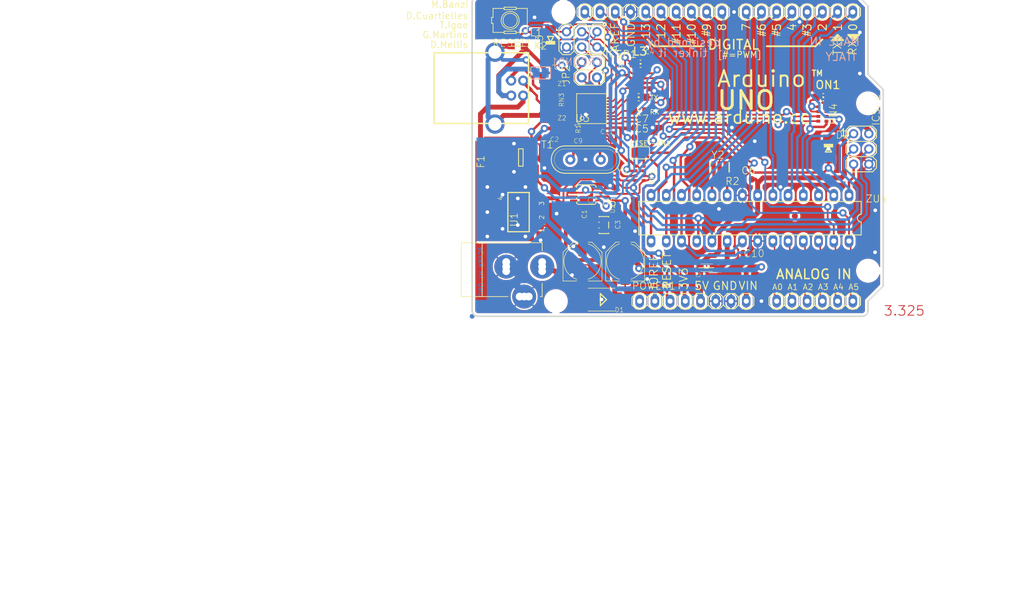
<source format=kicad_pcb>
(kicad_pcb (version 20171130) (host pcbnew 5.1.4+dfsg1-1~bpo10+1)
  (layers (0 Top signal) (31 Bottom signal) (34 B.Paste user hide) (35 F.Paste user hide) (36 B.SilkS user hide) (37 F.SilkS user hide) (38 B.Mask user hide) (39 F.Mask user hide) (44 Edge.Cuts user hide))
  (net 0 "")
  (net 1 +5V)
  (net 2 GND)
  (net 3 5-GND)
  (net 4 /AD5/SCL)
  (net 5 /AD4/SDA)
  (net 6 /AD3)
  (net 7 /AD2)
  (net 8 /AD1)
  (net 9 /AD0)
  (net 10 /AREF)
  (net 11 /AVCC)
  (net 12 /SCK)
  (net 13 /MISO)
  (net 14 /MOSI)
  (net 15 /SS)
  (net 16 /IO9)
  (net 17 /IO8)
  (net 18 /IO7)
  (net 19 /IO6)
  (net 20 /IO5)
  (net 21 /XTAL2)
  (net 22 /XTAL1)
  (net 23 /IO4)
  (net 24 /IO3)
  (net 25 /IO2)
  (net 26 /IO1)
  (net 27 /IO0)
  (net 28 /RESET)
  (net 29 /VIN)
  (net 30 "Net-(RN2-Pad7)")
  (net 31 /RXLED)
  (net 32 "Net-(RN2-Pad6)")
  (net 33 /TXLED)
  (net 34 /PWRIN)
  (net 35 /USHIELD)
  (net 36 /UGND)
  (net 37 /D+)
  (net 38 /D-)
  (net 39 /XUSB)
  (net 40 /USBVCC)
  (net 41 /GATE_CMD)
  (net 42 /RD-)
  (net 43 /RD+)
  (net 44 /TP_VUCAP)
  (net 45 "Net-(U3-Pad26)")
  (net 46 "Net-(U3-Pad25)")
  (net 47 /RESET2)
  (net 48 "Net-(U3-Pad23)")
  (net 49 "Net-(U3-Pad22)")
  (net 50 /PB7)
  (net 51 /PB6)
  (net 52 /PB5)
  (net 53 /PB4)
  (net 54 /MISO2)
  (net 55 /MOSI2)
  (net 56 /SCK2)
  (net 57 "Net-(U3-Pad14)")
  (net 58 /DTR)
  (net 59 "Net-(U3-Pad12)")
  (net 60 /M8RXD)
  (net 61 /M8TXD)
  (net 62 "Net-(U3-Pad7)")
  (net 63 "Net-(U3-Pad6)")
  (net 64 "Net-(U3-Pad5)")
  (net 65 /XT2)
  (net 66 /XT1)
  (net 67 /L13)
  (net 68 /CMP)
  (net 69 "Net-(RN3-Pad7)")
  (net 70 "Net-(RN3-Pad6)")
  (net 71 "Net-(RN3-Pad3)")
  (net 72 "Net-(RN3-Pad2)")
  (net 73 /+3V3)
  (net 74 "Net-(U2-Pad4)")
  (net 75 "Net-(ON1-PadA)")
  (net 76 "Net-(L3-PadA)")
  (net 77 "Net-(POWER1-Pad1)")
  (net 78 "Net-(ORIGIN1-PadX)")
  (module UNO-TH_Rev3e:POWERSUPPLY_DC-21MM (layer Top) (at 119.5451 123.2916 90)
    (fp_text reference X1 hide)
    (fp_text value POWERSUPPLY_DC21MMX)
    (pad 9 thru_hole circle (at 0.6858 6.35 90) (size 1.95 1.95) (drill 1.3) (layers *.Cu *.Mask))
    (pad 8 thru_hole circle (at -0.8382 6.35 90) (size 1.95 1.95) (drill 1.3) (layers *.Cu *.Mask))
    (pad 7 thru_hole circle (at 0.6858 0.3556 90) (size 1.95 1.95) (drill 1.3) (layers *.Cu *.Mask))
    (pad 6 thru_hole circle (at -0.8382 0.3556 90) (size 1.95 1.95) (drill 1.3) (layers *.Cu *.Mask))
    (pad 5 thru_hole circle (at -5.08 2.5908 90) (size 1.95 1.95) (drill 1.3) (layers *.Cu *.Mask))
    (pad 4 thru_hole circle (at -5.08 4.1148 90) (size 1.95 1.95) (drill 1.3) (layers *.Cu *.Mask))
    (pad 3 thru_hole circle (at -0.0762 0.3556 90) (size 4 4) (drill 1.3) (layers *.Cu *.Mask) (net 2 GND))
    (pad 2 thru_hole circle (at -0.0762 6.35 90) (size 4 4) (drill 1.3) (layers *.Cu *.Mask) (net 34 /PWRIN))
    (pad 1 thru_hole circle (at -5.08 3.3528 180) (size 4 4) (drill 1.3) (layers *.Cu *.Mask) (net 2 GND))
  )
  (module "" (layer Top) (at 180.2511 96.1136)
    (fp_text reference @HOLE0 hide)
    (fp_text value "" (at 0 0) (layer F.SilkS) (effects (font (size 1.27 1.27))))
    (pad "" np_thru_hole circle (at 0 0) (size 3.2 3.2) (drill 3.2) (layers *.Cu *.Mask))
  )
  (module "" (layer Top) (at 180.2511 124.0536)
    (fp_text reference @HOLE1 hide)
    (fp_text value "" (at 0 0) (layer F.SilkS) (effects (font (size 1.27 1.27))))
    (pad "" np_thru_hole circle (at 0 0) (size 3.2 3.2) (drill 3.2) (layers *.Cu *.Mask))
  )
  (module "" (layer Top) (at 129.4511 80.8736)
    (fp_text reference @HOLE2 hide)
    (fp_text value "" (at 0 0) (layer F.SilkS) (effects (font (size 1.27 1.27))))
    (pad "" np_thru_hole circle (at 0 0) (size 3.2 3.2) (drill 3.2) (layers *.Cu *.Mask))
  )
  (module "" (layer Top) (at 128.1811 129.1336)
    (fp_text reference @HOLE3 hide)
    (fp_text value "" (at 0 0) (layer F.SilkS) (effects (font (size 1.27 1.27))))
    (pad "" np_thru_hole circle (at 0 0) (size 3.2 3.2) (drill 3.2) (layers *.Cu *.Mask))
  )
  (module UNO-TH_Rev3e:DIL28-3 (layer Top) (at 160.5661 115.2906 180)
    (fp_text reference ZU4 (at -19.2024 2.54) (layer F.SilkS) (effects (font (size 1.2065 1.2065) (thickness 0.12065)) (justify left bottom)))
    (fp_text value ATMEGA328P-PU)
    (pad 28 thru_hole oval (at -16.51 -3.81 270) (size 2.1336 1.4224) (drill 0.85) (layers *.Cu *.Mask) (net 4 /AD5/SCL))
    (pad 27 thru_hole oval (at -13.97 -3.81 270) (size 2.1336 1.4224) (drill 0.85) (layers *.Cu *.Mask) (net 5 /AD4/SDA))
    (pad 26 thru_hole oval (at -11.43 -3.81 270) (size 2.1336 1.4224) (drill 0.85) (layers *.Cu *.Mask) (net 6 /AD3))
    (pad 25 thru_hole oval (at -8.89 -3.81 270) (size 2.1336 1.4224) (drill 0.85) (layers *.Cu *.Mask) (net 7 /AD2))
    (pad 24 thru_hole oval (at -6.35 -3.81 270) (size 2.1336 1.4224) (drill 0.85) (layers *.Cu *.Mask) (net 8 /AD1))
    (pad 23 thru_hole oval (at -3.81 -3.81 270) (size 2.1336 1.4224) (drill 0.85) (layers *.Cu *.Mask) (net 9 /AD0))
    (pad 22 thru_hole oval (at -1.27 -3.81 270) (size 2.1336 1.4224) (drill 0.85) (layers *.Cu *.Mask) (net 2 GND))
    (pad 21 thru_hole oval (at 1.27 -3.81 270) (size 2.1336 1.4224) (drill 0.85) (layers *.Cu *.Mask) (net 10 /AREF))
    (pad 20 thru_hole oval (at 3.81 -3.81 270) (size 2.1336 1.4224) (drill 0.85) (layers *.Cu *.Mask) (net 11 /AVCC))
    (pad 19 thru_hole oval (at 6.35 -3.81 270) (size 2.1336 1.4224) (drill 0.85) (layers *.Cu *.Mask) (net 12 /SCK))
    (pad 18 thru_hole oval (at 8.89 -3.81 270) (size 2.1336 1.4224) (drill 0.85) (layers *.Cu *.Mask) (net 13 /MISO))
    (pad 17 thru_hole oval (at 11.43 -3.81 270) (size 2.1336 1.4224) (drill 0.85) (layers *.Cu *.Mask) (net 14 /MOSI))
    (pad 16 thru_hole oval (at 13.97 -3.81 270) (size 2.1336 1.4224) (drill 0.85) (layers *.Cu *.Mask) (net 15 /SS))
    (pad 15 thru_hole oval (at 16.51 -3.81 270) (size 2.1336 1.4224) (drill 0.85) (layers *.Cu *.Mask) (net 16 /IO9))
    (pad 14 thru_hole oval (at 16.51 3.81 270) (size 2.1336 1.4224) (drill 0.85) (layers *.Cu *.Mask) (net 17 /IO8))
    (pad 13 thru_hole oval (at 13.97 3.81 270) (size 2.1336 1.4224) (drill 0.85) (layers *.Cu *.Mask) (net 18 /IO7))
    (pad 12 thru_hole oval (at 11.43 3.81 270) (size 2.1336 1.4224) (drill 0.85) (layers *.Cu *.Mask) (net 19 /IO6))
    (pad 11 thru_hole oval (at 8.89 3.81 270) (size 2.1336 1.4224) (drill 0.85) (layers *.Cu *.Mask) (net 20 /IO5))
    (pad 10 thru_hole oval (at 6.35 3.81 270) (size 2.1336 1.4224) (drill 0.85) (layers *.Cu *.Mask) (net 21 /XTAL2))
    (pad 9 thru_hole oval (at 3.81 3.81 270) (size 2.1336 1.4224) (drill 0.85) (layers *.Cu *.Mask) (net 22 /XTAL1))
    (pad 8 thru_hole oval (at 1.27 3.81 270) (size 2.1336 1.4224) (drill 0.85) (layers *.Cu *.Mask) (net 2 GND))
    (pad 7 thru_hole oval (at -1.27 3.81 270) (size 2.1336 1.4224) (drill 0.85) (layers *.Cu *.Mask) (net 1 +5V))
    (pad 6 thru_hole oval (at -3.81 3.81 270) (size 2.1336 1.4224) (drill 0.85) (layers *.Cu *.Mask) (net 23 /IO4))
    (pad 5 thru_hole oval (at -6.35 3.81 270) (size 2.1336 1.4224) (drill 0.85) (layers *.Cu *.Mask) (net 24 /IO3))
    (pad 4 thru_hole oval (at -8.89 3.81 270) (size 2.1336 1.4224) (drill 0.85) (layers *.Cu *.Mask) (net 25 /IO2))
    (pad 3 thru_hole oval (at -11.43 3.81 270) (size 2.1336 1.4224) (drill 0.85) (layers *.Cu *.Mask) (net 26 /IO1))
    (pad 2 thru_hole oval (at -13.97 3.81 270) (size 2.1336 1.4224) (drill 0.85) (layers *.Cu *.Mask) (net 27 /IO0))
    (pad 1 thru_hole oval (at -16.51 3.81 270) (size 2.1336 1.4224) (drill 0.85) (layers *.Cu *.Mask) (net 28 /RESET))
  )
  (module UNO-TH_Rev3e:2X03 (layer Top) (at 179.1081 103.7336 270)
    (fp_text reference ICSP2 (at -3.81 -3.175 90) (layer F.SilkS) (effects (font (size 1.2065 1.2065) (thickness 0.12065)) (justify left bottom)))
    (fp_text value "3x2 M")
    (pad 6 thru_hole circle (at 2.54 -1.27 270) (size 1.55 1.55) (drill 0.95) (layers *.Cu *.Mask) (net 2 GND))
    (pad 5 thru_hole circle (at 2.54 1.27 270) (size 1.55 1.55) (drill 0.95) (layers *.Cu *.Mask) (net 28 /RESET))
    (pad 4 thru_hole circle (at 0 -1.27 270) (size 1.55 1.55) (drill 0.95) (layers *.Cu *.Mask) (net 14 /MOSI))
    (pad 3 thru_hole circle (at 0 1.27 270) (size 1.55 1.55) (drill 0.95) (layers *.Cu *.Mask) (net 12 /SCK))
    (pad 2 thru_hole circle (at -2.54 -1.27 270) (size 1.55 1.55) (drill 0.95) (layers *.Cu *.Mask) (net 1 +5V))
    (pad 1 thru_hole circle (at -2.54 1.27 270) (size 1.55 1.55) (drill 0.95) (layers *.Cu *.Mask) (net 13 /MISO))
  )
  (module UNO-TH_Rev3e:1X08 (layer Top) (at 168.8211 80.8736 180)
    (fp_text reference IOL1 hide)
    (fp_text value 8x1F-H8.5)
    (pad 8 thru_hole oval (at 8.89 0 270) (size 2.1336 1.4224) (drill 0.85) (layers *.Cu *.Mask) (net 18 /IO7))
    (pad 7 thru_hole oval (at 6.35 0 270) (size 2.1336 1.4224) (drill 0.85) (layers *.Cu *.Mask) (net 19 /IO6))
    (pad 6 thru_hole oval (at 3.81 0 270) (size 2.1336 1.4224) (drill 0.85) (layers *.Cu *.Mask) (net 20 /IO5))
    (pad 5 thru_hole oval (at 1.27 0 270) (size 2.1336 1.4224) (drill 0.85) (layers *.Cu *.Mask) (net 23 /IO4))
    (pad 4 thru_hole oval (at -1.27 0 270) (size 2.1336 1.4224) (drill 0.85) (layers *.Cu *.Mask) (net 24 /IO3))
    (pad 3 thru_hole oval (at -3.81 0 270) (size 2.1336 1.4224) (drill 0.85) (layers *.Cu *.Mask) (net 25 /IO2))
    (pad 2 thru_hole oval (at -6.35 0 270) (size 2.1336 1.4224) (drill 0.85) (layers *.Cu *.Mask) (net 26 /IO1))
    (pad 1 thru_hole oval (at -8.89 0 270) (size 2.1336 1.4224) (drill 0.85) (layers *.Cu *.Mask) (net 27 /IO0))
  )
  (module UNO-TH_Rev3e:1X10 (layer Top) (at 144.4371 80.8736 180)
    (fp_text reference IOH1 hide)
    (fp_text value 10x1F-H8.5)
    (pad 10 thru_hole oval (at 11.43 0 270) (size 2.1336 1.4224) (drill 0.85) (layers *.Cu *.Mask) (net 4 /AD5/SCL))
    (pad 9 thru_hole oval (at 8.89 0 270) (size 2.1336 1.4224) (drill 0.85) (layers *.Cu *.Mask) (net 5 /AD4/SDA))
    (pad 8 thru_hole oval (at 6.35 0 270) (size 2.1336 1.4224) (drill 0.85) (layers *.Cu *.Mask) (net 10 /AREF))
    (pad 7 thru_hole oval (at 3.81 0 270) (size 2.1336 1.4224) (drill 0.85) (layers *.Cu *.Mask) (net 2 GND))
    (pad 6 thru_hole oval (at 1.27 0 270) (size 2.1336 1.4224) (drill 0.85) (layers *.Cu *.Mask) (net 12 /SCK))
    (pad 5 thru_hole oval (at -1.27 0 270) (size 2.1336 1.4224) (drill 0.85) (layers *.Cu *.Mask) (net 13 /MISO))
    (pad 4 thru_hole oval (at -3.81 0 270) (size 2.1336 1.4224) (drill 0.85) (layers *.Cu *.Mask) (net 14 /MOSI))
    (pad 3 thru_hole oval (at -6.35 0 270) (size 2.1336 1.4224) (drill 0.85) (layers *.Cu *.Mask) (net 15 /SS))
    (pad 2 thru_hole oval (at -8.89 0 270) (size 2.1336 1.4224) (drill 0.85) (layers *.Cu *.Mask) (net 16 /IO9))
    (pad 1 thru_hole oval (at -11.43 0 270) (size 2.1336 1.4224) (drill 0.85) (layers *.Cu *.Mask) (net 17 /IO8))
  )
  (module UNO-TH_Rev3e:1X06 (layer Top) (at 171.3611 129.1336)
    (fp_text reference AD1 hide)
    (fp_text value 6x1F-H8.5)
    (pad 6 thru_hole oval (at 6.35 0 90) (size 2.1336 1.4224) (drill 0.85) (layers *.Cu *.Mask) (net 4 /AD5/SCL))
    (pad 5 thru_hole oval (at 3.81 0 90) (size 2.1336 1.4224) (drill 0.85) (layers *.Cu *.Mask) (net 5 /AD4/SDA))
    (pad 4 thru_hole oval (at 1.27 0 90) (size 2.1336 1.4224) (drill 0.85) (layers *.Cu *.Mask) (net 6 /AD3))
    (pad 3 thru_hole oval (at -1.27 0 90) (size 2.1336 1.4224) (drill 0.85) (layers *.Cu *.Mask) (net 7 /AD2))
    (pad 2 thru_hole oval (at -3.81 0 90) (size 2.1336 1.4224) (drill 0.85) (layers *.Cu *.Mask) (net 8 /AD1))
    (pad 1 thru_hole oval (at -6.35 0 90) (size 2.1336 1.4224) (drill 0.85) (layers *.Cu *.Mask) (net 9 /AD0))
  )
  (module UNO-TH_Rev3e:C0603-ROUND (layer Top) (at 126.2761 101.8286 180)
    (fp_text reference C2 (at -0.889 -0.762) (layer F.SilkS) (effects (font (size 0.77216 0.77216) (thickness 0.061772)) (justify left bottom)))
    (fp_text value 100n)
    (pad 2 smd roundrect (at 0.889 0 270) (size 1.1 0.8984) (layers Top F.Paste F.Mask) (roundrect_rratio 0.4) (net 1 +5V))
    (pad 1 smd roundrect (at -0.889 0 270) (size 1.1 0.8984) (layers Top F.Paste F.Mask) (roundrect_rratio 0.4) (net 2 GND))
  )
  (module UNO-TH_Rev3e:PANASONIC_D (layer Top) (at 139.7381 122.5296 90)
    (fp_text reference PC1 hide)
    (fp_text value 47u)
    (pad + smd roundrect (at 2.4 0 90) (size 3 1.4) (layers Top F.Paste F.Mask) (roundrect_rratio 0.05) (net 29 /VIN))
    (pad - smd roundrect (at -2.4 0 90) (size 3 1.4) (layers Top F.Paste F.Mask) (roundrect_rratio 0.05) (net 2 GND))
  )
  (module UNO-TH_Rev3e:PANASONIC_D (layer Top) (at 132.6261 122.5296 90)
    (fp_text reference PC2 hide)
    (fp_text value 47u)
    (pad + smd roundrect (at 2.4 0 90) (size 3 1.4) (layers Top F.Paste F.Mask) (roundrect_rratio 0.05) (net 1 +5V))
    (pad - smd roundrect (at -2.4 0 90) (size 3 1.4) (layers Top F.Paste F.Mask) (roundrect_rratio 0.05) (net 2 GND))
  )
  (module UNO-TH_Rev3e:CHIP-LED0805 (layer Top) (at 172.6311 95.0976 270)
    (fp_text reference ON1 (at -1.27 1.27) (layer F.SilkS) (effects (font (size 1.35128 1.35128) (thickness 0.202692)) (justify left bottom)))
    (fp_text value GREEN)
    (pad A smd roundrect (at 0 1.05 270) (size 1.2 1.2) (layers Top F.Paste F.Mask) (roundrect_rratio 0.05) (net 75 "Net-(ON1-PadA)"))
    (pad C smd roundrect (at 0 -1.05 270) (size 1.2 1.2) (layers Top F.Paste F.Mask) (roundrect_rratio 0.05) (net 2 GND))
  )
  (module UNO-TH_Rev3e:CHIP-LED0805 (layer Top) (at 142.1511 97.3836 90)
    (fp_text reference RX1 hide)
    (fp_text value YELLOW)
    (pad A smd roundrect (at 0 1.05 90) (size 1.2 1.2) (layers Top F.Paste F.Mask) (roundrect_rratio 0.05) (net 30 "Net-(RN2-Pad7)"))
    (pad C smd roundrect (at 0 -1.05 90) (size 1.2 1.2) (layers Top F.Paste F.Mask) (roundrect_rratio 0.05) (net 31 /RXLED))
  )
  (module UNO-TH_Rev3e:CHIP-LED0805 (layer Top) (at 142.1511 95.0976 90)
    (fp_text reference TX1 hide)
    (fp_text value YELLOW)
    (pad A smd roundrect (at 0 1.05 90) (size 1.2 1.2) (layers Top F.Paste F.Mask) (roundrect_rratio 0.05) (net 32 "Net-(RN2-Pad6)"))
    (pad C smd roundrect (at 0 -1.05 90) (size 1.2 1.2) (layers Top F.Paste F.Mask) (roundrect_rratio 0.05) (net 33 /TXLED))
  )
  (module UNO-TH_Rev3e:SMB (layer Top) (at 135.8011 128.8796 180)
    (fp_text reference D1 (at -2.159 -2.159) (layer F.SilkS) (effects (font (size 0.77216 0.77216) (thickness 0.077216)) (justify left bottom)))
    (fp_text value M7)
    (pad A smd roundrect (at 2.2 0 180) (size 2.4 2.4) (layers Top F.Paste F.Mask) (roundrect_rratio 0.05) (net 34 /PWRIN))
    (pad C smd roundrect (at -2.2 0 180) (size 2.4 2.4) (layers Top F.Paste F.Mask) (roundrect_rratio 0.05) (net 29 /VIN))
  )
  (module UNO-TH_Rev3e:FIDUCIA-MOUNT (layer Top) (at 120.5611 81.7626)
    (fp_text reference FD1 hide)
    (fp_text value FIDUCIALMOUNT hide)
    (pad P$1 smd roundrect (at 0 0) (size 1.016 1.016) (layers Top F.Paste F.Mask) (roundrect_rratio 0.5))
  )
  (module UNO-TH_Rev3e:FIDUCIA-MOUNT (layer Top) (at 168.0511 114.9326)
    (fp_text reference FD2 hide)
    (fp_text value FIDUCIALMOUNT hide)
    (pad P$1 smd roundrect (at 0 0) (size 1.016 1.016) (layers Top F.Paste F.Mask) (roundrect_rratio 0.5))
  )
  (module UNO-TH_Rev3e:FIDUCIA-MOUNT (layer Top) (at 117.9411 128.2636)
    (fp_text reference FD3 hide)
    (fp_text value FIDUCIALMOUNT hide)
    (pad P$1 smd roundrect (at 0 0) (size 1.016 1.016) (layers Top F.Paste F.Mask) (roundrect_rratio 0.5))
  )
  (module UNO-TH_Rev3e:PN61729 (layer Top) (at 118.0211 93.5736 270)
    (fp_text reference X2 (at -6.35 -6.35) (layer F.SilkS) (effects (font (size 1.2065 1.2065) (thickness 0.12065)) (justify left bottom)))
    (fp_text value USB-B_TH)
    (pad P$2 thru_hole circle (at 6 0 270) (size 3.216 3.216) (drill 2.2) (layers *.Cu *.Mask) (net 35 /USHIELD))
    (pad P$1 thru_hole circle (at -6 0 270) (size 3.216 3.216) (drill 2.2) (layers *.Cu *.Mask) (net 35 /USHIELD))
    (pad 4 thru_hole circle (at 1.25 -2.71 270) (size 1.6764 1.6764) (drill 0.95) (layers *.Cu *.Mask) (net 36 /UGND))
    (pad 3 thru_hole circle (at -1.25 -2.71 270) (size 1.6764 1.6764) (drill 0.95) (layers *.Cu *.Mask) (net 37 /D+))
    (pad 2 thru_hole circle (at -1.25 -4.71 270) (size 1.6764 1.6764) (drill 0.95) (layers *.Cu *.Mask) (net 38 /D-))
    (pad 1 thru_hole circle (at 1.25 -4.71 270) (size 1.6764 1.6764) (drill 0.95) (layers *.Cu *.Mask) (net 39 /XUSB))
  )
  (module UNO-TH_Rev3e:SOT223 (layer Top) (at 121.9581 114.2746 90)
    (fp_text reference U1 (at -2.54 -0.0508 90) (layer F.SilkS) (effects (font (size 1.2065 1.2065) (thickness 0.12065)) (justify left bottom)))
    (fp_text value NCP1117ST50T3G)
    (fp_text user 2 (at -1.2906 4.3274 90) (layer F.SilkS) (effects (font (size 0.77216 0.77216) (thickness 0.097536)) (justify left bottom)))
    (fp_text user 1 (at -3.4526 4.318 90) (layer F.SilkS) (effects (font (size 0.77216 0.77216) (thickness 0.097536)) (justify left bottom)))
    (fp_text user 4 (at 1.905 -2.54 90) (layer F.SilkS) (effects (font (size 0.77216 0.77216) (thickness 0.097536)) (justify left bottom)))
    (fp_text user 3 (at 1.0208 4.318 90) (layer F.SilkS) (effects (font (size 0.77216 0.77216) (thickness 0.097536)) (justify left bottom)))
    (pad 4 smd roundrect (at 0 -3.099 90) (size 3.6 2.2) (layers Top F.Paste F.Mask) (roundrect_rratio 0.05) (net 1 +5V))
    (pad 3 smd roundrect (at 2.3114 3.0988 90) (size 1.2192 2.2352) (layers Top F.Paste F.Mask) (roundrect_rratio 0.05) (net 29 /VIN))
    (pad 2 smd roundrect (at 0 3.0988 90) (size 1.2192 2.2352) (layers Top F.Paste F.Mask) (roundrect_rratio 0.05) (net 1 +5V))
    (pad 1 smd roundrect (at -2.3114 3.0988 90) (size 1.2192 2.2352) (layers Top F.Paste F.Mask) (roundrect_rratio 0.05) (net 2 GND))
  )
  (module UNO-TH_Rev3e:C0603-ROUND (layer Top) (at 142.1511 87.2236 180)
    (fp_text reference C4 (at -0.889 -0.762) (layer F.SilkS) (effects (font (size 0.77216 0.77216) (thickness 0.077216)) (justify left bottom)))
    (fp_text value 100n)
    (pad 2 smd roundrect (at 0.889 0 270) (size 1.1 0.8984) (layers Top F.Paste F.Mask) (roundrect_rratio 0.4) (net 10 /AREF))
    (pad 1 smd roundrect (at -0.889 0 270) (size 1.1 0.8984) (layers Top F.Paste F.Mask) (roundrect_rratio 0.4) (net 2 GND))
  )
  (module UNO-TH_Rev3e:L1812 (layer Top) (at 118.2751 105.1306 90)
    (fp_text reference F1 (at -1.905 -1.905 90) (layer F.SilkS) (effects (font (size 1.2065 1.2065) (thickness 0.12065)) (justify left bottom)))
    (fp_text value "MF-MSMF050-2 500mA")
    (pad 2 smd roundrect (at 1.95 0 90) (size 1.9 3.4) (layers Top F.Paste F.Mask) (roundrect_rratio 0.05) (net 39 /XUSB))
    (pad 1 smd roundrect (at -1.95 0 90) (size 1.9 3.4) (layers Top F.Paste F.Mask) (roundrect_rratio 0.05) (net 40 /USBVCC))
  )
  (module UNO-TH_Rev3e:C0603-ROUND (layer Top) (at 142.1511 100.1776)
    (fp_text reference C7 (at -0.889 -0.762) (layer F.SilkS) (effects (font (size 1.2065 1.2065) (thickness 0.12065)) (justify left bottom)))
    (fp_text value 100n)
    (pad 2 smd roundrect (at 0.889 0 90) (size 1.1 0.8984) (layers Top F.Paste F.Mask) (roundrect_rratio 0.4) (net 2 GND))
    (pad 1 smd roundrect (at -0.889 0 90) (size 1.1 0.8984) (layers Top F.Paste F.Mask) (roundrect_rratio 0.4) (net 1 +5V))
  )
  (module UNO-TH_Rev3e:CHIP-LED0805 (layer Top) (at 142.1511 89.5096 270)
    (fp_text reference L3 (at -1.27 1.27) (layer F.SilkS) (effects (font (size 1.35128 1.35128) (thickness 0.202692)) (justify left bottom)))
    (fp_text value YELLOW)
    (pad A smd roundrect (at 0 1.05 270) (size 1.2 1.2) (layers Top F.Paste F.Mask) (roundrect_rratio 0.05) (net 76 "Net-(L3-PadA)"))
    (pad C smd roundrect (at 0 -1.05 270) (size 1.2 1.2) (layers Top F.Paste F.Mask) (roundrect_rratio 0.05) (net 2 GND))
  )
  (module UNO-TH_Rev3e:SOT-23 (layer Top) (at 122.3391 105.1306 270)
    (fp_text reference T1 (at -1.397 -3.302) (layer F.SilkS) (effects (font (size 1.2065 1.2065) (thickness 0.12065)) (justify left bottom)))
    (fp_text value FDN340P)
    (pad 1 smd roundrect (at 0.0254 1.016 270) (size 0.7874 0.889) (layers Top F.Paste F.Mask) (roundrect_rratio 0.06451612903225806) (net 40 /USBVCC))
    (pad 2 smd roundrect (at -0.9398 -1.016 270) (size 0.7874 0.889) (layers Top F.Paste F.Mask) (roundrect_rratio 0.06451612903225806) (net 1 +5V))
    (pad 3 smd roundrect (at 0.9906 -1.016 270) (size 0.7874 0.889) (layers Top F.Paste F.Mask) (roundrect_rratio 0.06451612903225806) (net 41 /GATE_CMD))
  )
  (module UNO-TH_Rev3e:C0603-ROUND (layer Top) (at 132.6261 116.3066 270)
    (fp_text reference C1 (at -0.889 -0.762 90) (layer F.SilkS) (effects (font (size 0.77216 0.77216) (thickness 0.077216)) (justify left bottom)))
    (fp_text value 100n)
    (pad 2 smd roundrect (at 0.889 0) (size 1.1 0.8984) (layers Top F.Paste F.Mask) (roundrect_rratio 0.4) (net 1 +5V))
    (pad 1 smd roundrect (at -0.889 0) (size 1.1 0.8984) (layers Top F.Paste F.Mask) (roundrect_rratio 0.4) (net 2 GND))
  )
  (module UNO-TH_Rev3e:MLF32 (layer Top) (at 134.1501 97.0026 90)
    (fp_text reference U3 (at -2.3 -2.8) (layer F.SilkS) (effects (font (size 1.2065 1.2065) (thickness 0.12065)) (justify left bottom)))
    (fp_text value "ATMEGA16U2-MU(R)" hide)
    (fp_text user 1 (at -3.1 -2 90) (layer F.SilkS) (effects (font (size 0.77216 0.77216) (thickness 0.065024)) (justify left bottom)))
    (pad 33 smd roundrect (at 0 0 270) (size 3.254 3.254) (layers Top F.Mask) (roundrect_rratio 0.075) (net 2 GND))
    (pad 32 smd roundrect (at -1.75 -2.45 270) (size 0.28 0.7) (layers Top F.Paste F.Mask) (roundrect_rratio 0.4) (net 1 +5V))
    (pad 31 smd roundrect (at -1.25 -2.45 270) (size 0.28 0.7) (layers Top F.Paste F.Mask) (roundrect_rratio 0.4) (net 40 /USBVCC))
    (pad 30 smd roundrect (at -0.75 -2.45 270) (size 0.28 0.7) (layers Top F.Paste F.Mask) (roundrect_rratio 0.4) (net 42 /RD-))
    (pad 29 smd roundrect (at -0.25 -2.45 270) (size 0.28 0.7) (layers Top F.Paste F.Mask) (roundrect_rratio 0.4) (net 43 /RD+))
    (pad 28 smd roundrect (at 0.25 -2.45 270) (size 0.28 0.7) (layers Top F.Paste F.Mask) (roundrect_rratio 0.4) (net 36 /UGND))
    (pad 27 smd roundrect (at 0.75 -2.45 270) (size 0.28 0.7) (layers Top F.Paste F.Mask) (roundrect_rratio 0.4) (net 44 /TP_VUCAP))
    (pad 26 smd roundrect (at 1.25 -2.45 270) (size 0.28 0.7) (layers Top F.Paste F.Mask) (roundrect_rratio 0.4) (net 45 "Net-(U3-Pad26)"))
    (pad 25 smd roundrect (at 1.75 -2.45 270) (size 0.28 0.7) (layers Top F.Paste F.Mask) (roundrect_rratio 0.4) (net 46 "Net-(U3-Pad25)"))
    (pad 24 smd roundrect (at 2.45 -1.75 180) (size 0.28 0.7) (layers Top F.Paste F.Mask) (roundrect_rratio 0.4) (net 47 /RESET2))
    (pad 23 smd roundrect (at 2.45 -1.25 180) (size 0.28 0.7) (layers Top F.Paste F.Mask) (roundrect_rratio 0.4) (net 48 "Net-(U3-Pad23)"))
    (pad 22 smd roundrect (at 2.45 -0.75 180) (size 0.28 0.7) (layers Top F.Paste F.Mask) (roundrect_rratio 0.4) (net 49 "Net-(U3-Pad22)"))
    (pad 21 smd roundrect (at 2.45 -0.25 180) (size 0.28 0.7) (layers Top F.Paste F.Mask) (roundrect_rratio 0.4) (net 50 /PB7))
    (pad 20 smd roundrect (at 2.45 0.25 180) (size 0.28 0.7) (layers Top F.Paste F.Mask) (roundrect_rratio 0.4) (net 51 /PB6))
    (pad 19 smd roundrect (at 2.45 0.75 180) (size 0.28 0.7) (layers Top F.Paste F.Mask) (roundrect_rratio 0.4) (net 52 /PB5))
    (pad 18 smd roundrect (at 2.45 1.25 180) (size 0.28 0.7) (layers Top F.Paste F.Mask) (roundrect_rratio 0.4) (net 53 /PB4))
    (pad 17 smd roundrect (at 2.45 1.75 180) (size 0.28 0.7) (layers Top F.Paste F.Mask) (roundrect_rratio 0.4) (net 54 /MISO2))
    (pad 16 smd roundrect (at 1.75 2.45 270) (size 0.28 0.7) (layers Top F.Paste F.Mask) (roundrect_rratio 0.4) (net 55 /MOSI2))
    (pad 15 smd roundrect (at 1.25 2.45 270) (size 0.28 0.7) (layers Top F.Paste F.Mask) (roundrect_rratio 0.4) (net 56 /SCK2))
    (pad 14 smd roundrect (at 0.75 2.45 270) (size 0.28 0.7) (layers Top F.Paste F.Mask) (roundrect_rratio 0.4) (net 57 "Net-(U3-Pad14)"))
    (pad 13 smd roundrect (at 0.25 2.45 270) (size 0.28 0.7) (layers Top F.Paste F.Mask) (roundrect_rratio 0.4) (net 58 /DTR))
    (pad 12 smd roundrect (at -0.25 2.45 270) (size 0.28 0.7) (layers Top F.Paste F.Mask) (roundrect_rratio 0.4) (net 59 "Net-(U3-Pad12)"))
    (pad 11 smd roundrect (at -0.75 2.45 270) (size 0.28 0.7) (layers Top F.Paste F.Mask) (roundrect_rratio 0.4) (net 33 /TXLED))
    (pad 10 smd roundrect (at -1.25 2.45 270) (size 0.28 0.7) (layers Top F.Paste F.Mask) (roundrect_rratio 0.4) (net 31 /RXLED))
    (pad 9 smd roundrect (at -1.75 2.45 270) (size 0.28 0.7) (layers Top F.Paste F.Mask) (roundrect_rratio 0.4) (net 60 /M8RXD))
    (pad 8 smd roundrect (at -2.45 1.75 180) (size 0.28 0.7) (layers Top F.Paste F.Mask) (roundrect_rratio 0.4) (net 61 /M8TXD))
    (pad 7 smd roundrect (at -2.45 1.25 180) (size 0.28 0.7) (layers Top F.Paste F.Mask) (roundrect_rratio 0.4) (net 62 "Net-(U3-Pad7)"))
    (pad 6 smd roundrect (at -2.45 0.75 180) (size 0.28 0.7) (layers Top F.Paste F.Mask) (roundrect_rratio 0.4) (net 63 "Net-(U3-Pad6)"))
    (pad 5 smd roundrect (at -2.45 0.25 180) (size 0.28 0.7) (layers Top F.Paste F.Mask) (roundrect_rratio 0.4) (net 64 "Net-(U3-Pad5)"))
    (pad 4 smd roundrect (at -2.45 -0.25 180) (size 0.28 0.7) (layers Top F.Paste F.Mask) (roundrect_rratio 0.4) (net 1 +5V))
    (pad 3 smd roundrect (at -2.45 -0.75 180) (size 0.28 0.7) (layers Top F.Paste F.Mask) (roundrect_rratio 0.4) (net 2 GND))
    (pad 2 smd roundrect (at -2.45 -1.25 180) (size 0.28 0.7) (layers Top F.Paste F.Mask) (roundrect_rratio 0.4) (net 65 /XT2))
    (pad 1 smd roundrect (at -2.45 -1.75 180) (size 0.28 0.7) (layers Top F.Paste F.Mask) (roundrect_rratio 0.4) (net 66 /XT1))
  )
  (module UNO-TH_Rev3e:C0603-ROUND (layer Top) (at 142.1511 101.8286)
    (fp_text reference C5 (at -0.889 -0.762) (layer F.SilkS) (effects (font (size 1.2065 1.2065) (thickness 0.12065)) (justify left bottom)))
    (fp_text value 100n)
    (pad 2 smd roundrect (at 0.889 0 90) (size 1.1 0.8984) (layers Top F.Paste F.Mask) (roundrect_rratio 0.4) (net 28 /RESET))
    (pad 1 smd roundrect (at -0.889 0 90) (size 1.1 0.8984) (layers Top F.Paste F.Mask) (roundrect_rratio 0.4) (net 58 /DTR))
  )
  (module UNO-TH_Rev3e:2X03 (layer Top) (at 132.4991 85.4456 180)
    (fp_text reference ICSP1 (at -3.81 -3.175) (layer F.SilkS) (effects (font (size 1.2065 1.2065) (thickness 0.12065)) (justify left bottom)))
    (fp_text value "3x2 M")
    (pad 6 thru_hole circle (at 2.54 -1.27 180) (size 1.55 1.55) (drill 0.95) (layers *.Cu *.Mask) (net 2 GND))
    (pad 5 thru_hole circle (at 2.54 1.27 180) (size 1.55 1.55) (drill 0.95) (layers *.Cu *.Mask) (net 47 /RESET2))
    (pad 4 thru_hole circle (at 0 -1.27 180) (size 1.55 1.55) (drill 0.95) (layers *.Cu *.Mask) (net 55 /MOSI2))
    (pad 3 thru_hole circle (at 0 1.27 180) (size 1.55 1.55) (drill 0.95) (layers *.Cu *.Mask) (net 56 /SCK2))
    (pad 2 thru_hole circle (at -2.54 -1.27 180) (size 1.55 1.55) (drill 0.95) (layers *.Cu *.Mask) (net 1 +5V))
    (pad 1 thru_hole circle (at -2.54 1.27 180) (size 1.55 1.55) (drill 0.95) (layers *.Cu *.Mask) (net 54 /MISO2))
  )
  (module UNO-TH_Rev3e:CT_CN0603 (layer Top) (at 126.9111 92.3036 180)
    (fp_text reference Z1 (at -1.5 -1) (layer F.SilkS) (effects (font (size 0.77216 0.77216) (thickness 0.077216)) (justify left bottom)))
    (fp_text value CG0603MLC-05E)
    (pad 2 smd roundrect (at 1 0 180) (size 1 1) (layers Top F.Paste F.Mask) (roundrect_rratio 0.0508) (net 35 /USHIELD))
    (pad 1 smd roundrect (at -1 0 180) (size 1 1) (layers Top F.Paste F.Mask) (roundrect_rratio 0.0508) (net 37 /D+))
  )
  (module UNO-TH_Rev3e:CT_CN0603 (layer Top) (at 126.9111 98.0186 180)
    (fp_text reference Z2 (at -1.5 -1) (layer F.SilkS) (effects (font (size 0.77216 0.77216) (thickness 0.077216)) (justify left bottom)))
    (fp_text value CG0603MLC-05E)
    (pad 2 smd roundrect (at 1 0 180) (size 1 1) (layers Top F.Paste F.Mask) (roundrect_rratio 0.0508) (net 35 /USHIELD))
    (pad 1 smd roundrect (at -1 0 180) (size 1 1) (layers Top F.Paste F.Mask) (roundrect_rratio 0.0508) (net 38 /D-))
  )
  (module UNO-TH_Rev3e:SJ (layer Bottom) (at 125.6411 91.0336 180)
    (fp_text reference GROUND1 (at -1.651 1.143) (layer B.SilkS) (effects (font (size 1.2065 1.2065) (thickness 0.12065)) (justify right bottom mirror)))
    (fp_text value SJ)
    (pad 2 smd roundrect (at 0.762 0 180) (size 1.1684 1.6002) (layers Bottom B.Paste B.Mask) (roundrect_rratio 0.05) (net 36 /UGND))
    (pad 1 smd roundrect (at -0.762 0 180) (size 1.1684 1.6002) (layers Bottom B.Paste B.Mask) (roundrect_rratio 0.05) (net 2 GND))
  )
  (module UNO-TH_Rev3e:0805 (layer Top) (at 121.8311 86.5886 180)
    (fp_text reference L1 (at -1.905 1.5875) (layer F.SilkS) (effects (font (size 1.2065 1.2065) (thickness 0.12065)) (justify left bottom)))
    (fp_text value BLM21)
    (pad 2 smd roundrect (at 1.1 0 180) (size 1.2 1) (layers Top F.Paste F.Mask) (roundrect_rratio 0.0508) (net 35 /USHIELD))
    (pad 1 smd roundrect (at -1.1 0 180) (size 1.2 1) (layers Top F.Paste F.Mask) (roundrect_rratio 0.0508) (net 36 /UGND))
  )
  (module UNO-TH_Rev3e:SJ (layer Top) (at 142.1511 104.3686)
    (fp_text reference RESET-EN1 (at -1.651 -1.143) (layer F.SilkS) (effects (font (size 0.77216 0.77216) (thickness 0.115824)) (justify left bottom)))
    (fp_text value SJ)
    (pad 2 smd roundrect (at 0.762 0) (size 1.1684 1.6002) (layers Top F.Paste F.Mask) (roundrect_rratio 0.05) (net 28 /RESET))
    (pad 1 smd roundrect (at -0.762 0) (size 1.1684 1.6002) (layers Top F.Paste F.Mask) (roundrect_rratio 0.05) (net 28 /RESET))
  )
  (module UNO-TH_Rev3e:R0603-ROUND (layer Top) (at 155.4861 108.9406 180)
    (fp_text reference R2 (at -0.889 -0.889) (layer F.SilkS) (effects (font (size 1.2065 1.2065) (thickness 0.12065)) (justify left bottom)))
    (fp_text value 1M)
    (pad 2 smd roundrect (at 0.889 0 180) (size 0.8984 1.1) (layers Top F.Paste F.Mask) (roundrect_rratio 0.4) (net 21 /XTAL2))
    (pad 1 smd roundrect (at -0.889 0 180) (size 0.8984 1.1) (layers Top F.Paste F.Mask) (roundrect_rratio 0.4) (net 22 /XTAL1))
  )
  (module UNO-TH_Rev3e:CAY16 (layer Top) (at 142.1511 92.3036 270)
    (fp_text reference RN2 (at -1.905 2.54 90) (layer F.SilkS) (effects (font (size 0.77216 0.77216) (thickness 0.077216)) (justify left bottom)))
    (fp_text value 1K)
    (pad 8 smd roundrect (at -1.2 -0.675 270) (size 0.5 0.65) (layers Top F.Paste F.Mask) (roundrect_rratio 0.1016) (net 67 /L13))
    (pad 7 smd roundrect (at -0.4 -0.675 270) (size 0.5 0.65) (layers Top F.Paste F.Mask) (roundrect_rratio 0.1016) (net 30 "Net-(RN2-Pad7)"))
    (pad 6 smd roundrect (at 0.4 -0.675 270) (size 0.5 0.65) (layers Top F.Paste F.Mask) (roundrect_rratio 0.1016) (net 32 "Net-(RN2-Pad6)"))
    (pad 5 smd roundrect (at 1.2 -0.675 270) (size 0.5 0.65) (layers Top F.Paste F.Mask) (roundrect_rratio 0.1016) (net 2 GND))
    (pad 4 smd roundrect (at 1.2 0.675 270) (size 0.5 0.65) (layers Top F.Paste F.Mask) (roundrect_rratio 0.1016) (net 58 /DTR))
    (pad 3 smd roundrect (at 0.4 0.675 270) (size 0.5 0.65) (layers Top F.Paste F.Mask) (roundrect_rratio 0.1016) (net 1 +5V))
    (pad 2 smd roundrect (at -0.4 0.675 270) (size 0.5 0.65) (layers Top F.Paste F.Mask) (roundrect_rratio 0.1016) (net 1 +5V))
    (pad 1 smd roundrect (at -1.2 0.675 270) (size 0.5 0.65) (layers Top F.Paste F.Mask) (roundrect_rratio 0.1016) (net 76 "Net-(L3-PadA)"))
  )
  (module UNO-TH_Rev3e:CAY16 (layer Top) (at 142.1511 107.7976 90)
    (fp_text reference RN1 (at -1.905 2.54 90) (layer F.SilkS) (effects (font (size 0.77216 0.77216) (thickness 0.077216)) (justify left bottom)))
    (fp_text value 10K)
    (pad 8 smd roundrect (at -1.2 -0.675 90) (size 0.5 0.65) (layers Top F.Paste F.Mask) (roundrect_rratio 0.1016) (net 29 /VIN))
    (pad 7 smd roundrect (at -0.4 -0.675 90) (size 0.5 0.65) (layers Top F.Paste F.Mask) (roundrect_rratio 0.1016) (net 2 GND))
    (pad 6 smd roundrect (at 0.4 -0.675 90) (size 0.5 0.65) (layers Top F.Paste F.Mask) (roundrect_rratio 0.1016) (net 47 /RESET2))
    (pad 5 smd roundrect (at 1.2 -0.675 90) (size 0.5 0.65) (layers Top F.Paste F.Mask) (roundrect_rratio 0.1016) (net 1 +5V))
    (pad 4 smd roundrect (at 1.2 0.675 90) (size 0.5 0.65) (layers Top F.Paste F.Mask) (roundrect_rratio 0.1016) (net 28 /RESET))
    (pad 3 smd roundrect (at 0.4 0.675 90) (size 0.5 0.65) (layers Top F.Paste F.Mask) (roundrect_rratio 0.1016) (net 1 +5V))
    (pad 2 smd roundrect (at -0.4 0.675 90) (size 0.5 0.65) (layers Top F.Paste F.Mask) (roundrect_rratio 0.1016) (net 68 /CMP))
    (pad 1 smd roundrect (at -1.2 0.675 90) (size 0.5 0.65) (layers Top F.Paste F.Mask) (roundrect_rratio 0.1016) (net 68 /CMP))
  )
  (module UNO-TH_Rev3e:C0603-ROUND (layer Top) (at 159.9311 108.8136)
    (fp_text reference C6 (at -0.889 -0.762) (layer F.SilkS) (effects (font (size 1.2065 1.2065) (thickness 0.12065)) (justify left bottom)))
    (fp_text value 100n)
    (pad 2 smd roundrect (at 0.889 0 90) (size 1.1 0.8984) (layers Top F.Paste F.Mask) (roundrect_rratio 0.4) (net 1 +5V))
    (pad 1 smd roundrect (at -0.889 0 90) (size 1.1 0.8984) (layers Top F.Paste F.Mask) (roundrect_rratio 0.4) (net 2 GND))
  )
  (module UNO-TH_Rev3e:C0603-ROUND (layer Top) (at 126.9111 89.7636 180)
    (fp_text reference C8 (at -0.889 -0.762) (layer F.SilkS) (effects (font (size 0.77216 0.77216) (thickness 0.077216)) (justify left bottom)))
    (fp_text value 1u)
    (pad 2 smd roundrect (at 0.889 0 270) (size 1.1 0.8984) (layers Top F.Paste F.Mask) (roundrect_rratio 0.4) (net 36 /UGND))
    (pad 1 smd roundrect (at -0.889 0 270) (size 1.1 0.8984) (layers Top F.Paste F.Mask) (roundrect_rratio 0.4) (net 44 /TP_VUCAP))
  )
  (module UNO-TH_Rev3e:CAY16 (layer Top) (at 172.6311 97.8916 90)
    (fp_text reference RN4 (at -1.905 2.54 90) (layer F.SilkS) (effects (font (size 1.2065 1.2065) (thickness 0.12065)) (justify left bottom)))
    (fp_text value 1K)
    (pad 8 smd roundrect (at -1.2 -0.675 90) (size 0.5 0.65) (layers Top F.Paste F.Mask) (roundrect_rratio 0.1016) (net 61 /M8TXD))
    (pad 7 smd roundrect (at -0.4 -0.675 90) (size 0.5 0.65) (layers Top F.Paste F.Mask) (roundrect_rratio 0.1016) (net 60 /M8RXD))
    (pad 6 smd roundrect (at 0.4 -0.675 90) (size 0.5 0.65) (layers Top F.Paste F.Mask) (roundrect_rratio 0.1016) (net 75 "Net-(ON1-PadA)"))
    (pad 5 smd roundrect (at 1.2 -0.675 90) (size 0.5 0.65) (layers Top F.Paste F.Mask) (roundrect_rratio 0.1016) (net 75 "Net-(ON1-PadA)"))
    (pad 4 smd roundrect (at 1.2 0.675 90) (size 0.5 0.65) (layers Top F.Paste F.Mask) (roundrect_rratio 0.1016) (net 1 +5V))
    (pad 3 smd roundrect (at 0.4 0.675 90) (size 0.5 0.65) (layers Top F.Paste F.Mask) (roundrect_rratio 0.1016) (net 1 +5V))
    (pad 2 smd roundrect (at -0.4 0.675 90) (size 0.5 0.65) (layers Top F.Paste F.Mask) (roundrect_rratio 0.1016) (net 27 /IO0))
    (pad 1 smd roundrect (at -1.2 0.675 90) (size 0.5 0.65) (layers Top F.Paste F.Mask) (roundrect_rratio 0.1016) (net 26 /IO1))
  )
  (module UNO-TH_Rev3e:CAY16 (layer Top) (at 127.0381 94.8436 90)
    (fp_text reference RN3 (at -1.905 2.54 90) (layer F.SilkS) (effects (font (size 0.77216 0.77216) (thickness 0.077216)) (justify left bottom)))
    (fp_text value 22R)
    (pad 8 smd roundrect (at -1.2 -0.675 90) (size 0.5 0.65) (layers Top F.Paste F.Mask) (roundrect_rratio 0.1016) (net 38 /D-))
    (pad 7 smd roundrect (at -0.4 -0.675 90) (size 0.5 0.65) (layers Top F.Paste F.Mask) (roundrect_rratio 0.1016) (net 69 "Net-(RN3-Pad7)"))
    (pad 6 smd roundrect (at 0.4 -0.675 90) (size 0.5 0.65) (layers Top F.Paste F.Mask) (roundrect_rratio 0.1016) (net 70 "Net-(RN3-Pad6)"))
    (pad 5 smd roundrect (at 1.2 -0.675 90) (size 0.5 0.65) (layers Top F.Paste F.Mask) (roundrect_rratio 0.1016) (net 37 /D+))
    (pad 4 smd roundrect (at 1.2 0.675 90) (size 0.5 0.65) (layers Top F.Paste F.Mask) (roundrect_rratio 0.1016) (net 43 /RD+))
    (pad 3 smd roundrect (at 0.4 0.675 90) (size 0.5 0.65) (layers Top F.Paste F.Mask) (roundrect_rratio 0.1016) (net 71 "Net-(RN3-Pad3)"))
    (pad 2 smd roundrect (at -0.4 0.675 90) (size 0.5 0.65) (layers Top F.Paste F.Mask) (roundrect_rratio 0.1016) (net 72 "Net-(RN3-Pad2)"))
    (pad 1 smd roundrect (at -1.2 0.675 90) (size 0.5 0.65) (layers Top F.Paste F.Mask) (roundrect_rratio 0.1016) (net 42 /RD-))
  )
  (module UNO-TH_Rev3e:C0603-ROUND (layer Top) (at 139.7381 116.3066 90)
    (fp_text reference C3 (at -0.889 -0.762 90) (layer F.SilkS) (effects (font (size 0.77216 0.77216) (thickness 0.077216)) (justify left bottom)))
    (fp_text value 1u)
    (pad 2 smd roundrect (at 0.889 0 180) (size 1.1 0.8984) (layers Top F.Paste F.Mask) (roundrect_rratio 0.4) (net 73 /+3V3))
    (pad 1 smd roundrect (at -0.889 0 180) (size 1.1 0.8984) (layers Top F.Paste F.Mask) (roundrect_rratio 0.4) (net 2 GND))
  )
  (module UNO-TH_Rev3e:R0603-ROUND (layer Top) (at 133.2611 102.0826)
    (fp_text reference R1 (at -0.889 -0.889 90) (layer F.SilkS) (effects (font (size 0.77216 0.77216) (thickness 0.077216)) (justify left bottom)))
    (fp_text value 1M)
    (pad 2 smd roundrect (at 0.889 0) (size 0.8984 1.1) (layers Top F.Paste F.Mask) (roundrect_rratio 0.4) (net 65 /XT2))
    (pad 1 smd roundrect (at -0.889 0) (size 0.8984 1.1) (layers Top F.Paste F.Mask) (roundrect_rratio 0.4) (net 66 /XT1))
  )
  (module UNO-TH_Rev3e:C0603-ROUND (layer Top) (at 130.2131 102.0826 180)
    (fp_text reference C9 (at -0.889 -0.762) (layer F.SilkS) (effects (font (size 0.77216 0.77216) (thickness 0.061772)) (justify left bottom)))
    (fp_text value 22p)
    (pad 2 smd roundrect (at 0.889 0 270) (size 1.1 0.8984) (layers Top F.Paste F.Mask) (roundrect_rratio 0.4) (net 2 GND))
    (pad 1 smd roundrect (at -0.889 0 270) (size 1.1 0.8984) (layers Top F.Paste F.Mask) (roundrect_rratio 0.4) (net 66 /XT1))
  )
  (module UNO-TH_Rev3e:C0603-ROUND (layer Top) (at 136.4361 102.0826)
    (fp_text reference C11 (at -0.889 -0.762) (layer F.SilkS) (effects (font (size 0.77216 0.77216) (thickness 0.061772)) (justify left bottom)))
    (fp_text value 22p)
    (pad 2 smd roundrect (at 0.889 0 90) (size 1.1 0.8984) (layers Top F.Paste F.Mask) (roundrect_rratio 0.4) (net 2 GND))
    (pad 1 smd roundrect (at -0.889 0 90) (size 1.1 0.8984) (layers Top F.Paste F.Mask) (roundrect_rratio 0.4) (net 65 /XT2))
  )
  (module UNO-TH_Rev3e:2X02 (layer Top) (at 133.7691 90.5256 90)
    (fp_text reference JP2 (at -2.54 -3.175 90) (layer F.SilkS) (effects (font (size 1.2065 1.2065) (thickness 0.12065)) (justify left bottom)))
    (fp_text value "2x2 M - NM")
    (pad 4 thru_hole circle (at 1.27 -1.27 90) (size 1.6764 1.6764) (drill 0.95) (layers *.Cu *.Mask) (net 50 /PB7))
    (pad 3 thru_hole circle (at 1.27 1.27 90) (size 1.6764 1.6764) (drill 0.95) (layers *.Cu *.Mask) (net 52 /PB5))
    (pad 2 thru_hole circle (at -1.27 -1.27 90) (size 1.6764 1.6764) (drill 0.95) (layers *.Cu *.Mask) (net 51 /PB6))
    (pad 1 thru_hole circle (at -1.27 1.27 90) (size 1.6764 1.6764) (drill 0.95) (layers *.Cu *.Mask) (net 53 /PB4))
  )
  (module UNO-TH_Rev3e:MSOP08 (layer Top) (at 133.2611 111.3536 90)
    (fp_text reference U5 (at -2.032 2.54) (layer F.SilkS) (effects (font (size 1.2065 1.2065) (thickness 0.12065)) (justify left bottom)))
    (fp_text value LMV358IDGKR)
    (pad 1 smd roundrect (at -0.976 2.113 90) (size 0.3 1.2) (layers Top F.Paste F.Mask) (roundrect_rratio 0.1693333333333333) (net 41 /GATE_CMD))
    (pad 2 smd roundrect (at -0.326 2.113 90) (size 0.3 1.2) (layers Top F.Paste F.Mask) (roundrect_rratio 0.1693333333333333) (net 73 /+3V3))
    (pad 3 smd roundrect (at 0.324 2.113 90) (size 0.3 1.2) (layers Top F.Paste F.Mask) (roundrect_rratio 0.1693333333333333) (net 68 /CMP))
    (pad 4 smd roundrect (at 0.974 2.113 90) (size 0.3 1.2) (layers Top F.Paste F.Mask) (roundrect_rratio 0.1693333333333333) (net 2 GND))
    (pad 5 smd roundrect (at 0.974 -2.112 90) (size 0.3 1.2) (layers Top F.Paste F.Mask) (roundrect_rratio 0.1693333333333333) (net 12 /SCK))
    (pad 6 smd roundrect (at 0.324 -2.112 90) (size 0.3 1.2) (layers Top F.Paste F.Mask) (roundrect_rratio 0.1693333333333333) (net 67 /L13))
    (pad 7 smd roundrect (at -0.326 -2.112 90) (size 0.3 1.2) (layers Top F.Paste F.Mask) (roundrect_rratio 0.1693333333333333) (net 67 /L13))
    (pad 8 smd roundrect (at -0.976 -2.112 90) (size 0.3 1.2) (layers Top F.Paste F.Mask) (roundrect_rratio 0.1693333333333333) (net 1 +5V))
  )
  (module UNO-TH_Rev3e:TS42 (layer Top) (at 120.5611 82.2706)
    (fp_text reference RESET1 (at -3 4.5) (layer F.SilkS) (effects (font (size 1.2065 1.2065) (thickness 0.09652)) (justify left bottom)))
    (fp_text value TS42031-160R-TR-7260 (at -3 -4 90) (layer F.SilkS) (effects (font (size 0.77216 0.77216) (thickness 0.061772)) (justify left bottom)))
    (pad 5 smd roundrect (at -4.2 0) (size 1.6 1.4) (layers Top F.Mask) (roundrect_rratio 0.075) (net 3 5-GND))
    (pad 4 smd roundrect (at 4.2 2.25) (size 1.6 1.4) (layers Top F.Paste F.Mask) (roundrect_rratio 0.075) (net 28 /RESET))
    (pad 3 smd roundrect (at -4.2 2.25) (size 1.6 1.4) (layers Top F.Paste F.Mask) (roundrect_rratio 0.075) (net 28 /RESET))
    (pad 2 smd roundrect (at 4.2 -2.25) (size 1.6 1.4) (layers Top F.Paste F.Mask) (roundrect_rratio 0.075) (net 2 GND))
    (pad 1 smd roundrect (at -4.2 -2.25) (size 1.6 1.4) (layers Top F.Paste F.Mask) (roundrect_rratio 0.075) (net 2 GND))
  )
  (module UNO-TH_Rev3e:RESONATOR (layer Top) (at 155.4861 106.7816)
    (fp_text reference Y2 (at -1.45 -1.35) (layer F.SilkS) (effects (font (size 1.2065 1.2065) (thickness 0.12065)) (justify left bottom)))
    (fp_text value "CSTCE16M0V53-R0 16MHZ")
    (pad 3 smd roundrect (at 1 0 90) (size 2 0.7) (layers Top F.Paste F.Mask) (roundrect_rratio 0.07257142857142856) (net 22 /XTAL1))
    (pad 2 smd roundrect (at 0 0 90) (size 2 0.7) (layers Top F.Paste F.Mask) (roundrect_rratio 0.07257142857142856) (net 2 GND))
    (pad 1 smd roundrect (at -1 0 90) (size 2 0.7) (layers Top F.Paste F.Mask) (roundrect_rratio 0.07257142857142856) (net 21 /XTAL2))
  )
  (module UNO-TH_Rev3e:SOT23-DBV (layer Top) (at 136.1821 116.4336 270)
    (fp_text reference U2 (at -1.905 -1.905 90) (layer F.SilkS) (effects (font (size 0.77216 0.77216) (thickness 0.061772)) (justify left bottom)))
    (fp_text value LP2985-33DBVR)
    (pad 5 smd roundrect (at -0.95 -1.3 270) (size 0.55 1.2) (layers Top F.Paste F.Mask) (roundrect_rratio 0.09236363636363637) (net 73 /+3V3))
    (pad 4 smd roundrect (at 0.95 -1.3 270) (size 0.55 1.2) (layers Top F.Paste F.Mask) (roundrect_rratio 0.09236363636363637) (net 74 "Net-(U2-Pad4)"))
    (pad 3 smd roundrect (at 0.95 1.3 270) (size 0.55 1.2) (layers Top F.Paste F.Mask) (roundrect_rratio 0.09236363636363637) (net 1 +5V))
    (pad 2 smd roundrect (at 0 1.3 270) (size 0.55 1.2) (layers Top F.Paste F.Mask) (roundrect_rratio 0.09236363636363637) (net 2 GND))
    (pad 1 smd roundrect (at -0.95 1.3 270) (size 0.55 1.2) (layers Top F.Paste F.Mask) (roundrect_rratio 0.09236363636363637) (net 1 +5V))
  )
  (module UNO-TH_Rev3e:1X08 (layer Top) (at 151.0411 129.1336)
    (fp_text reference POWER1 (at -10.2362 -1.8288) (layer F.SilkS) (effects (font (size 1.2065 1.2065) (thickness 0.12065)) (justify left bottom)))
    (fp_text value 8x1F-H8.5)
    (pad 8 thru_hole oval (at 8.89 0 90) (size 2.1336 1.4224) (drill 0.85) (layers *.Cu *.Mask) (net 29 /VIN))
    (pad 7 thru_hole oval (at 6.35 0 90) (size 2.1336 1.4224) (drill 0.85) (layers *.Cu *.Mask) (net 2 GND))
    (pad 6 thru_hole oval (at 3.81 0 90) (size 2.1336 1.4224) (drill 0.85) (layers *.Cu *.Mask) (net 2 GND))
    (pad 5 thru_hole oval (at 1.27 0 90) (size 2.1336 1.4224) (drill 0.85) (layers *.Cu *.Mask) (net 1 +5V))
    (pad 4 thru_hole oval (at -1.27 0 90) (size 2.1336 1.4224) (drill 0.85) (layers *.Cu *.Mask) (net 73 /+3V3))
    (pad 3 thru_hole oval (at -3.81 0 90) (size 2.1336 1.4224) (drill 0.85) (layers *.Cu *.Mask) (net 28 /RESET))
    (pad 2 thru_hole oval (at -6.35 0 90) (size 2.1336 1.4224) (drill 0.85) (layers *.Cu *.Mask) (net 1 +5V))
    (pad 1 thru_hole oval (at -8.89 0 90) (size 2.1336 1.4224) (drill 0.85) (layers *.Cu *.Mask) (net 77 "Net-(POWER1-Pad1)"))
  )
  (module UNO-TH_Rev3e:MINIMELF (layer Top) (at 173.6471 103.7336 270)
    (fp_text reference D2 (at -1.651 -1.143) (layer F.SilkS) (effects (font (size 1.2065 1.2065) (thickness 0.09652)) (justify left bottom)))
    (fp_text value CD1206-S01575)
    (pad A smd roundrect (at 1.7 0 270) (size 1.4 1.8) (layers Top F.Paste F.Mask) (roundrect_rratio 0.05) (net 28 /RESET))
    (pad C smd roundrect (at -1.7 0 270) (size 1.4 1.8) (layers Top F.Paste F.Mask) (roundrect_rratio 0.05) (net 1 +5V))
  )
  (module UNO-TH_Rev3e:MINIMELF (layer Top) (at 127.2921 85.4456 90)
    (fp_text reference D3 (at -1.651 -1.143 90) (layer F.SilkS) (effects (font (size 1.2065 1.2065) (thickness 0.09652)) (justify left bottom)))
    (fp_text value CD1206-S01575)
    (pad A smd roundrect (at 1.7 0 90) (size 1.4 1.8) (layers Top F.Paste F.Mask) (roundrect_rratio 0.05) (net 47 /RESET2))
    (pad C smd roundrect (at -1.7 0 90) (size 1.4 1.8) (layers Top F.Paste F.Mask) (roundrect_rratio 0.05) (net 1 +5V))
  )
  (module UNO-TH_Rev3e:QS (layer Top) (at 133.1341 105.5116 180)
    (fp_text reference Y1 (at -5.08 -2.667) (layer F.SilkS) (effects (font (size 1.2065 1.2065) (thickness 0.12065)) (justify left bottom)))
    (fp_text value 16MHz)
    (pad 2 thru_hole circle (at 2.54 0 270) (size 1.6764 1.6764) (drill 0.85) (layers *.Cu *.Mask) (net 66 /XT1))
    (pad 1 thru_hole circle (at -2.54 0 270) (size 1.6764 1.6764) (drill 0.85) (layers *.Cu *.Mask) (net 65 /XT2))
  )
  (module UNO-TH_Rev3e:TP-SP (layer Top) (at 114.2111 131.6736)
    (fp_text reference ORIGIN1)
    (fp_text value TP_SP hide)
    (pad X smd roundrect (at 0 0) (size 0.8 0.8) (layers Bottom B.Mask) (roundrect_rratio 0.5) (net 78 "Net-(ORIGIN1-PadX)"))
  )
  (module UNO-TH_Rev3e:TP-SP (layer Top) (at 157.3911 129.1336)
    (fp_text reference GND_TP2)
    (fp_text value TP_SP hide)
    (pad X smd roundrect (at 0 0) (size 0.8 0.8) (layers Bottom B.Mask) (roundrect_rratio 0.5) (net 2 GND))
  )
  (module UNO-TH_Rev3e:TP-SP (layer Top) (at 127.4191 123.4186)
    (fp_text reference TP_PWRIN1)
    (fp_text value TP_SP hide)
    (pad X smd roundrect (at 0 0) (size 0.8 0.8) (layers Bottom B.Mask) (roundrect_rratio 0.5) (net 34 /PWRIN))
  )
  (module UNO-TH_Rev3e:TP-SP (layer Top) (at 159.9311 129.1336)
    (fp_text reference TP_VIN1)
    (fp_text value TP_SP hide)
    (pad X smd roundrect (at 0 0) (size 0.8 0.8) (layers Bottom B.Mask) (roundrect_rratio 0.5) (net 29 /VIN))
  )
  (module UNO-TH_Rev3e:TP-SP (layer Top) (at 152.3111 129.1336)
    (fp_text reference TP_5V2)
    (fp_text value TP_SP hide)
    (pad X smd roundrect (at 0 0) (size 0.8 0.8) (layers Bottom B.Mask) (roundrect_rratio 0.5) (net 1 +5V))
  )
  (module UNO-TH_Rev3e:TP-SP (layer Top) (at 149.7711 129.1336)
    (fp_text reference TP_3V3)
    (fp_text value TP_SP hide)
    (pad X smd roundrect (at 0 0) (size 0.8 0.8) (layers Bottom B.Mask) (roundrect_rratio 0.5) (net 73 /+3V3))
  )
  (module UNO-TH_Rev3e:TP-SP (layer Top) (at 147.2311 129.1336)
    (fp_text reference TP_RESET1)
    (fp_text value TP_SP hide)
    (pad X smd roundrect (at 0 0) (size 0.8 0.8) (layers Bottom B.Mask) (roundrect_rratio 0.5) (net 28 /RESET))
  )
  (module UNO-TH_Rev3e:TP-SP (layer Top) (at 165.0111 129.1336)
    (fp_text reference TP_A0)
    (fp_text value TP_SP hide)
    (pad X smd roundrect (at 0 0) (size 0.8 0.8) (layers Bottom B.Mask) (roundrect_rratio 0.5) (net 9 /AD0))
  )
  (module UNO-TH_Rev3e:TP-SP (layer Top) (at 167.5511 129.1336)
    (fp_text reference TP_A1)
    (fp_text value TP_SP hide)
    (pad X smd roundrect (at 0 0) (size 0.8 0.8) (layers Bottom B.Mask) (roundrect_rratio 0.5) (net 8 /AD1))
  )
  (module UNO-TH_Rev3e:TP-SP (layer Top) (at 170.0911 129.1336)
    (fp_text reference TP_A2)
    (fp_text value TP_SP hide)
    (pad X smd roundrect (at 0 0) (size 0.8 0.8) (layers Bottom B.Mask) (roundrect_rratio 0.5) (net 7 /AD2))
  )
  (module UNO-TH_Rev3e:TP-SP (layer Top) (at 172.6311 129.1336)
    (fp_text reference TP_A3)
    (fp_text value TP_SP hide)
    (pad X smd roundrect (at 0 0) (size 0.8 0.8) (layers Bottom B.Mask) (roundrect_rratio 0.5) (net 6 /AD3))
  )
  (module UNO-TH_Rev3e:TP-SP (layer Top) (at 175.1711 129.1336)
    (fp_text reference TP_A4)
    (fp_text value TP_SP hide)
    (pad X smd roundrect (at 0 0) (size 0.8 0.8) (layers Bottom B.Mask) (roundrect_rratio 0.5) (net 5 /AD4/SDA))
  )
  (module UNO-TH_Rev3e:TP-SP (layer Top) (at 177.7111 129.1336)
    (fp_text reference TP_A5)
    (fp_text value TP_SP hide)
    (pad X smd roundrect (at 0 0) (size 0.8 0.8) (layers Bottom B.Mask) (roundrect_rratio 0.5) (net 4 /AD5/SCL))
  )
  (module UNO-TH_Rev3e:TP-SP (layer Top) (at 177.7111 80.8736)
    (fp_text reference TP_0)
    (fp_text value TP_SP hide)
    (pad X smd roundrect (at 0 0) (size 0.8 0.8) (layers Bottom B.Mask) (roundrect_rratio 0.5) (net 27 /IO0))
  )
  (module UNO-TH_Rev3e:TP-SP (layer Top) (at 175.1711 80.8736)
    (fp_text reference TP_1)
    (fp_text value TP_SP hide)
    (pad X smd roundrect (at 0 0) (size 0.8 0.8) (layers Bottom B.Mask) (roundrect_rratio 0.5) (net 26 /IO1))
  )
  (module UNO-TH_Rev3e:TP-SP (layer Top) (at 172.6311 80.8736)
    (fp_text reference TP_2)
    (fp_text value TP_SP hide)
    (pad X smd roundrect (at 0 0) (size 0.8 0.8) (layers Bottom B.Mask) (roundrect_rratio 0.5) (net 25 /IO2))
  )
  (module UNO-TH_Rev3e:TP-SP (layer Top) (at 170.0911 80.8736)
    (fp_text reference TP_3)
    (fp_text value TP_SP hide)
    (pad X smd roundrect (at 0 0) (size 0.8 0.8) (layers Bottom B.Mask) (roundrect_rratio 0.5) (net 24 /IO3))
  )
  (module UNO-TH_Rev3e:TP-SP (layer Top) (at 167.5511 80.8736)
    (fp_text reference TP_4)
    (fp_text value TP_SP hide)
    (pad X smd roundrect (at 0 0) (size 0.8 0.8) (layers Bottom B.Mask) (roundrect_rratio 0.5) (net 23 /IO4))
  )
  (module UNO-TH_Rev3e:TP-SP (layer Top) (at 165.0111 80.8736)
    (fp_text reference TP_5)
    (fp_text value TP_SP hide)
    (pad X smd roundrect (at 0 0) (size 0.8 0.8) (layers Bottom B.Mask) (roundrect_rratio 0.5) (net 20 /IO5))
  )
  (module UNO-TH_Rev3e:TP-SP (layer Top) (at 162.4711 80.8736)
    (fp_text reference TP_6)
    (fp_text value TP_SP hide)
    (pad X smd roundrect (at 0 0) (size 0.8 0.8) (layers Bottom B.Mask) (roundrect_rratio 0.5) (net 19 /IO6))
  )
  (module UNO-TH_Rev3e:TP-SP (layer Top) (at 159.9311 80.8736)
    (fp_text reference TP_7)
    (fp_text value TP_SP hide)
    (pad X smd roundrect (at 0 0) (size 0.8 0.8) (layers Bottom B.Mask) (roundrect_rratio 0.5) (net 18 /IO7))
  )
  (module UNO-TH_Rev3e:TP-SP (layer Top) (at 155.8671 80.8736)
    (fp_text reference TP_8)
    (fp_text value TP_SP hide)
    (pad X smd roundrect (at 0 0) (size 0.8 0.8) (layers Bottom B.Mask) (roundrect_rratio 0.5) (net 17 /IO8))
  )
  (module UNO-TH_Rev3e:TP-SP (layer Top) (at 153.3271 80.8736)
    (fp_text reference TP_9)
    (fp_text value TP_SP hide)
    (pad X smd roundrect (at 0 0) (size 0.8 0.8) (layers Bottom B.Mask) (roundrect_rratio 0.5) (net 16 /IO9))
  )
  (module UNO-TH_Rev3e:TP-SP (layer Top) (at 150.7871 80.8736)
    (fp_text reference TP_10)
    (fp_text value TP_SP hide)
    (pad X smd roundrect (at 0 0) (size 0.8 0.8) (layers Bottom B.Mask) (roundrect_rratio 0.5) (net 15 /SS))
  )
  (module UNO-TH_Rev3e:TP-SP (layer Top) (at 148.2471 80.8736)
    (fp_text reference TP_11)
    (fp_text value TP_SP hide)
    (pad X smd roundrect (at 0 0) (size 0.8 0.8) (layers Bottom B.Mask) (roundrect_rratio 0.5) (net 14 /MOSI))
  )
  (module UNO-TH_Rev3e:TP-SP (layer Top) (at 145.7071 80.8736)
    (fp_text reference TP_12)
    (fp_text value TP_SP hide)
    (pad X smd roundrect (at 0 0) (size 0.8 0.8) (layers Bottom B.Mask) (roundrect_rratio 0.5) (net 13 /MISO))
  )
  (module UNO-TH_Rev3e:TP-SP (layer Top) (at 143.1671 80.8736)
    (fp_text reference TP_13)
    (fp_text value TP_SP hide)
    (pad X smd roundrect (at 0 0) (size 0.8 0.8) (layers Bottom B.Mask) (roundrect_rratio 0.5) (net 12 /SCK))
  )
  (module UNO-TH_Rev3e:TP-SP (layer Top) (at 138.0871 80.8736)
    (fp_text reference TP_AREF1)
    (fp_text value TP_SP hide)
    (pad X smd roundrect (at 0 0) (size 0.8 0.8) (layers Bottom B.Mask) (roundrect_rratio 0.5) (net 10 /AREF))
  )
  (module UNO-TH_Rev3e:TP-SP (layer Top) (at 135.5471 80.8736)
    (fp_text reference TP_SDA1)
    (fp_text value TP_SP hide)
    (pad X smd roundrect (at 0 0) (size 0.8 0.8) (layers Bottom B.Mask) (roundrect_rratio 0.5) (net 5 /AD4/SDA))
  )
  (module UNO-TH_Rev3e:TP-SP (layer Top) (at 133.0071 80.8736)
    (fp_text reference TP_SCL1)
    (fp_text value TP_SP hide)
    (pad X smd roundrect (at 0 0) (size 0.8 0.8) (layers Bottom B.Mask) (roundrect_rratio 0.5) (net 4 /AD5/SCL))
  )
  (module UNO-TH_Rev3e:TP-SP (layer Top) (at 156.7561 111.4806)
    (fp_text reference TP_XT1)
    (fp_text value TP_SP hide)
    (pad X smd roundrect (at 0 0) (size 0.8 0.8) (layers Bottom B.Mask) (roundrect_rratio 0.5) (net 22 /XTAL1))
  )
  (module UNO-TH_Rev3e:TP-SP (layer Top) (at 154.2161 111.4806)
    (fp_text reference TP_XT2)
    (fp_text value TP_SP hide)
    (pad X smd roundrect (at 0 0) (size 0.8 0.8) (layers Bottom B.Mask) (roundrect_rratio 0.5) (net 21 /XTAL2))
  )
  (module UNO-TH_Rev3e:TP-SP (layer Top) (at 170.8531 96.6216)
    (fp_text reference TP_ONL1)
    (fp_text value TP_SP hide)
    (pad X smd roundrect (at 0 0) (size 0.8 0.8) (layers Bottom B.Mask) (roundrect_rratio 0.5) (net 75 "Net-(ON1-PadA)"))
  )
  (module UNO-TH_Rev3e:TP-SP (layer Top) (at 166.6621 97.5106)
    (fp_text reference TP_RX1)
    (fp_text value TP_SP hide)
    (pad X smd roundrect (at 0 0) (size 0.8 0.8) (layers Bottom B.Mask) (roundrect_rratio 0.5) (net 60 /M8RXD))
  )
  (module UNO-TH_Rev3e:TP-SP (layer Top) (at 165.2651 99.6696)
    (fp_text reference TP_TX1)
    (fp_text value TP_SP hide)
    (pad X smd roundrect (at 0 0) (size 0.8 0.8) (layers Bottom B.Mask) (roundrect_rratio 0.5) (net 61 /M8TXD))
  )
  (module UNO-TH_Rev3e:TP-SP (layer Top) (at 145.5801 92.9386)
    (fp_text reference TP_TXL1)
    (fp_text value TP_SP hide)
    (pad X smd roundrect (at 0 0) (size 0.8 0.8) (layers Bottom B.Mask) (roundrect_rratio 0.5) (net 32 "Net-(RN2-Pad6)"))
  )
  (module UNO-TH_Rev3e:TP-SP (layer Top) (at 145.5801 95.9866)
    (fp_text reference TP_RXL1)
    (fp_text value TP_SP hide)
    (pad X smd roundrect (at 0 0) (size 0.8 0.8) (layers Bottom B.Mask) (roundrect_rratio 0.5) (net 30 "Net-(RN2-Pad7)"))
  )
  (module UNO-TH_Rev3e:TP-SP (layer Top) (at 140.1191 101.8286)
    (fp_text reference TP_DTR1)
    (fp_text value TP_SP hide)
    (pad X smd roundrect (at 0 0) (size 0.8 0.8) (layers Bottom B.Mask) (roundrect_rratio 0.5) (net 58 /DTR))
  )
  (module UNO-TH_Rev3e:TP-SP (layer Top) (at 124.1171 100.8126)
    (fp_text reference TP_USBVCC1)
    (fp_text value TP_SP hide)
    (pad X smd roundrect (at 0 0) (size 0.8 0.8) (layers Bottom B.Mask) (roundrect_rratio 0.5) (net 40 /USBVCC))
  )
  (module UNO-TH_Rev3e:TP-SP (layer Top) (at 129.1971 89.7636)
    (fp_text reference TP_VUCAP1)
    (fp_text value TP_SP hide)
    (pad X smd roundrect (at 0 0) (size 0.8 0.8) (layers Bottom B.Mask) (roundrect_rratio 0.5) (net 44 /TP_VUCAP))
  )
  (module UNO-TH_Rev3e:TP-SP (layer Top) (at 130.5941 105.5116)
    (fp_text reference TP_XT3)
    (fp_text value TP_SP hide)
    (pad X smd roundrect (at 0 0) (size 0.8 0.8) (layers Bottom B.Mask) (roundrect_rratio 0.5) (net 66 /XT1))
  )
  (module UNO-TH_Rev3e:TP-SP (layer Top) (at 135.6741 105.5116)
    (fp_text reference TP_XT4)
    (fp_text value TP_SP hide)
    (pad X smd roundrect (at 0 0) (size 0.8 0.8) (layers Bottom B.Mask) (roundrect_rratio 0.5) (net 65 /XT2))
  )
  (module UNO-TH_Rev3e:TP-SP (layer Top) (at 135.0391 91.7956)
    (fp_text reference TP_PB4)
    (fp_text value TP_SP hide)
    (pad X smd roundrect (at 0 0) (size 0.8 0.8) (layers Bottom B.Mask) (roundrect_rratio 0.5) (net 53 /PB4))
  )
  (module UNO-TH_Rev3e:TP-SP (layer Top) (at 135.0391 89.2556)
    (fp_text reference TP_PB5)
    (fp_text value TP_SP hide)
    (pad X smd roundrect (at 0 0) (size 0.8 0.8) (layers Bottom B.Mask) (roundrect_rratio 0.5) (net 52 /PB5))
  )
  (module UNO-TH_Rev3e:TP-SP (layer Top) (at 132.4991 91.7956)
    (fp_text reference TP_PB6)
    (fp_text value TP_SP hide)
    (pad X smd roundrect (at 0 0) (size 0.8 0.8) (layers Bottom B.Mask) (roundrect_rratio 0.5) (net 51 /PB6))
  )
  (module UNO-TH_Rev3e:TP-SP (layer Top) (at 132.4991 89.2556)
    (fp_text reference TP_PB7)
    (fp_text value TP_SP hide)
    (pad X smd roundrect (at 0 0) (size 0.8 0.8) (layers Bottom B.Mask) (roundrect_rratio 0.5) (net 50 /PB7))
  )
  (module UNO-TH_Rev3e:TP-SP (layer Top) (at 135.0391 84.1756)
    (fp_text reference TP_MISO2)
    (fp_text value TP_SP hide)
    (pad X smd roundrect (at 0 0) (size 0.8 0.8) (layers Bottom B.Mask) (roundrect_rratio 0.5) (net 54 /MISO2))
  )
  (module UNO-TH_Rev3e:TP-SP (layer Top) (at 129.9591 84.1756)
    (fp_text reference TP_RESET2)
    (fp_text value TP_SP hide)
    (pad X smd roundrect (at 0 0) (size 0.8 0.8) (layers Bottom B.Mask) (roundrect_rratio 0.5) (net 47 /RESET2))
  )
  (module UNO-TH_Rev3e:TP-SP (layer Top) (at 132.4991 86.7156)
    (fp_text reference TP_MOSI2)
    (fp_text value TP_SP hide)
    (pad X smd roundrect (at 0 0) (size 0.8 0.8) (layers Bottom B.Mask) (roundrect_rratio 0.5) (net 55 /MOSI2))
  )
  (module UNO-TH_Rev3e:TP-SP (layer Top) (at 132.4991 84.1756)
    (fp_text reference TP_SCK2)
    (fp_text value TP_SP hide)
    (pad X smd roundrect (at 0 0) (size 0.8 0.8) (layers Bottom B.Mask) (roundrect_rratio 0.5) (net 56 /SCK2))
  )
  (module UNO-TH_Rev3e:TP-SP (layer Top) (at 122.7201 94.8436)
    (fp_text reference TP_XUSB1)
    (fp_text value TP_SP hide)
    (pad X smd roundrect (at 0 0) (size 0.8 0.8) (layers Bottom B.Mask) (roundrect_rratio 0.5) (net 39 /XUSB))
  )
  (module UNO-TH_Rev3e:TP-SP (layer Top) (at 122.7201 92.3036)
    (fp_text reference TP_D-1)
    (fp_text value TP_SP hide)
    (pad X smd roundrect (at 0 0) (size 0.8 0.8) (layers Bottom B.Mask) (roundrect_rratio 0.5) (net 38 /D-))
  )
  (module UNO-TH_Rev3e:TP-SP (layer Top) (at 120.1801 92.3036)
    (fp_text reference TP_D+1)
    (fp_text value TP_SP hide)
    (pad X smd roundrect (at 0 0) (size 0.8 0.8) (layers Bottom B.Mask) (roundrect_rratio 0.5) (net 37 /D+))
  )
  (module UNO-TH_Rev3e:TP-SP (layer Top) (at 123.2281 88.8746)
    (fp_text reference TP_USH1)
    (fp_text value TP_SP hide)
    (pad X smd roundrect (at 0 0) (size 0.8 0.8) (layers Bottom B.Mask) (roundrect_rratio 0.5) (net 35 /USHIELD))
  )
  (module UNO-TH_Rev3e:TP-SP (layer Top) (at 120.1801 94.8436)
    (fp_text reference TP_UGND1)
    (fp_text value TP_SP hide)
    (pad X smd roundrect (at 0 0) (size 0.8 0.8) (layers Bottom B.Mask) (roundrect_rratio 0.5) (net 36 /UGND))
  )
  (module UNO-TH_Rev3e:TP-SP (layer Top) (at 126.2761 110.2106)
    (fp_text reference TP_GATE1)
    (fp_text value TP_SP hide)
    (pad X smd roundrect (at 0 0) (size 0.8 0.8) (layers Bottom B.Mask) (roundrect_rratio 0.5) (net 41 /GATE_CMD))
  )
  (module UNO-TH_Rev3e:TP-SP (layer Top) (at 133.1341 110.5916)
    (fp_text reference TP_LCMD1)
    (fp_text value TP_SP hide)
    (pad X smd roundrect (at 0 0) (size 0.8 0.8) (layers Bottom B.Mask) (roundrect_rratio 0.5) (net 67 /L13))
  )
  (module UNO-TH_Rev3e:TP-SP (layer Top) (at 139.7381 88.4936)
    (fp_text reference TP_LL1)
    (fp_text value TP_SP hide)
    (pad X smd roundrect (at 0 0) (size 0.8 0.8) (layers Bottom B.Mask) (roundrect_rratio 0.5) (net 76 "Net-(L3-PadA)"))
  )
  (module UNO-TH_Rev3e:TP-SP (layer Top) (at 144.1831 108.3056)
    (fp_text reference TP_CMP1)
    (fp_text value TP_SP hide)
    (pad X smd roundrect (at 0 0) (size 0.8 0.8) (layers Bottom B.Mask) (roundrect_rratio 0.5) (net 68 /CMP))
  )
  (module UNO-TH_Rev3e:TP-SP (layer Top) (at 140.6271 80.8736)
    (fp_text reference GND_TP1)
    (fp_text value TP_SP hide)
    (pad X smd roundrect (at 0 0) (size 0.8 0.8) (layers Bottom B.Mask) (roundrect_rratio 0.5) (net 2 GND))
  )
  (module UNO-TH_Rev3e:TP-SP (layer Top) (at 180.3781 101.1936)
    (fp_text reference TP_5V1)
    (fp_text value TP_SP hide)
    (pad X smd roundrect (at 0 0) (size 0.8 0.8) (layers Bottom B.Mask) (roundrect_rratio 0.5) (net 1 +5V))
  )
  (module UNO-TH_Rev3e:0805 (layer Top) (at 153.3271 123.5456)
    (fp_text reference L2 (at -1.905 1.5875) (layer F.SilkS) (effects (font (size 0.57912 0.57912) (thickness 0.046329)) (justify left bottom)))
    (fp_text value 10uH)
    (pad 2 smd roundrect (at 1.1 0) (size 1.2 1) (layers Top F.Paste F.Mask) (roundrect_rratio 0.0508) (net 11 /AVCC))
    (pad 1 smd roundrect (at -1.1 0) (size 1.2 1) (layers Top F.Paste F.Mask) (roundrect_rratio 0.0508) (net 1 +5V))
  )
  (module UNO-TH_Rev3e:C0603-ROUND (layer Top) (at 158.5341 121.1326 180)
    (fp_text reference C10 (at -0.889 -0.762) (layer F.SilkS) (effects (font (size 1.2065 1.2065) (thickness 0.09652)) (justify left bottom)))
    (fp_text value 100n)
    (pad 2 smd roundrect (at 0.889 0 270) (size 1.1 0.8984) (layers Top F.Paste F.Mask) (roundrect_rratio 0.4) (net 11 /AVCC))
    (pad 1 smd roundrect (at -0.889 0 270) (size 1.1 0.8984) (layers Top F.Paste F.Mask) (roundrect_rratio 0.4) (net 2 GND))
  )
  (module UNO-TH_Rev3e:FRAME (layer Top) (at 114.2111 131.6736)
    (fp_text reference FRAME1 hide)
    (fp_text value DNP hide)
  )
  (gr_line (start 178.7271 78.3336) (end 180.2511 79.8576) (layer Edge.Cuts) (width 0.254))
  (gr_line (start 180.2511 91.2876) (end 182.7911 93.8276) (layer Edge.Cuts) (width 0.254))
  (gr_line (start 182.7911 93.8276) (end 182.7911 126.5936) (layer Edge.Cuts) (width 0.254))
  (gr_line (start 182.7911 126.5936) (end 180.2511 129.1336) (layer Edge.Cuts) (width 0.254))
  (gr_line (start 180.2511 129.1336) (end 180.2511 130.6736) (layer Edge.Cuts) (width 0.254))
  (gr_arc (start 179.2511 130.6736) (end 180.2511 130.6736) (angle 90) (layer Edge.Cuts) (width 0.254))
  (gr_line (start 179.2511 131.6736) (end 115.2111 131.6736) (layer Edge.Cuts) (width 0.254))
  (gr_arc (start 115.2111 130.6736) (end 115.2111 131.6736) (angle 90) (layer Edge.Cuts) (width 0.254))
  (gr_line (start 114.2111 130.6736) (end 114.2111 79.3336) (layer Edge.Cuts) (width 0.254))
  (gr_arc (start 115.2111 79.3336) (end 114.2111 79.3336) (angle 90) (layer Edge.Cuts) (width 0.254))
  (gr_line (start 115.2111 78.3336) (end 178.7271 78.3336) (layer Edge.Cuts) (width 0.254))
  (gr_line (start 180.2511 79.8576) (end 180.2511 91.2876) (layer Edge.Cuts) (width 0.254))
  (gr_line (start 174.2821 85.5726) (end 176.0601 85.5726) (layer F.SilkS) (width 0.3048))
  (gr_line (start 176.0601 85.5726) (end 175.1711 84.6836) (layer F.SilkS) (width 0.3048))
  (gr_line (start 175.1711 84.6836) (end 174.2821 85.5726) (layer F.SilkS) (width 0.3048))
  (gr_line (start 178.7271 84.6836) (end 176.9491 84.6836) (layer F.SilkS) (width 0.3048))
  (gr_line (start 176.9491 84.6836) (end 177.8381 85.5726) (layer F.SilkS) (width 0.3048))
  (gr_line (start 177.8381 85.5726) (end 178.7271 84.6836) (layer F.SilkS) (width 0.3048))
  (gr_line (start 174.6631 85.4456) (end 175.1711 84.9376) (layer F.SilkS) (width 0.3048))
  (gr_line (start 175.1711 84.9376) (end 175.6791 85.4456) (layer F.SilkS) (width 0.3048))
  (gr_line (start 175.6791 85.4456) (end 174.9171 85.4456) (layer F.SilkS) (width 0.3048))
  (gr_line (start 174.9171 85.4456) (end 175.2981 85.1916) (layer F.SilkS) (width 0.3048))
  (gr_line (start 177.3301 84.8106) (end 178.3461 84.8106) (layer F.SilkS) (width 0.3048))
  (gr_line (start 178.3461 84.8106) (end 177.8381 85.3186) (layer F.SilkS) (width 0.3048))
  (gr_line (start 177.8381 85.3186) (end 177.4571 84.9376) (layer F.SilkS) (width 0.3048))
  (gr_line (start 177.4571 84.9376) (end 177.9651 84.9376) (layer F.SilkS) (width 0.3048))
  (gr_line (start 177.8381 85.0646) (end 177.8381 85.1916) (layer F.SilkS) (width 0.3048))
  (gr_line (start 152.6921 86.5886) (end 144.5641 86.5886) (layer F.SilkS) (width 0.3048))
  (gr_line (start 144.5641 86.5886) (end 143.4211 85.4456) (layer F.SilkS) (width 0.3048))
  (gr_line (start 171.4881 86.5886) (end 163.3601 86.5886) (layer F.SilkS) (width 0.3048))
  (gr_line (start 172.6311 85.4456) (end 171.4881 86.5886) (layer F.SilkS) (width 0.3048))
  (gr_circle (center 136.3091 82.9056) (end 136.5631 82.9056) (layer F.SilkS) (width 0.254))
  (gr_text 5V (at 151.1681 127.3556) (layer F.SilkS) (effects (font (size 1.35128 1.35128) (thickness 0.170688)) (justify left bottom)))
  (gr_text A0 (at 164.1997 127.3434) (layer F.SilkS) (effects (font (size 0.9652 0.9652) (thickness 0.12192)) (justify left bottom)))
  (gr_text "ANALOG IN" (at 164.7571 125.5776) (layer F.SilkS) (effects (font (size 1.59258 1.59258) (thickness 0.25146)) (justify left bottom)))
  (gr_text DIGITAL (at 153.3635 87.2594) (layer F.SilkS) (effects (font (size 1.59258 1.59258) (thickness 0.25146)) (justify left bottom)))
  (gr_text Arduino (at 154.8511 93.5736) (layer F.SilkS) (effects (font (size 2.6543 2.6543) (thickness 0.33528)) (justify left bottom)))
  (gr_text AREF (at 137.2279 82.5114 90) (layer F.SilkS) (effects (font (size 1.35128 1.35128) (thickness 0.14224)) (justify right top)))
  (gr_text 1 (at 175.4575 101.7292) (layer F.SilkS) (effects (font (size 1.2065 1.2065) (thickness 0.1905)) (justify left bottom)))
  (gr_text GND (at 139.8841 82.5368 90) (layer F.SilkS) (effects (font (size 1.35128 1.35128) (thickness 0.14224)) (justify right top)))
  (gr_text M.Banzi (at 113.7031 78.9686) (layer F.SilkS) (effects (font (size 1.08585 1.08585) (thickness 0.13716)) (justify right top)))
  (gr_text D.Cuartielles (at 113.6269 80.8736) (layer F.SilkS) (effects (font (size 1.08585 1.08585) (thickness 0.13716)) (justify right top)))
  (gr_text D.Mellis (at 113.6269 85.6996) (layer F.SilkS) (effects (font (size 1.08585 1.08585) (thickness 0.13716)) (justify right top)))
  (gr_text TX (at 175.9287 88.2274 90) (layer F.SilkS) (effects (font (size 1.35128 1.35128) (thickness 0.14224)) (justify left bottom)))
  (gr_text RX (at 178.4731 88.2396 90) (layer F.SilkS) (effects (font (size 1.35128 1.35128) (thickness 0.14224)) (justify left bottom)))
  (gr_text TX (at 145.3261 94.7166) (layer F.SilkS) (effects (font (size 0.77216 0.77216) (thickness 0.12192)) (justify right top)))
  (gr_text RX (at 143.8021 98.0186) (layer F.SilkS) (effects (font (size 0.77216 0.77216) (thickness 0.12192)) (justify left bottom)))
  (gr_text G.Martino (at 113.6269 84.0486) (layer F.SilkS) (effects (font (size 1.08585 1.08585) (thickness 0.13716)) (justify right top)))
  (gr_text "MADE IN" (at 145.1991 75.5396) (layer F.SilkS) (effects (font (size 1.6891 1.6891) (thickness 0.2667)) (justify left bottom)))
  (gr_text ITALY (at 157.2641 75.4126) (layer F.SilkS) (effects (font (size 1.6891 1.6891) (thickness 0.2667)) (justify left bottom)))
  (gr_text T.Igoe (at 113.6269 82.3976) (layer F.SilkS) (effects (font (size 1.08585 1.08585) (thickness 0.13716)) (justify right top)))
  (gr_text "UNO TH Rev3e" (at 116.1161 119.9896 -90) (layer Bottom) (effects (font (size 0.77216 0.77216) (thickness 0.12192)) (justify right top mirror)))
  (gr_text UNO (at 154.8511 97.3836) (layer F.SilkS) (effects (font (size 3.01625 3.01625) (thickness 0.47625)) (justify left bottom)))
  (gr_text RESET (at 147.4851 127.2286 90) (layer F.SilkS) (effects (font (size 1.35128 1.35128) (thickness 0.14224)) (justify left bottom)))
  (gr_text 3V3 (at 150.2791 127.3556 90) (layer F.SilkS) (effects (font (size 1.35128 1.35128) (thickness 0.14224)) (justify left bottom)))
  (gr_text TM (at 170.7261 91.6686) (layer F.SilkS) (effects (font (size 0.9652 0.9652) (thickness 0.2032)) (justify left bottom)))
  (gr_text A1 (at 166.7397 127.3434) (layer F.SilkS) (effects (font (size 0.9652 0.9652) (thickness 0.12192)) (justify left bottom)))
  (gr_text A2 (at 169.2797 127.3434) (layer F.SilkS) (effects (font (size 0.9652 0.9652) (thickness 0.12192)) (justify left bottom)))
  (gr_text A3 (at 171.8197 127.3434) (layer F.SilkS) (effects (font (size 0.9652 0.9652) (thickness 0.12192)) (justify left bottom)))
  (gr_text A4 (at 174.3597 127.3434) (layer F.SilkS) (effects (font (size 0.9652 0.9652) (thickness 0.12192)) (justify left bottom)))
  (gr_text A5 (at 176.8997 127.3434) (layer F.SilkS) (effects (font (size 0.9652 0.9652) (thickness 0.12192)) (justify left bottom)))
  (gr_text "designed by" (at 155.7401 86.7156) (layer B.SilkS) (effects (font (size 1.35128 1.35128) (thickness 0.170688)) (justify left bottom mirror)))
  (gr_text "tinker it" (at 153.5811 88.4936) (layer B.SilkS) (effects (font (size 1.35128 1.35128) (thickness 0.170688)) (justify left bottom mirror)))
  (gr_text VIN (at 158.5341 127.3556) (layer F.SilkS) (effects (font (size 1.35128 1.35128) (thickness 0.170688)) (justify left bottom)))
  (gr_text GND (at 154.2245 127.3688) (layer F.SilkS) (effects (font (size 1.35128 1.35128) (thickness 0.170688)) (justify left bottom)))
  (gr_text 13 (at 142.4051 82.6516 90) (layer F.SilkS) (effects (font (size 1.35128 1.35128) (thickness 0.170688)) (justify right top)))
  (gr_text 12 (at 144.9451 82.6516 90) (layer F.SilkS) (effects (font (size 1.35128 1.35128) (thickness 0.170688)) (justify right top)))
  (gr_text 11 (at 147.4851 82.6516 90) (layer F.SilkS) (effects (font (size 1.35128 1.35128) (thickness 0.170688)) (justify right top)))
  (gr_text 10 (at 150.0251 82.6516 90) (layer F.SilkS) (effects (font (size 1.35128 1.35128) (thickness 0.170688)) (justify right top)))
  (gr_text 9 (at 152.5651 82.6516 90) (layer F.SilkS) (effects (font (size 1.35128 1.35128) (thickness 0.170688)) (justify right top)))
  (gr_text 8 (at 155.1051 82.6516 90) (layer F.SilkS) (effects (font (size 1.35128 1.35128) (thickness 0.170688)) (justify right top)))
  (gr_text 7 (at 159.1691 82.6516 90) (layer F.SilkS) (effects (font (size 1.35128 1.35128) (thickness 0.170688)) (justify right top)))
  (gr_text 6 (at 161.7091 82.6516 90) (layer F.SilkS) (effects (font (size 1.35128 1.35128) (thickness 0.170688)) (justify right top)))
  (gr_text 5 (at 164.2491 82.6516 90) (layer F.SilkS) (effects (font (size 1.35128 1.35128) (thickness 0.170688)) (justify right top)))
  (gr_text 4 (at 166.7891 82.6516 90) (layer F.SilkS) (effects (font (size 1.35128 1.35128) (thickness 0.170688)) (justify right top)))
  (gr_text 3 (at 169.3291 82.6516 90) (layer F.SilkS) (effects (font (size 1.35128 1.35128) (thickness 0.170688)) (justify right top)))
  (gr_text 2 (at 171.8691 82.6516 90) (layer F.SilkS) (effects (font (size 1.35128 1.35128) (thickness 0.170688)) (justify right top)))
  (gr_text 1 (at 174.4091 82.6516 90) (layer F.SilkS) (effects (font (size 1.35128 1.35128) (thickness 0.170688)) (justify right top)))
  (gr_text 0 (at 176.9491 82.6516 90) (layer F.SilkS) (effects (font (size 1.35128 1.35128) (thickness 0.170688)) (justify right top)))
  (gr_text [#=PWM] (at 155.1051 88.6206) (layer F.SilkS) (effects (font (size 1.06172 1.06172) (thickness 0.145288)) (justify left bottom)))
  (gr_text "#" (at 148.8821 86.3346 90) (layer F.SilkS) (effects (font (size 1.06172 1.06172) (thickness 0.145288)) (justify left bottom)))
  (gr_text "#" (at 151.4221 86.3346 90) (layer F.SilkS) (effects (font (size 1.06172 1.06172) (thickness 0.145288)) (justify left bottom)))
  (gr_text "#" (at 165.5191 85.0646 90) (layer F.SilkS) (effects (font (size 1.06172 1.06172) (thickness 0.145288)) (justify left bottom)))
  (gr_text "#" (at 170.5991 85.0646 90) (layer F.SilkS) (effects (font (size 1.06172 1.06172) (thickness 0.145288)) (justify left bottom)))
  (gr_text "#" (at 163.1061 85.0646 90) (layer F.SilkS) (effects (font (size 1.06172 1.06172) (thickness 0.145288)) (justify left bottom)))
  (gr_text "#" (at 153.8351 85.0646 90) (layer F.SilkS) (effects (font (size 1.06172 1.06172) (thickness 0.145288)) (justify left bottom)))
  (gr_text www.arduino.cc (at 146.7231 99.6696) (layer F.SilkS) (effects (font (size 2.07518 2.07518) (thickness 0.262128)) (justify left bottom)))
  (gr_text "MADE IN" (at 178.9811 86.5886) (layer B.SilkS) (effects (font (size 1.35128 1.35128) (thickness 0.170688)) (justify left bottom mirror)))
  (gr_text ITALY (at 178.3461 89.1286) (layer B.SilkS) (effects (font (size 1.35128 1.35128) (thickness 0.170688)) (justify left bottom mirror)))
  (gr_text 3.325 (at 182.7911 131.6736) (layer Top) (effects (font (size 1.59258 1.59258) (thickness 0.134112)) (justify left bottom)))
  (gr_text IOREF (at 145.3261 127.2286 90) (layer F.SilkS) (effects (font (size 1.35128 1.35128) (thickness 0.14224)) (justify left bottom)))
  (gr_text SDA (at 136.5333 78.0928 90) (layer F.SilkS) (effects (font (size 1.35128 1.35128) (thickness 0.14224)) (justify left bottom)))
  (gr_text SCL (at 133.7393 77.9658 90) (layer F.SilkS) (effects (font (size 1.35128 1.35128) (thickness 0.14224)) (justify left bottom)))
  (segment (start 151.3967 127.1016) (end 152.3365 128.0414) (width 0.8128) (layer Bottom) (net 1))
  (segment (start 152.3365 128.0414) (end 152.3111 129.1336) (width 0.8128) (layer Bottom) (net 1))
  (segment (start 125.2347 114.2492) (end 125.0569 114.2746) (width 0.508) (layer Top) (net 1))
  (segment (start 118.8591 114.2746) (end 120.0531 114.2746) (width 1.016) (layer Top) (net 1))
  (segment (start 120.0785 114.2492) (end 125.2347 114.2492) (width 1.016) (layer Top) (net 1))
  (segment (start 120.0531 114.2746) (end 120.0785 114.2492) (width 1.016) (layer Top) (net 1))
  (segment (start 161.8361 109.4486) (end 161.9631 109.3216) (width 0.8128) (layer Top) (net 1))
  (segment (start 161.9631 109.3216) (end 162.7251 108.5596) (width 0.8128) (layer Top) (net 1))
  (segment (start 162.7251 108.5596) (end 175.8061 108.5596) (width 0.8128) (layer Top) (net 1))
  (segment (start 175.8061 108.5596) (end 176.3141 108.0516) (width 0.8128) (layer Top) (net 1))
  (segment (start 176.3141 100.3046) (end 176.9999 99.6188) (width 0.8128) (layer Top) (net 1))
  (segment (start 176.9999 99.6188) (end 177.0761 99.6188) (width 0.8128) (layer Top) (net 1))
  (segment (start 177.0761 99.6188) (end 179.3113 99.6188) (width 0.8128) (layer Top) (net 1))
  (segment (start 179.3113 99.6188) (end 180.3781 100.5586) (width 0.8128) (layer Top) (net 1))
  (segment (start 180.3781 100.5586) (end 180.3781 101.1936) (width 0.8128) (layer Top) (net 1))
  (segment (start 180.3781 101.1936) (end 180.3781 101.2306) (width 0.8128) (layer Top) (net 1))
  (segment (start 175.7871 97.4916) (end 174.0281 97.4916) (width 0.3048) (layer Top) (net 1))
  (segment (start 174.0281 97.4916) (end 173.3061 97.4916) (width 0.3048) (layer Top) (net 1))
  (segment (start 131.1021 119.9896) (end 126.2761 115.1636) (width 0.8128) (layer Bottom) (net 1))
  (segment (start 138.2141 127.1016) (end 144.8181 127.1016) (width 0.8128) (layer Bottom) (net 1))
  (segment (start 144.8181 127.1016) (end 151.3967 127.1016) (width 0.8128) (layer Bottom) (net 1))
  (segment (start 131.1021 119.9896) (end 138.2141 127.1016) (width 0.8128) (layer Bottom) (net 1))
  (segment (start 173.9711 96.6916) (end 173.3061 96.6916) (width 0.3048) (layer Top) (net 1))
  (segment (start 174.0281 96.7486) (end 173.9711 96.6916) (width 0.3048) (layer Top) (net 1))
  (segment (start 174.0281 97.4916) (end 174.0281 96.7486) (width 0.3048) (layer Top) (net 1))
  (segment (start 140.6461 91.9036) (end 141.4761 91.9036) (width 0.3048) (layer Top) (net 1))
  (segment (start 140.6841 92.7036) (end 141.4761 92.7036) (width 0.3048) (layer Top) (net 1))
  (segment (start 140.6461 91.9036) (end 140.6841 92.7036) (width 0.3048) (layer Top) (net 1))
  (segment (start 126.2761 100.3046) (end 125.3871 101.1936) (width 0.6096) (layer Top) (net 1))
  (segment (start 135.9281 86.9696) (end 135.2931 86.9696) (width 0.6096) (layer Bottom) (net 1))
  (segment (start 135.2931 86.9696) (end 135.0391 86.7156) (width 0.6096) (layer Bottom) (net 1))
  (segment (start 140.1381 91.3956) (end 140.6461 91.9036) (width 0.4064) (layer Top) (net 1))
  (segment (start 141.4761 106.5976) (end 141.5331 106.6546) (width 0.254) (layer Top) (net 1))
  (segment (start 140.1681 105.7656) (end 140.6441 105.7656) (width 0.4064) (layer Top) (net 1))
  (segment (start 140.6441 105.7656) (end 141.4761 106.5976) (width 0.4064) (layer Top) (net 1))
  (segment (start 139.1031 103.9876) (end 138.9761 103.4796) (width 0.4064) (layer Top) (net 1))
  (segment (start 138.9761 103.4796) (end 138.9761 100.2909) (width 0.4064) (layer Top) (net 1))
  (segment (start 138.9761 100.2909) (end 138.8491 100.1639) (width 0.4064) (layer Top) (net 1))
  (segment (start 139.1031 103.9876) (end 139.1031 103.8199) (width 0.6096) (layer Bottom) (net 1))
  (segment (start 139.1031 103.8199) (end 137.2819 101.9987) (width 0.6096) (layer Bottom) (net 1))
  (segment (start 139.7381 91.4146) (end 140.1381 91.3956) (width 0.4064) (layer Top) (net 1))
  (segment (start 139.2301 91.0336) (end 139.7381 91.4146) (width 0.4064) (layer Top) (net 1))
  (segment (start 138.8491 100.1639) (end 137.2391 100.1639) (width 0.4064) (layer Top) (net 1))
  (segment (start 141.1488 100.2909) (end 141.2621 100.1776) (width 0.6096) (layer Top) (net 1))
  (segment (start 138.9761 100.2909) (end 141.1488 100.2909) (width 0.6096) (layer Top) (net 1))
  (segment (start 125.3871 101.8286) (end 125.2601 101.9556) (width 0.6096) (layer Top) (net 1))
  (segment (start 137.2819 101.9987) (end 137.2819 92.9818) (width 0.6096) (layer Bottom) (net 1))
  (segment (start 137.2819 92.9818) (end 139.2301 91.0336) (width 0.6096) (layer Bottom) (net 1))
  (segment (start 133.9001 99.9276) (end 133.9001 99.4526) (width 0.2794) (layer Top) (net 1))
  (segment (start 134.1501 100.3046) (end 133.9001 99.9276) (width 0.2794) (layer Top) (net 1))
  (segment (start 137.0984 100.3046) (end 134.1501 100.3046) (width 0.4064) (layer Top) (net 1))
  (segment (start 137.2391 100.1639) (end 137.0984 100.3046) (width 0.4064) (layer Top) (net 1))
  (segment (start 131.6381 98.7526) (end 131.7001 98.7526) (width 0.2794) (layer Top) (net 1))
  (segment (start 131.2291 99.1616) (end 131.6381 98.7526) (width 0.3048) (layer Top) (net 1))
  (segment (start 129.9591 99.1616) (end 131.2291 99.1616) (width 0.4064) (layer Top) (net 1))
  (segment (start 128.8161 100.3046) (end 129.9591 99.1616) (width 0.4064) (layer Top) (net 1))
  (segment (start 176.3141 108.0516) (end 176.3141 102.2096) (width 0.8128) (layer Top) (net 1))
  (segment (start 176.3141 102.2096) (end 176.3141 100.3046) (width 0.8128) (layer Top) (net 1))
  (segment (start 144.6911 126.9746) (end 144.6911 129.1336) (width 0.6096) (layer Bottom) (net 1))
  (segment (start 144.8181 127.1016) (end 144.6911 126.9746) (width 0.6096) (layer Bottom) (net 1))
  (segment (start 131.1021 119.9896) (end 132.9941 119.9896) (width 0.6096) (layer Top) (net 1))
  (segment (start 132.9941 119.9896) (end 132.6261 120.1296) (width 0.6096) (layer Top) (net 1))
  (segment (start 132.6261 120.1296) (end 132.6261 119.3546) (width 0.6096) (layer Top) (net 1))
  (segment (start 132.6261 119.3546) (end 134.5971 117.3836) (width 0.6096) (layer Top) (net 1))
  (segment (start 134.5971 117.3836) (end 134.8821 117.3836) (width 0.6096) (layer Top) (net 1))
  (segment (start 132.8141 117.3836) (end 132.6261 117.1956) (width 0.6096) (layer Top) (net 1))
  (segment (start 134.8821 117.3836) (end 133.7691 117.3836) (width 0.6096) (layer Top) (net 1))
  (segment (start 133.7691 117.3836) (end 132.8141 117.3836) (width 0.6096) (layer Top) (net 1))
  (segment (start 134.8211 115.5446) (end 134.8821 115.4836) (width 0.4064) (layer Top) (net 1))
  (segment (start 133.7691 115.5446) (end 134.8211 115.5446) (width 0.4064) (layer Top) (net 1))
  (segment (start 133.7691 117.3836) (end 133.7691 115.5446) (width 0.4064) (layer Top) (net 1))
  (segment (start 131.1891 112.3696) (end 131.1491 112.3296) (width 0.3048) (layer Top) (net 1))
  (segment (start 177.0761 98.7806) (end 175.7871 97.4916) (width 0.3048) (layer Top) (net 1))
  (segment (start 177.0761 99.6188) (end 177.0761 98.7806) (width 0.3048) (layer Top) (net 1))
  (segment (start 130.7846 112.7741) (end 131.1891 112.3696) (width 0.3048) (layer Top) (net 1))
  (segment (start 130.7846 116.4971) (end 130.7846 112.7741) (width 0.3048) (layer Top) (net 1))
  (segment (start 131.4831 117.1956) (end 130.7846 116.4971) (width 0.3048) (layer Top) (net 1))
  (segment (start 132.6261 117.1956) (end 131.4831 117.1956) (width 0.3048) (layer Top) (net 1))
  (segment (start 139.1031 104.7006) (end 140.1681 105.7656) (width 0.4064) (layer Top) (net 1))
  (segment (start 138.4681 104.6226) (end 139.1031 103.9876) (width 0.6096) (layer Bottom) (net 1))
  (segment (start 128.8161 110.5916) (end 131.2799 110.5916) (width 0.6096) (layer Bottom) (net 1))
  (segment (start 126.5301 108.3056) (end 128.8161 110.5916) (width 0.6096) (layer Bottom) (net 1))
  (segment (start 138.4681 110.5916) (end 138.4681 104.6226) (width 0.6096) (layer Bottom) (net 1))
  (segment (start 137.9601 111.0996) (end 138.4681 110.5916) (width 0.6096) (layer Bottom) (net 1))
  (segment (start 136.5631 111.0996) (end 137.9601 111.0996) (width 0.6096) (layer Bottom) (net 1))
  (segment (start 135.5471 110.0836) (end 136.5631 111.0996) (width 0.6096) (layer Bottom) (net 1))
  (segment (start 134.6073 110.0836) (end 135.5471 110.0836) (width 0.6096) (layer Bottom) (net 1))
  (segment (start 133.9215 109.347) (end 134.6073 110.0836) (width 0.6096) (layer Bottom) (net 1))
  (segment (start 132.5753 109.347) (end 133.9215 109.347) (width 0.6096) (layer Bottom) (net 1))
  (segment (start 131.2799 110.5916) (end 132.5753 109.347) (width 0.6096) (layer Bottom) (net 1))
  (segment (start 139.1031 103.9876) (end 139.1031 104.7006) (width 0.4064) (layer Top) (net 1))
  (segment (start 123.3551 104.1908) (end 121.7803 103.6828) (width 0.8128) (layer Top) (net 1))
  (segment (start 121.7803 103.6828) (end 121.1961 102.8446) (width 0.8128) (layer Top) (net 1))
  (segment (start 123.6091 108.3056) (end 126.5301 108.3056) (width 0.6096) (layer Bottom) (net 1))
  (segment (start 123.1011 110.0836) (end 123.6091 108.3056) (width 0.6096) (layer Bottom) (net 1))
  (segment (start 135.0391 86.7156) (end 134.5311 86.7156) (width 0.254) (layer Top) (net 1))
  (segment (start 134.5311 86.7156) (end 133.2611 85.4456) (width 0.254) (layer Top) (net 1))
  (segment (start 133.2611 85.4456) (end 128.9921 85.4456) (width 0.254) (layer Top) (net 1))
  (segment (start 128.9921 85.4456) (end 127.2921 87.1456) (width 0.254) (layer Top) (net 1))
  (segment (start 125.3871 101.1936) (end 125.3871 101.8286) (width 0.6096) (layer Top) (net 1))
  (segment (start 126.2761 100.3046) (end 128.8161 100.3046) (width 0.6096) (layer Top) (net 1))
  (segment (start 123.7361 102.8446) (end 126.2761 100.3046) (width 0.6096) (layer Bottom) (net 1))
  (segment (start 121.1961 102.8446) (end 123.7361 102.8446) (width 0.6096) (layer Bottom) (net 1))
  (segment (start 176.1381 102.0336) (end 173.6471 102.0336) (width 0.8128) (layer Top) (net 1))
  (segment (start 176.3141 102.2096) (end 176.1381 102.0336) (width 0.8128) (layer Top) (net 1))
  (segment (start 180.3781 101.1936) (end 180.2511 101.1936) (width 0.508) (layer Top) (net 1))
  (segment (start 135.9281 87.0966) (end 135.9281 86.9696) (width 0.6096) (layer Bottom) (net 1))
  (segment (start 137.1981 88.3666) (end 135.9281 87.0966) (width 0.6096) (layer Bottom) (net 1))
  (segment (start 137.1981 89.6366) (end 137.1981 88.3666) (width 0.6096) (layer Bottom) (net 1))
  (segment (start 138.5951 91.0336) (end 137.1981 89.6366) (width 0.6096) (layer Bottom) (net 1))
  (segment (start 139.2301 91.0336) (end 138.5951 91.0336) (width 0.6096) (layer Bottom) (net 1))
  (segment (start 142.4369 107.3976) (end 142.8261 107.3976) (width 0.254) (layer Top) (net 1))
  (segment (start 141.4761 106.5976) (end 141.8655 106.5976) (width 0.254) (layer Top) (net 1))
  (segment (start 141.8655 106.5976) (end 142.4369 107.3976) (width 0.254) (layer Top) (net 1))
  (via (at 121.1961 102.8446) (size 1.2192) (drill 0.6096) (layers Top Bottom) (net 1))
  (via (at 131.1021 119.9896) (size 1.2192) (drill 0.6096) (layers Top Bottom) (net 1))
  (via (at 116.7511 110.0836) (size 1.2192) (drill 0.6096) (layers Top Bottom) (net 1))
  (via (at 119.2911 111.3536) (size 1.2192) (drill 0.6096) (layers Top Bottom) (net 1))
  (via (at 121.1961 107.5436) (size 1.2192) (drill 0.6096) (layers Top Bottom) (net 1))
  (via (at 123.1011 110.0836) (size 1.2192) (drill 0.6096) (layers Top Bottom) (net 1))
  (via (at 116.7511 118.3386) (size 1.2192) (drill 0.6096) (layers Top Bottom) (net 1))
  (via (at 119.2911 117.0686) (size 1.2192) (drill 0.6096) (layers Top Bottom) (net 1))
  (via (at 116.7511 114.2746) (size 1.2192) (drill 0.6096) (layers Top Bottom) (net 1))
  (via (at 123.1011 118.3386) (size 1.2192) (drill 0.6096) (layers Top Bottom) (net 1))
  (via (at 121.8311 116.4336) (size 1.2192) (drill 0.6096) (layers Top Bottom) (net 1))
  (via (at 121.8311 111.9886) (size 1.2192) (drill 0.6096) (layers Top Bottom) (net 1))
  (via (at 139.1031 103.9876) (size 1.2192) (drill 0.6096) (layers Top Bottom) (net 1))
  (via (at 139.2301 91.0336) (size 1.2192) (drill 0.6096) (layers Top Bottom) (net 1))
  (via (at 126.2761 100.3046) (size 1.2192) (drill 0.6096) (layers Top Bottom) (net 1))
  (segment (start 161.8361 109.4486) (end 161.8361 111.4806) (width 0.8128) (layer Top) (net 1))
  (segment (start 160.8201 108.8136) (end 161.4551 108.8136) (width 0.6096) (layer Top) (net 1))
  (segment (start 161.4551 108.8136) (end 161.9631 109.3216) (width 0.6096) (layer Top) (net 1))
  (segment (start 161.8361 111.4806) (end 161.8361 114.4016) (width 0.8128) (layer Top) (net 1))
  (segment (start 161.8361 114.4016) (end 160.9471 115.2906) (width 0.8128) (layer Top) (net 1))
  (segment (start 160.9471 115.2906) (end 157.6451 115.2906) (width 0.8128) (layer Top) (net 1))
  (segment (start 157.6451 115.2906) (end 155.4861 117.4496) (width 0.8128) (layer Top) (net 1))
  (segment (start 155.4861 117.4496) (end 155.4861 120.4976) (width 0.6096) (layer Top) (net 1))
  (segment (start 155.4861 120.4976) (end 155.4861 120.7516) (width 0.8128) (layer Top) (net 1))
  (segment (start 155.4861 120.7516) (end 154.7241 121.5136) (width 0.8128) (layer Top) (net 1))
  (segment (start 154.7241 121.5136) (end 153.8351 121.5136) (width 0.8128) (layer Top) (net 1))
  (segment (start 153.8351 121.5136) (end 152.3111 122.9106) (width 0.8128) (layer Top) (net 1))
  (segment (start 152.3111 122.9106) (end 152.3111 123.3756) (width 0.8128) (layer Top) (net 1))
  (segment (start 152.3111 123.3756) (end 152.2271 123.5456) (width 0.8128) (layer Top) (net 1))
  (segment (start 152.3111 129.1336) (end 152.3111 123.6296) (width 0.8128) (layer Top) (net 1))
  (segment (start 152.3111 123.6296) (end 152.2271 123.5456) (width 0.8128) (layer Top) (net 1))
  (segment (start 154.8511 129.1336) (end 157.3911 129.1336) (width 0.3048) (layer Top) (net 2))
  (segment (start 125.0569 116.586) (end 126.6571 116.5352) (width 0.3048) (layer Top) (net 2))
  (segment (start 126.4031 91.0336) (end 125.0061 91.0336) (width 0.3048) (layer Bottom) (net 2))
  (segment (start 133.4001 99.4526) (end 133.4001 98.1576) (width 0.3048) (layer Top) (net 2))
  (segment (start 133.4001 98.1576) (end 133.1595 97.9678) (width 0.3048) (layer Top) (net 2))
  (segment (start 133.1595 97.9678) (end 134.1501 97.0026) (width 0.3048) (layer Top) (net 2))
  (segment (start 136.3091 101.0666) (end 137.3251 102.0826) (width 0.2794) (layer Top) (net 2))
  (segment (start 134.0231 101.0666) (end 136.3091 101.0666) (width 0.2794) (layer Top) (net 2))
  (segment (start 133.3881 100.4316) (end 134.0231 101.0666) (width 0.2794) (layer Top) (net 2))
  (segment (start 133.3881 99.4156) (end 133.3881 100.4316) (width 0.2794) (layer Top) (net 2))
  (via (at 143.4211 125.4506) (size 1.2192) (drill 0.6096) (layers Top Bottom) (net 2))
  (via (at 141.3891 117.4496) (size 1.2192) (drill 0.6096) (layers Top Bottom) (net 2))
  (via (at 133.1595 97.9678) (size 1.2192) (drill 0.6096) (layers Top Bottom) (net 2))
  (via (at 130.8735 124.7902) (size 1.2192) (drill 0.6096) (layers Top Bottom) (net 2))
  (via (at 144.8435 97.3582) (size 1.2192) (drill 0.6096) (layers Top Bottom) (net 2))
  (via (at 168.8211 82.5246) (size 1.2192) (drill 0.6096) (layers Top Bottom) (net 2))
  (via (at 144.5895 94.0308) (size 1.2192) (drill 0.6096) (layers Top Bottom) (net 2))
  (via (at 155.3845 113.7412) (size 1.2192) (drill 0.6096) (layers Top Bottom) (net 2))
  (via (at 165.6461 110.0836) (size 1.2192) (drill 0.6096) (layers Top Bottom) (net 2))
  (via (at 144.3101 100.1776) (size 1.2192) (drill 0.6096) (layers Top Bottom) (net 2))
  (via (at 157.8991 80.8736) (size 1.2192) (drill 0.6096) (layers Top Bottom) (net 2))
  (via (at 162.4711 129.1336) (size 1.2192) (drill 0.6096) (layers Top Bottom) (net 2))
  (via (at 173.6471 103.7336) (size 1.2192) (drill 0.6096) (layers Top Bottom) (net 2))
  (via (at 135.8011 128.8542) (size 1.2192) (drill 0.6096) (layers Top Bottom) (net 2))
  (via (at 181.4195 120.9802) (size 1.2192) (drill 0.6096) (layers Top Bottom) (net 2))
  (via (at 178.8795 84.2772) (size 1.2192) (drill 0.6096) (layers Top Bottom) (net 2))
  (via (at 126.2761 106.9086) (size 1.2192) (drill 0.6096) (layers Top Bottom) (net 2))
  (via (at 181.4449 113.9698) (size 1.2192) (drill 0.6096) (layers Top Bottom) (net 2))
  (via (at 137.2235 109.855) (size 1.2192) (drill 0.6096) (layers Top Bottom) (net 2))
  (via (at 124.6251 81.7626) (size 1.2192) (drill 0.6096) (layers Top Bottom) (net 2))
  (via (at 161.3535 102.4382) (size 1.2192) (drill 0.6096) (layers Top Bottom) (net 2))
  (via (at 133.1341 105.5116) (size 1.2192) (drill 0.6096) (layers Top Bottom) (net 2))
  (via (at 157.5435 100.1522) (size 1.2192) (drill 0.6096) (layers Top Bottom) (net 2))
  (via (at 136.1821 120.1166) (size 1.2192) (drill 0.6096) (layers Top Bottom) (net 2))
  (via (at 128.3081 114.5286) (size 1.2192) (drill 0.6096) (layers Top Bottom) (net 2))
  (via (at 178.8795 91.1352) (size 1.2192) (drill 0.6096) (layers Top Bottom) (net 2))
  (segment (start 121.200701 123.229801) (end 121.062702 123.3678) (width 0.25) (layer Top) (net 2))
  (segment (start 121.200701 122.545251) (end 121.200701 123.229801) (width 0.25) (layer Top) (net 2))
  (segment (start 124.847307 119.583203) (end 125.031497 119.583203) (width 0.25) (layer Top) (net 2))
  (segment (start 124.847303 119.583199) (end 124.847307 119.583203) (width 0.25) (layer Top) (net 2))
  (via (at 125.641096 118.973604) (size 1.2192) (drill 0.6096) (layers Top Bottom) (net 2))
  (segment (start 125.031497 119.815477) (end 121.479174 123.3678) (width 0.8128) (layer Bottom) (net 2))
  (segment (start 125.641096 118.973604) (end 125.031497 119.583203) (width 0.8128) (layer Bottom) (net 2))
  (segment (start 125.031497 119.583203) (end 125.031497 119.815477) (width 0.8128) (layer Bottom) (net 2))
  (segment (start 122.894973 126.790199) (end 122.8979 126.793126) (width 0.8128) (layer Bottom) (net 2))
  (segment (start 121.83 126.790199) (end 122.894973 126.790199) (width 0.8128) (layer Bottom) (net 2))
  (segment (start 121.83 122.7847) (end 121.83 126.790199) (width 0.8128) (layer Bottom) (net 2))
  (segment (start 125.641096 118.973604) (end 121.83 122.7847) (width 0.8128) (layer Bottom) (net 2))
  (segment (start 177.3555 119.507) (end 177.3555 123.0122) (width 0.254) (layer Top) (net 4))
  (segment (start 177.3555 123.0122) (end 177.2031 123.1646) (width 0.254) (layer Top) (net 4))
  (segment (start 177.2031 123.1646) (end 177.2031 125.0696) (width 0.254) (layer Top) (net 4))
  (segment (start 177.2031 125.0696) (end 177.3555 125.222) (width 0.254) (layer Top) (net 4))
  (segment (start 177.3555 125.222) (end 177.3555 128.6764) (width 0.254) (layer Top) (net 4))
  (segment (start 177.0761 119.1006) (end 177.3555 119.507) (width 0.254) (layer Top) (net 4))
  (segment (start 177.3555 128.6764) (end 177.7111 129.1336) (width 0.254) (layer Top) (net 4))
  (segment (start 134.4295 82.3214) (end 133.0071 80.8736) (width 0.254) (layer Bottom) (net 4))
  (segment (start 136.4869 82.3214) (end 134.4295 82.3214) (width 0.254) (layer Bottom) (net 4))
  (segment (start 139.0015 84.8106) (end 136.4869 82.3214) (width 0.254) (layer Bottom) (net 4))
  (segment (start 146.0881 101.5746) (end 146.0881 101.7016) (width 0.3048) (layer Top) (net 4))
  (segment (start 146.0881 101.7016) (end 148.5011 101.7016) (width 0.3048) (layer Top) (net 4))
  (segment (start 148.5011 101.7016) (end 149.1361 101.0666) (width 0.3048) (layer Top) (net 4))
  (segment (start 149.1361 101.0666) (end 155.7401 101.0666) (width 0.3048) (layer Top) (net 4))
  (segment (start 155.7401 101.0666) (end 160.5661 105.8926) (width 0.3048) (layer Top) (net 4))
  (segment (start 160.5661 105.8926) (end 161.0741 105.8926) (width 0.3048) (layer Top) (net 4))
  (segment (start 161.0741 105.8926) (end 161.2646 106.0831) (width 0.3048) (layer Top) (net 4))
  (segment (start 177.0761 115.4176) (end 177.0761 119.1006) (width 0.3048) (layer Top) (net 4))
  (segment (start 176.0601 114.4016) (end 177.0761 115.4176) (width 0.3048) (layer Top) (net 4))
  (segment (start 162.0901 114.4016) (end 176.0601 114.4016) (width 0.3048) (layer Bottom) (net 4))
  (segment (start 160.5661 112.8776) (end 162.0901 114.4016) (width 0.3048) (layer Bottom) (net 4))
  (segment (start 160.5661 106.6546) (end 160.5661 112.8776) (width 0.3048) (layer Bottom) (net 4))
  (segment (start 161.2646 106.0831) (end 160.5661 106.6546) (width 0.3048) (layer Bottom) (net 4))
  (segment (start 146.0881 101.5746) (end 146.0881 99.6696) (width 0.3048) (layer Bottom) (net 4))
  (segment (start 146.0881 99.6696) (end 148.3741 97.3836) (width 0.3048) (layer Bottom) (net 4))
  (segment (start 148.3741 97.3836) (end 148.3741 89.8906) (width 0.3048) (layer Bottom) (net 4))
  (segment (start 148.3741 89.8906) (end 143.2941 84.8106) (width 0.3048) (layer Bottom) (net 4))
  (segment (start 143.2941 84.8106) (end 139.0015 84.8106) (width 0.3048) (layer Bottom) (net 4))
  (via (at 146.0881 101.5746) (size 1.2192) (drill 0.6096) (layers Top Bottom) (net 4))
  (via (at 176.0601 114.4016) (size 1.2192) (drill 0.6096) (layers Top Bottom) (net 4))
  (via (at 161.2646 106.0831) (size 1.2192) (drill 0.6096) (layers Top Bottom) (net 4))
  (segment (start 174.8155 119.507) (end 174.8155 128.6764) (width 0.254) (layer Top) (net 5))
  (segment (start 174.5361 119.1006) (end 174.8155 119.507) (width 0.254) (layer Top) (net 5))
  (segment (start 174.8155 128.6764) (end 175.1711 129.1336) (width 0.254) (layer Top) (net 5))
  (segment (start 136.0043 80.8736) (end 135.5471 80.8736) (width 0.3048) (layer Bottom) (net 5))
  (segment (start 147.1041 100.4316) (end 156.2481 100.4316) (width 0.3048) (layer Top) (net 5))
  (segment (start 156.2481 100.4316) (end 160.6931 104.8766) (width 0.3048) (layer Top) (net 5))
  (segment (start 160.6931 104.8766) (end 161.9631 104.8766) (width 0.3048) (layer Top) (net 5))
  (segment (start 161.9631 104.8766) (end 163.0426 105.9561) (width 0.3048) (layer Top) (net 5))
  (segment (start 163.1061 106.0196) (end 163.1061 112.4966) (width 0.3048) (layer Bottom) (net 5))
  (segment (start 163.0426 105.9561) (end 163.1061 106.0196) (width 0.3048) (layer Bottom) (net 5))
  (segment (start 163.0426 105.9561) (end 163.2331 106.0196) (width 0.3048) (layer Top) (net 5))
  (segment (start 173.5201 113.3856) (end 173.5201 115.5446) (width 0.3048) (layer Top) (net 5))
  (segment (start 173.5201 115.5446) (end 174.5361 116.5606) (width 0.3048) (layer Top) (net 5))
  (segment (start 174.5361 116.5606) (end 174.5361 119.1006) (width 0.3048) (layer Top) (net 5))
  (segment (start 147.1041 100.4316) (end 149.1361 98.3996) (width 0.3048) (layer Bottom) (net 5))
  (segment (start 149.1361 98.3996) (end 149.1361 89.5096) (width 0.3048) (layer Bottom) (net 5))
  (segment (start 149.1361 89.5096) (end 143.6751 84.0486) (width 0.3048) (layer Bottom) (net 5))
  (segment (start 143.6751 84.0486) (end 139.1793 84.0486) (width 0.3048) (layer Bottom) (net 5))
  (segment (start 139.1793 84.0486) (end 136.0043 80.8736) (width 0.3048) (layer Bottom) (net 5))
  (segment (start 163.1061 112.4966) (end 163.9951 113.3856) (width 0.3048) (layer Bottom) (net 5))
  (segment (start 163.9951 113.3856) (end 173.5201 113.3856) (width 0.3048) (layer Bottom) (net 5))
  (via (at 147.1041 100.4316) (size 1.2192) (drill 0.6096) (layers Top Bottom) (net 5))
  (via (at 173.5201 113.3856) (size 1.2192) (drill 0.6096) (layers Top Bottom) (net 5))
  (via (at 163.0426 105.9561) (size 1.2192) (drill 0.6096) (layers Top Bottom) (net 5))
  (segment (start 172.2755 128.6764) (end 172.2755 119.507) (width 0.254) (layer Top) (net 6))
  (segment (start 172.2755 119.507) (end 171.9961 119.1006) (width 0.254) (layer Top) (net 6))
  (segment (start 172.2755 128.6764) (end 172.6311 129.1336) (width 0.254) (layer Top) (net 6))
  (segment (start 169.7355 128.6764) (end 169.7355 119.507) (width 0.254) (layer Top) (net 7))
  (segment (start 169.7355 119.507) (end 169.4561 119.1006) (width 0.254) (layer Top) (net 7))
  (segment (start 169.7355 128.6764) (end 170.0911 129.1336) (width 0.254) (layer Top) (net 7))
  (segment (start 167.1955 128.6764) (end 167.1955 119.507) (width 0.254) (layer Top) (net 8))
  (segment (start 167.1955 119.507) (end 166.9161 119.1006) (width 0.254) (layer Top) (net 8))
  (segment (start 167.1955 128.6764) (end 167.5511 129.1336) (width 0.254) (layer Top) (net 8))
  (segment (start 164.6555 128.6764) (end 164.6555 119.507) (width 0.254) (layer Top) (net 9))
  (segment (start 164.6555 119.507) (end 164.3761 119.1006) (width 0.254) (layer Top) (net 9))
  (segment (start 164.6555 128.6764) (end 165.0111 129.1336) (width 0.254) (layer Top) (net 9))
  (segment (start 141.1351 113.7666) (end 143.2941 115.9256) (width 0.4064) (layer Bottom) (net 10))
  (segment (start 143.2941 115.9256) (end 143.8021 115.9256) (width 0.4064) (layer Bottom) (net 10))
  (segment (start 143.8021 115.9256) (end 145.0721 117.1956) (width 0.4064) (layer Bottom) (net 10))
  (segment (start 145.0721 117.1956) (end 152.1841 117.1956) (width 0.4064) (layer Bottom) (net 10))
  (segment (start 152.1841 117.1956) (end 152.9461 117.9576) (width 0.4064) (layer Bottom) (net 10))
  (segment (start 152.9461 117.9576) (end 152.9461 120.2436) (width 0.4064) (layer Bottom) (net 10))
  (segment (start 152.9461 120.2436) (end 153.4541 120.7516) (width 0.4064) (layer Bottom) (net 10))
  (segment (start 153.4541 120.7516) (end 157.6451 120.7516) (width 0.4064) (layer Bottom) (net 10))
  (segment (start 157.6451 120.7516) (end 159.2961 119.1006) (width 0.4064) (layer Bottom) (net 10))
  (segment (start 139.4841 82.5246) (end 138.0871 81.1276) (width 0.4064) (layer Top) (net 10))
  (segment (start 138.0871 81.1276) (end 138.0871 80.8736) (width 0.4064) (layer Top) (net 10))
  (segment (start 139.4841 82.5246) (end 139.4841 86.2076) (width 0.4064) (layer Top) (net 10))
  (segment (start 139.4841 86.2076) (end 140.5001 87.2236) (width 0.4064) (layer Top) (net 10))
  (segment (start 140.5001 87.2236) (end 141.2621 87.2236) (width 0.4064) (layer Top) (net 10))
  (segment (start 141.1351 111.8616) (end 141.1351 113.7666) (width 0.4064) (layer Bottom) (net 10))
  (segment (start 141.1351 111.8616) (end 139.9921 110.7186) (width 0.4064) (layer Bottom) (net 10))
  (segment (start 139.9921 110.7186) (end 139.9921 109.7026) (width 0.4064) (layer Bottom) (net 10))
  (segment (start 139.9921 109.7026) (end 142.1511 107.5436) (width 0.4064) (layer Bottom) (net 10))
  (segment (start 148.7551 100.4316) (end 149.1361 100.4316) (width 0.4064) (layer Bottom) (net 10))
  (segment (start 149.1361 100.4316) (end 149.8981 99.6696) (width 0.4064) (layer Bottom) (net 10))
  (segment (start 149.8981 99.6696) (end 149.8981 89.0016) (width 0.4064) (layer Bottom) (net 10))
  (segment (start 149.8981 89.0016) (end 144.0561 83.1596) (width 0.4064) (layer Bottom) (net 10))
  (segment (start 144.0561 83.1596) (end 140.1191 83.1596) (width 0.4064) (layer Bottom) (net 10))
  (segment (start 140.1191 83.1596) (end 139.4841 82.5246) (width 0.4064) (layer Bottom) (net 10))
  (segment (start 142.1511 107.5436) (end 142.1511 107.0356) (width 0.4064) (layer Bottom) (net 10))
  (segment (start 142.1511 107.0356) (end 148.7551 100.4316) (width 0.4064) (layer Bottom) (net 10))
  (via (at 139.4841 82.5246) (size 1.2192) (drill 0.6096) (layers Top Bottom) (net 10))
  (segment (start 154.4271 123.5456) (end 155.6131 123.5456) (width 0.8128) (layer Top) (net 11))
  (segment (start 155.6131 123.5456) (end 156.7561 122.5296) (width 0.8128) (layer Top) (net 11))
  (segment (start 156.7561 122.5296) (end 156.7561 121.1326) (width 0.8128) (layer Top) (net 11))
  (segment (start 156.7561 121.1326) (end 156.7561 119.1006) (width 0.8128) (layer Top) (net 11))
  (segment (start 157.6451 121.1326) (end 156.7561 121.1326) (width 0.6096) (layer Top) (net 11))
  (segment (start 176.3141 105.2576) (end 177.8381 103.7336) (width 0.4064) (layer Bottom) (net 12))
  (segment (start 176.3141 106.9086) (end 176.3141 105.2576) (width 0.4064) (layer Bottom) (net 12))
  (segment (start 179.2351 109.8296) (end 176.3141 106.9086) (width 0.4064) (layer Bottom) (net 12))
  (segment (start 142.0241 113.3856) (end 143.5481 114.9096) (width 0.4064) (layer Bottom) (net 12))
  (segment (start 143.5481 114.9096) (end 144.4371 114.9096) (width 0.4064) (layer Bottom) (net 12))
  (segment (start 144.4371 114.9096) (end 145.9611 116.4336) (width 0.4064) (layer Bottom) (net 12))
  (segment (start 154.2161 117.7036) (end 154.2161 118.7196) (width 0.4064) (layer Bottom) (net 12))
  (segment (start 154.2161 118.7196) (end 154.2161 119.1006) (width 0.4064) (layer Bottom) (net 12))
  (segment (start 145.9611 116.4336) (end 152.9461 116.4336) (width 0.4064) (layer Bottom) (net 12))
  (segment (start 152.9461 116.4336) (end 154.2161 117.7036) (width 0.4064) (layer Bottom) (net 12))
  (segment (start 150.7871 100.3046) (end 150.7871 88.6206) (width 0.4064) (layer Bottom) (net 12))
  (segment (start 159.8041 117.1956) (end 160.6931 116.3066) (width 0.4064) (layer Bottom) (net 12))
  (segment (start 155.7401 117.1956) (end 159.8041 117.1956) (width 0.4064) (layer Bottom) (net 12))
  (segment (start 154.2161 118.7196) (end 155.7401 117.1956) (width 0.4064) (layer Bottom) (net 12))
  (segment (start 160.6931 116.3066) (end 177.2031 116.3066) (width 0.4064) (layer Bottom) (net 12))
  (segment (start 177.2031 116.3066) (end 179.2351 114.2746) (width 0.4064) (layer Bottom) (net 12))
  (segment (start 179.2351 114.2746) (end 179.2351 109.8296) (width 0.4064) (layer Bottom) (net 12))
  (segment (start 149.0091 101.3206) (end 149.7711 101.3206) (width 0.4064) (layer Bottom) (net 12))
  (segment (start 149.7711 101.3206) (end 150.7871 100.3046) (width 0.4064) (layer Bottom) (net 12))
  (segment (start 143.1671 81.0006) (end 143.1671 80.8736) (width 0.4064) (layer Bottom) (net 12))
  (segment (start 150.7871 88.6206) (end 143.1671 81.0006) (width 0.4064) (layer Bottom) (net 12))
  (segment (start 139.3571 110.2106) (end 141.1351 110.2106) (width 0.3048) (layer Top) (net 12))
  (segment (start 137.9601 108.8136) (end 139.3571 110.2106) (width 0.3048) (layer Top) (net 12))
  (segment (start 132.2451 108.8136) (end 137.9601 108.8136) (width 0.3048) (layer Top) (net 12))
  (segment (start 131.1491 109.9096) (end 132.2451 108.8136) (width 0.3048) (layer Top) (net 12))
  (segment (start 131.1491 110.3796) (end 131.1491 109.9096) (width 0.3048) (layer Top) (net 12))
  (segment (start 141.1351 110.2106) (end 141.1351 109.7026) (width 0.4064) (layer Bottom) (net 12))
  (segment (start 142.0241 111.6076) (end 142.0241 113.3856) (width 0.4064) (layer Bottom) (net 12))
  (segment (start 141.1351 110.7186) (end 142.0241 111.6076) (width 0.4064) (layer Bottom) (net 12))
  (segment (start 141.1351 110.2106) (end 141.1351 110.7186) (width 0.4064) (layer Bottom) (net 12))
  (segment (start 141.1351 109.7026) (end 143.0401 107.7976) (width 0.4064) (layer Bottom) (net 12))
  (segment (start 143.0401 107.7976) (end 143.0401 107.2896) (width 0.4064) (layer Bottom) (net 12))
  (segment (start 143.0401 107.2896) (end 149.0091 101.3206) (width 0.4064) (layer Bottom) (net 12))
  (via (at 141.1351 110.2106) (size 1.2192) (drill 0.6096) (layers Top Bottom) (net 12))
  (segment (start 145.7071 81.1276) (end 145.7071 80.8736) (width 0.4064) (layer Bottom) (net 13))
  (segment (start 151.8031 87.6046) (end 145.7071 81.1276) (width 0.4064) (layer Bottom) (net 13))
  (segment (start 144.0561 114.1476) (end 142.7861 112.8776) (width 0.4064) (layer Bottom) (net 13))
  (segment (start 151.9301 115.2906) (end 151.9301 118.8466) (width 0.4064) (layer Top) (net 13))
  (segment (start 151.9301 118.8466) (end 151.6761 119.1006) (width 0.4064) (layer Top) (net 13))
  (segment (start 177.6611 101.2436) (end 177.8381 101.1936) (width 0.4064) (layer Bottom) (net 13))
  (segment (start 175.5521 103.3526) (end 177.6611 101.2436) (width 0.4064) (layer Bottom) (net 13))
  (segment (start 151.9301 115.2906) (end 152.0571 115.5446) (width 0.4064) (layer Bottom) (net 13))
  (segment (start 178.4731 110.3376) (end 175.5521 107.4166) (width 0.4064) (layer Bottom) (net 13))
  (segment (start 175.5521 107.4166) (end 175.5521 103.3526) (width 0.4064) (layer Bottom) (net 13))
  (segment (start 152.0571 115.5446) (end 152.0571 115.4176) (width 0.4064) (layer Bottom) (net 13))
  (segment (start 151.8031 100.5586) (end 151.8031 87.6046) (width 0.4064) (layer Bottom) (net 13))
  (segment (start 159.1691 116.4336) (end 160.0835 115.5192) (width 0.4064) (layer Bottom) (net 13))
  (segment (start 154.0891 116.4336) (end 159.1691 116.4336) (width 0.4064) (layer Bottom) (net 13))
  (segment (start 152.9461 115.2906) (end 154.0891 116.4336) (width 0.4064) (layer Bottom) (net 13))
  (segment (start 151.9301 115.2906) (end 152.9461 115.2906) (width 0.4064) (layer Bottom) (net 13))
  (segment (start 160.0835 115.5192) (end 176.8475 115.5192) (width 0.4064) (layer Bottom) (net 13))
  (segment (start 176.8475 115.5192) (end 178.4731 113.8936) (width 0.4064) (layer Bottom) (net 13))
  (segment (start 178.4731 113.8936) (end 178.4731 110.3376) (width 0.4064) (layer Bottom) (net 13))
  (segment (start 150.1521 102.2096) (end 151.8031 100.5586) (width 0.4064) (layer Bottom) (net 13))
  (segment (start 142.7861 112.8776) (end 142.7861 110.3376) (width 0.4064) (layer Bottom) (net 13))
  (segment (start 145.3261 106.4006) (end 149.5171 102.2096) (width 0.4064) (layer Bottom) (net 13))
  (segment (start 149.5171 102.2096) (end 150.1521 102.2096) (width 0.4064) (layer Bottom) (net 13))
  (segment (start 142.7861 110.3376) (end 143.2941 109.8296) (width 0.4064) (layer Bottom) (net 13))
  (segment (start 143.2941 109.8296) (end 144.4371 109.8296) (width 0.4064) (layer Bottom) (net 13))
  (segment (start 144.4371 109.8296) (end 145.3261 108.9406) (width 0.4064) (layer Bottom) (net 13))
  (segment (start 145.3261 108.9406) (end 145.3261 106.4006) (width 0.4064) (layer Bottom) (net 13))
  (segment (start 144.0561 114.1476) (end 145.0721 114.1476) (width 0.4064) (layer Bottom) (net 13))
  (segment (start 145.0721 114.1476) (end 146.2151 115.2906) (width 0.4064) (layer Bottom) (net 13))
  (segment (start 146.2151 115.2906) (end 151.9301 115.2906) (width 0.4064) (layer Bottom) (net 13))
  (via (at 151.9301 115.2906) (size 1.2192) (drill 0.6096) (layers Top Bottom) (net 13))
  (segment (start 148.2471 81.2546) (end 148.2471 80.8736) (width 0.4064) (layer Bottom) (net 14))
  (segment (start 180.3911 103.8476) (end 180.3781 103.7336) (width 0.4064) (layer Bottom) (net 14))
  (segment (start 179.1081 105.1052) (end 180.3911 103.8476) (width 0.4064) (layer Bottom) (net 14))
  (segment (start 179.9971 109.4486) (end 179.1081 108.585) (width 0.4064) (layer Bottom) (net 14))
  (segment (start 179.1081 108.585) (end 179.1081 105.1052) (width 0.381) (layer Bottom) (net 14))
  (segment (start 149.1361 119.1006) (end 151.6761 121.5136) (width 0.4064) (layer Bottom) (net 14))
  (segment (start 151.6761 121.5136) (end 158.1531 121.5136) (width 0.4064) (layer Bottom) (net 14))
  (segment (start 158.1531 121.5136) (end 158.6611 121.0056) (width 0.4064) (layer Bottom) (net 14))
  (segment (start 158.6611 121.0056) (end 160.0581 121.0056) (width 0.4064) (layer Bottom) (net 14))
  (segment (start 160.0581 121.0056) (end 160.5661 120.4976) (width 0.4064) (layer Bottom) (net 14))
  (segment (start 160.5661 120.4976) (end 160.5661 117.8306) (width 0.4064) (layer Bottom) (net 14))
  (segment (start 160.5661 117.8306) (end 161.2011 117.1956) (width 0.4064) (layer Bottom) (net 14))
  (segment (start 149.1361 119.1006) (end 149.1361 114.7826) (width 0.4064) (layer Top) (net 14))
  (segment (start 149.1361 114.7826) (end 150.4315 113.4872) (width 0.4064) (layer Top) (net 14))
  (segment (start 152.8191 85.8266) (end 148.2471 81.2546) (width 0.4064) (layer Bottom) (net 14))
  (segment (start 150.5331 103.3526) (end 150.5331 102.9716) (width 0.4064) (layer Bottom) (net 14))
  (segment (start 150.5331 102.9716) (end 152.8191 100.6856) (width 0.4064) (layer Bottom) (net 14))
  (segment (start 152.8191 100.6856) (end 152.8191 85.8266) (width 0.4064) (layer Bottom) (net 14))
  (segment (start 161.2011 117.1956) (end 177.4571 117.1956) (width 0.4064) (layer Bottom) (net 14))
  (segment (start 177.4571 117.1956) (end 179.9971 114.6556) (width 0.4064) (layer Bottom) (net 14))
  (segment (start 179.9971 114.6556) (end 179.9971 109.4486) (width 0.4064) (layer Bottom) (net 14))
  (segment (start 150.4315 113.4872) (end 150.4315 110.1598) (width 0.4064) (layer Top) (net 14))
  (segment (start 150.4315 110.1598) (end 149.0091 108.6866) (width 0.4064) (layer Top) (net 14))
  (segment (start 149.0091 108.6866) (end 149.0091 105.1306) (width 0.4064) (layer Top) (net 14))
  (segment (start 149.2631 104.8766) (end 150.5331 103.3526) (width 0.4064) (layer Top) (net 14))
  (segment (start 149.0091 105.1306) (end 149.2631 104.8766) (width 0.4064) (layer Top) (net 14))
  (via (at 150.5331 103.3526) (size 1.2192) (drill 0.6096) (layers Top Bottom) (net 14))
  (segment (start 147.8915 112.8522) (end 147.8915 107.8484) (width 0.4064) (layer Top) (net 15))
  (segment (start 147.8915 107.8484) (end 147.9931 107.7468) (width 0.4064) (layer Top) (net 15))
  (segment (start 147.9931 107.7468) (end 147.9931 105.8926) (width 0.4064) (layer Top) (net 15))
  (segment (start 147.9931 105.8926) (end 147.7391 105.6386) (width 0.4064) (layer Top) (net 15))
  (segment (start 153.7081 101.7016) (end 153.7081 84.1756) (width 0.4064) (layer Bottom) (net 15))
  (segment (start 150.6601 104.7496) (end 153.7081 101.7016) (width 0.4064) (layer Bottom) (net 15))
  (segment (start 146.5961 119.1006) (end 146.5961 114.1476) (width 0.4064) (layer Top) (net 15))
  (segment (start 146.5961 114.1476) (end 147.8915 112.8522) (width 0.4064) (layer Top) (net 15))
  (segment (start 147.7391 105.6386) (end 148.6281 104.7496) (width 0.4064) (layer Bottom) (net 15))
  (segment (start 148.6281 104.7496) (end 150.6601 104.7496) (width 0.4064) (layer Bottom) (net 15))
  (segment (start 150.7871 81.2546) (end 150.7871 80.8736) (width 0.4064) (layer Bottom) (net 15))
  (segment (start 153.7081 84.1756) (end 150.7871 81.2546) (width 0.4064) (layer Bottom) (net 15))
  (via (at 147.7391 105.6386) (size 1.2192) (drill 0.6096) (layers Top Bottom) (net 15))
  (segment (start 144.0561 119.1006) (end 144.0561 114.2746) (width 0.4064) (layer Top) (net 16))
  (segment (start 144.0561 114.2746) (end 145.3261 113.0046) (width 0.4064) (layer Top) (net 16))
  (segment (start 146.5961 106.7816) (end 149.8981 106.7816) (width 0.4064) (layer Bottom) (net 16))
  (segment (start 154.8511 101.8286) (end 154.8511 82.6516) (width 0.4064) (layer Bottom) (net 16))
  (segment (start 154.8511 82.6516) (end 153.3271 81.1276) (width 0.4064) (layer Bottom) (net 16))
  (segment (start 153.3271 81.1276) (end 153.3271 80.8736) (width 0.4064) (layer Bottom) (net 16))
  (segment (start 149.8981 106.7816) (end 154.8511 101.8286) (width 0.4064) (layer Bottom) (net 16))
  (segment (start 145.3261 113.0046) (end 145.3261 110.4646) (width 0.4064) (layer Top) (net 16))
  (segment (start 145.3261 110.4646) (end 146.5961 109.1946) (width 0.4064) (layer Top) (net 16))
  (segment (start 146.5961 109.1946) (end 146.5961 106.7816) (width 0.4064) (layer Top) (net 16))
  (via (at 146.5961 106.7816) (size 1.2192) (drill 0.6096) (layers Top Bottom) (net 16))
  (segment (start 144.0561 111.3536) (end 147.4851 107.9246) (width 0.4064) (layer Bottom) (net 17))
  (segment (start 144.0561 111.4806) (end 144.0561 111.3536) (width 0.4064) (layer Bottom) (net 17))
  (segment (start 147.4851 107.9246) (end 150.0251 107.9246) (width 0.4064) (layer Bottom) (net 17))
  (segment (start 155.8671 81.3816) (end 155.8671 80.8736) (width 0.4064) (layer Bottom) (net 17))
  (segment (start 156.1211 81.1276) (end 155.8671 81.3816) (width 0.4064) (layer Bottom) (net 17))
  (segment (start 150.0251 107.9246) (end 156.1211 101.8286) (width 0.4064) (layer Bottom) (net 17))
  (segment (start 156.1211 101.8286) (end 156.1211 81.1276) (width 0.4064) (layer Bottom) (net 17))
  (segment (start 160.5661 82.2706) (end 159.9311 81.6356) (width 0.4064) (layer Bottom) (net 18))
  (segment (start 159.9311 81.6356) (end 159.9311 80.8736) (width 0.4064) (layer Bottom) (net 18))
  (segment (start 146.5961 111.4806) (end 146.5961 111.3536) (width 0.4064) (layer Bottom) (net 18))
  (segment (start 146.5961 111.3536) (end 149.1361 108.8136) (width 0.4064) (layer Bottom) (net 18))
  (segment (start 149.1361 108.8136) (end 150.4061 108.8136) (width 0.4064) (layer Bottom) (net 18))
  (segment (start 150.4061 108.8136) (end 160.5661 98.6536) (width 0.4064) (layer Bottom) (net 18))
  (segment (start 160.5661 98.6536) (end 160.5661 82.2706) (width 0.4064) (layer Bottom) (net 18))
  (segment (start 162.4711 81.3816) (end 162.4711 80.8736) (width 0.4064) (layer Bottom) (net 19))
  (segment (start 161.7091 82.1436) (end 162.4711 81.3816) (width 0.4064) (layer Bottom) (net 19))
  (segment (start 161.7091 98.7806) (end 161.7091 82.1436) (width 0.4064) (layer Bottom) (net 19))
  (segment (start 149.1361 111.4806) (end 149.1361 111.3536) (width 0.4064) (layer Bottom) (net 19))
  (segment (start 149.1361 111.3536) (end 161.7091 98.7806) (width 0.4064) (layer Bottom) (net 19))
  (segment (start 162.8521 83.5406) (end 165.0111 81.3816) (width 0.4064) (layer Bottom) (net 20))
  (segment (start 165.0111 81.3816) (end 165.0111 80.8736) (width 0.4064) (layer Bottom) (net 20))
  (segment (start 151.6761 111.4806) (end 151.6761 110.0836) (width 0.4064) (layer Bottom) (net 20))
  (segment (start 151.6761 110.0836) (end 162.8521 98.9076) (width 0.4064) (layer Bottom) (net 20))
  (segment (start 162.8521 98.9076) (end 162.8521 83.5406) (width 0.4064) (layer Bottom) (net 20))
  (segment (start 154.2161 111.4806) (end 154.2161 109.3216) (width 0.4064) (layer Top) (net 21))
  (segment (start 154.2161 109.3216) (end 154.5971 108.9406) (width 0.4064) (layer Top) (net 21))
  (segment (start 154.4861 108.8296) (end 154.4861 106.7816) (width 0.4064) (layer Top) (net 21))
  (segment (start 154.5971 108.9406) (end 154.4861 108.8296) (width 0.4064) (layer Top) (net 21))
  (segment (start 156.7561 111.4806) (end 156.7561 109.3216) (width 0.4064) (layer Top) (net 22))
  (segment (start 156.7561 109.3216) (end 156.3751 108.9406) (width 0.4064) (layer Top) (net 22))
  (segment (start 156.4861 108.8296) (end 156.4861 106.7816) (width 0.4064) (layer Top) (net 22))
  (segment (start 156.3751 108.9406) (end 156.4861 108.8296) (width 0.4064) (layer Top) (net 22))
  (segment (start 163.9951 84.8106) (end 167.4241 81.3816) (width 0.4064) (layer Bottom) (net 23))
  (segment (start 167.4241 81.3816) (end 167.5511 80.8736) (width 0.4064) (layer Bottom) (net 23))
  (segment (start 164.3761 111.4806) (end 164.3761 104.8766) (width 0.4064) (layer Bottom) (net 23))
  (segment (start 163.9951 104.4956) (end 163.9951 84.8106) (width 0.4064) (layer Bottom) (net 23))
  (segment (start 164.3761 104.8766) (end 163.9951 104.4956) (width 0.4064) (layer Bottom) (net 23))
  (segment (start 166.9161 111.4806) (end 166.9161 110.9726) (width 0.4064) (layer Bottom) (net 24))
  (segment (start 166.9161 110.9726) (end 167.5511 110.3376) (width 0.4064) (layer Bottom) (net 24))
  (segment (start 167.5511 110.3376) (end 167.5511 101.1936) (width 0.4064) (layer Bottom) (net 24))
  (segment (start 167.5511 101.1936) (end 167.9321 100.8126) (width 0.4064) (layer Bottom) (net 24))
  (segment (start 167.9321 100.8126) (end 167.9321 97.6376) (width 0.4064) (layer Bottom) (net 24))
  (segment (start 167.9321 97.6376) (end 167.8051 97.5106) (width 0.4064) (layer Bottom) (net 24))
  (segment (start 167.8051 97.5106) (end 167.8051 85.1916) (width 0.4064) (layer Bottom) (net 24))
  (segment (start 170.0911 82.9056) (end 170.0911 80.8736) (width 0.4064) (layer Bottom) (net 24))
  (segment (start 167.8051 85.1916) (end 170.0911 82.9056) (width 0.4064) (layer Bottom) (net 24))
  (segment (start 169.4561 111.4806) (end 169.4561 109.8296) (width 0.4064) (layer Bottom) (net 25))
  (segment (start 169.4561 109.8296) (end 168.4401 108.8136) (width 0.4064) (layer Bottom) (net 25))
  (segment (start 168.4401 108.8136) (end 168.4401 101.8286) (width 0.4064) (layer Bottom) (net 25))
  (segment (start 168.4401 101.8286) (end 169.0751 101.1936) (width 0.4064) (layer Bottom) (net 25))
  (segment (start 169.0751 101.1936) (end 169.0751 97.6376) (width 0.4064) (layer Bottom) (net 25))
  (segment (start 169.0751 97.6376) (end 168.6941 97.2566) (width 0.4064) (layer Bottom) (net 25))
  (segment (start 168.6941 97.2566) (end 168.6941 85.6996) (width 0.4064) (layer Bottom) (net 25))
  (segment (start 168.6941 85.6996) (end 171.3611 83.0326) (width 0.4064) (layer Bottom) (net 25))
  (segment (start 171.3611 83.0326) (end 171.3611 82.1436) (width 0.4064) (layer Bottom) (net 25))
  (segment (start 171.3611 82.1436) (end 172.6311 80.8736) (width 0.4064) (layer Bottom) (net 25))
  (segment (start 171.9961 111.4806) (end 171.9961 110.5916) (width 0.4064) (layer Bottom) (net 26))
  (segment (start 169.5831 86.2076) (end 171.8691 83.9216) (width 0.4064) (layer Bottom) (net 26))
  (segment (start 171.8691 83.9216) (end 172.8851 83.9216) (width 0.4064) (layer Bottom) (net 26))
  (segment (start 172.8851 83.9216) (end 174.0281 82.7786) (width 0.4064) (layer Bottom) (net 26))
  (segment (start 171.9961 110.5916) (end 169.3545 107.95) (width 0.4064) (layer Bottom) (net 26))
  (segment (start 169.5831 97.0026) (end 169.5831 86.2076) (width 0.4064) (layer Bottom) (net 26))
  (segment (start 169.3545 107.95) (end 169.3545 101.9302) (width 0.4064) (layer Bottom) (net 26))
  (segment (start 169.3545 101.9302) (end 170.5991 100.6856) (width 0.4064) (layer Bottom) (net 26))
  (segment (start 170.5991 100.6856) (end 170.5991 100.5586) (width 0.4064) (layer Bottom) (net 26))
  (segment (start 170.5991 100.5586) (end 170.5483 100.3554) (width 0.4064) (layer Bottom) (net 26))
  (segment (start 170.5991 98.0186) (end 169.5831 97.0026) (width 0.4064) (layer Bottom) (net 26))
  (segment (start 170.5991 100.3046) (end 170.5991 98.0186) (width 0.4064) (layer Bottom) (net 26))
  (segment (start 170.5483 100.3554) (end 170.5991 100.3046) (width 0.4064) (layer Bottom) (net 26))
  (segment (start 173.3061 99.6296) (end 173.3061 99.0916) (width 0.4064) (layer Top) (net 26))
  (segment (start 172.8851 100.0506) (end 173.3061 99.6296) (width 0.4064) (layer Top) (net 26))
  (segment (start 170.8531 100.0506) (end 172.8851 100.0506) (width 0.4064) (layer Top) (net 26))
  (segment (start 170.5483 100.3554) (end 170.8531 100.0506) (width 0.4064) (layer Top) (net 26))
  (segment (start 174.0281 82.7786) (end 174.0281 82.0166) (width 0.4064) (layer Bottom) (net 26))
  (segment (start 174.0281 82.0166) (end 175.1711 80.8736) (width 0.4064) (layer Bottom) (net 26))
  (via (at 170.5483 100.3554) (size 1.2192) (drill 0.6096) (layers Top Bottom) (net 26))
  (segment (start 174.5361 111.4806) (end 174.4091 111.4806) (width 0.4064) (layer Bottom) (net 27))
  (segment (start 174.9361 98.2916) (end 173.3061 98.2916) (width 0.3048) (layer Top) (net 27))
  (segment (start 175.4251 98.7806) (end 174.9361 98.2916) (width 0.3048) (layer Top) (net 27))
  (segment (start 175.4251 99.6696) (end 175.4251 98.7806) (width 0.4064) (layer Bottom) (net 27))
  (segment (start 173.5201 101.5746) (end 175.4251 99.6696) (width 0.4064) (layer Bottom) (net 27))
  (segment (start 170.8531 101.5746) (end 173.5201 101.5746) (width 0.4064) (layer Bottom) (net 27))
  (segment (start 170.0911 102.3366) (end 170.8531 101.5746) (width 0.4064) (layer Bottom) (net 27))
  (segment (start 173.3931 84.8106) (end 174.6631 83.5406) (width 0.4064) (layer Bottom) (net 27))
  (segment (start 172.3771 84.8106) (end 173.3931 84.8106) (width 0.4064) (layer Bottom) (net 27))
  (segment (start 170.4721 86.7156) (end 172.3771 84.8106) (width 0.4064) (layer Bottom) (net 27))
  (segment (start 175.4251 98.7806) (end 175.0441 98.3996) (width 0.4064) (layer Bottom) (net 27))
  (segment (start 170.0911 107.1626) (end 170.0911 102.3366) (width 0.4064) (layer Bottom) (net 27))
  (segment (start 174.4091 111.4806) (end 170.0911 107.1626) (width 0.4064) (layer Bottom) (net 27))
  (segment (start 174.6631 83.5406) (end 174.9171 83.5406) (width 0.4064) (layer Bottom) (net 27))
  (segment (start 174.9171 83.5406) (end 176.4411 82.0166) (width 0.4064) (layer Bottom) (net 27))
  (segment (start 176.4411 82.0166) (end 176.5681 82.0166) (width 0.4064) (layer Bottom) (net 27))
  (segment (start 176.5681 82.0166) (end 177.7111 80.8736) (width 0.4064) (layer Bottom) (net 27))
  (segment (start 175.0441 98.3996) (end 173.1391 98.3996) (width 0.4064) (layer Bottom) (net 27))
  (segment (start 173.1391 98.3996) (end 172.1231 97.3836) (width 0.4064) (layer Bottom) (net 27))
  (segment (start 172.1231 97.3836) (end 172.1231 96.1136) (width 0.4064) (layer Bottom) (net 27))
  (segment (start 172.1231 96.1136) (end 170.4721 94.4626) (width 0.4064) (layer Bottom) (net 27))
  (segment (start 170.4721 94.4626) (end 170.4721 86.7156) (width 0.4064) (layer Bottom) (net 27))
  (via (at 175.4251 98.7806) (size 1.2192) (drill 0.6096) (layers Top Bottom) (net 27))
  (segment (start 142.9131 104.3686) (end 141.3891 104.3686) (width 0.4064) (layer Top) (net 28))
  (segment (start 177.8511 108.4196) (end 177.8381 106.2736) (width 0.4064) (layer Top) (net 28))
  (segment (start 177.0761 109.1946) (end 177.8511 108.4196) (width 0.4064) (layer Top) (net 28))
  (segment (start 177.0761 111.4806) (end 177.0761 109.1946) (width 0.4064) (layer Top) (net 28))
  (segment (start 146.7231 128.6256) (end 147.2311 129.1336) (width 0.4064) (layer Top) (net 28))
  (segment (start 146.7231 128.6256) (end 146.7231 124.1806) (width 0.4064) (layer Top) (net 28))
  (segment (start 146.7231 124.1806) (end 142.7861 120.2436) (width 0.4064) (layer Top) (net 28))
  (segment (start 142.8261 103.8206) (end 142.8261 106.5976) (width 0.4064) (layer Top) (net 28))
  (segment (start 142.9131 104.3686) (end 142.8261 103.8206) (width 0.4064) (layer Top) (net 28))
  (segment (start 143.0401 102.2096) (end 143.0401 101.8286) (width 0.3048) (layer Top) (net 28))
  (segment (start 141.3891 103.8606) (end 143.0401 102.2096) (width 0.3048) (layer Top) (net 28))
  (segment (start 141.3891 104.3686) (end 141.3891 103.8606) (width 0.3048) (layer Top) (net 28))
  (segment (start 149.7711 101.8286) (end 155.3591 101.8286) (width 0.4064) (layer Top) (net 28))
  (segment (start 155.3591 101.8286) (end 161.2011 107.6706) (width 0.4064) (layer Top) (net 28))
  (segment (start 123.1011 84.0126) (end 122.9741 84.0486) (width 0.4064) (layer Top) (net 28))
  (segment (start 122.9741 84.0486) (end 122.2121 84.8106) (width 0.4064) (layer Top) (net 28))
  (segment (start 122.2121 84.8106) (end 117.8941 84.8106) (width 0.4064) (layer Top) (net 28))
  (segment (start 117.8941 84.8106) (end 117.0961 84.0126) (width 0.4064) (layer Top) (net 28))
  (segment (start 117.0961 84.0126) (end 116.3611 84.5206) (width 0.4064) (layer Top) (net 28))
  (segment (start 123.1011 84.0126) (end 124.7611 84.5206) (width 0.4064) (layer Top) (net 28))
  (segment (start 124.1065 83.0072) (end 123.1011 84.0126) (width 0.254) (layer Bottom) (net 28))
  (segment (start 132.0165 82.8802) (end 131.2291 83.6676) (width 0.254) (layer Bottom) (net 28))
  (segment (start 131.2291 83.6676) (end 131.2291 84.8106) (width 0.254) (layer Bottom) (net 28))
  (segment (start 131.2291 84.8106) (end 130.5941 85.4456) (width 0.254) (layer Bottom) (net 28))
  (segment (start 130.5941 85.4456) (end 129.3241 85.4456) (width 0.254) (layer Bottom) (net 28))
  (segment (start 129.3241 85.4456) (end 126.9111 83.0326) (width 0.254) (layer Bottom) (net 28))
  (segment (start 126.9111 83.0326) (end 124.2589 83.0326) (width 0.254) (layer Bottom) (net 28))
  (segment (start 124.2589 83.0326) (end 124.1065 83.0072) (width 0.254) (layer Bottom) (net 28))
  (segment (start 142.9131 104.3686) (end 147.2311 104.3686) (width 0.4064) (layer Top) (net 28))
  (segment (start 144.4371 102.8446) (end 144.4371 102.3366) (width 0.4064) (layer Top) (net 28))
  (segment (start 142.9131 104.3686) (end 144.4371 102.8446) (width 0.4064) (layer Top) (net 28))
  (segment (start 138.8237 85.5726) (end 138.1887 84.9376) (width 0.3048) (layer Bottom) (net 28))
  (segment (start 142.9131 85.5726) (end 138.8237 85.5726) (width 0.3048) (layer Bottom) (net 28))
  (segment (start 147.6121 90.2716) (end 142.9131 85.5726) (width 0.3048) (layer Bottom) (net 28))
  (segment (start 147.6121 97.0026) (end 147.6121 90.2716) (width 0.3048) (layer Bottom) (net 28))
  (segment (start 136.1313 82.8802) (end 132.0165 82.8802) (width 0.254) (layer Bottom) (net 28))
  (segment (start 138.1887 84.9376) (end 136.1313 82.8802) (width 0.254) (layer Bottom) (net 28))
  (segment (start 144.4371 102.3366) (end 144.4371 101.5746) (width 0.3048) (layer Bottom) (net 28))
  (segment (start 144.4371 101.5746) (end 145.3261 100.6856) (width 0.3048) (layer Bottom) (net 28))
  (segment (start 145.3261 100.6856) (end 145.3261 99.2886) (width 0.3048) (layer Bottom) (net 28))
  (segment (start 145.3261 99.2886) (end 147.6121 97.0026) (width 0.3048) (layer Bottom) (net 28))
  (segment (start 147.2311 104.3686) (end 149.7711 101.8286) (width 0.4064) (layer Top) (net 28))
  (segment (start 161.2011 107.6706) (end 172.8851 107.6706) (width 0.4064) (layer Top) (net 28))
  (segment (start 172.8851 107.6706) (end 173.6471 106.9086) (width 0.4064) (layer Top) (net 28))
  (segment (start 173.6471 106.9086) (end 173.6471 105.4336) (width 0.4064) (layer Top) (net 28))
  (segment (start 173.6471 106.9086) (end 177.0761 110.3376) (width 0.4064) (layer Bottom) (net 28))
  (segment (start 177.0761 110.3376) (end 177.0761 111.4806) (width 0.4064) (layer Bottom) (net 28))
  (segment (start 142.7861 120.2436) (end 142.7861 110.3376) (width 0.4064) (layer Top) (net 28))
  (segment (start 142.7861 110.3376) (end 143.2941 109.8296) (width 0.4064) (layer Top) (net 28))
  (segment (start 143.2941 109.8296) (end 144.4371 109.8296) (width 0.4064) (layer Top) (net 28))
  (segment (start 144.4371 109.8296) (end 145.3261 108.9406) (width 0.4064) (layer Top) (net 28))
  (segment (start 145.3261 108.9406) (end 145.3261 106.7816) (width 0.4064) (layer Top) (net 28))
  (segment (start 145.3261 106.7816) (end 142.9131 104.3686) (width 0.4064) (layer Top) (net 28))
  (via (at 173.6471 106.9086) (size 1.2192) (drill 0.6096) (layers Top Bottom) (net 28))
  (via (at 144.4371 102.3366) (size 1.2192) (drill 0.6096) (layers Top Bottom) (net 28))
  (via (at 123.1011 84.0126) (size 1.2192) (drill 0.6096) (layers Top Bottom) (net 28))
  (segment (start 162.4711 123.4186) (end 160.5661 123.4186) (width 0.8128) (layer Top) (net 29))
  (segment (start 160.5661 123.4186) (end 159.9311 124.0536) (width 0.8128) (layer Top) (net 29))
  (segment (start 159.9311 124.0536) (end 159.9311 129.1336) (width 0.8128) (layer Top) (net 29))
  (segment (start 128.1811 111.9946) (end 126.9111 111.9886) (width 0.6096) (layer Top) (net 29))
  (segment (start 128.8161 112.6236) (end 128.1811 111.9946) (width 0.6096) (layer Top) (net 29))
  (segment (start 128.1811 111.9946) (end 126.8797 111.9632) (width 0.6096) (layer Top) (net 29))
  (segment (start 138.0011 121.8666) (end 138.0011 128.8796) (width 0.8128) (layer Top) (net 29))
  (segment (start 138.1571 121.7106) (end 138.0011 121.8666) (width 0.8128) (layer Top) (net 29))
  (segment (start 139.7381 120.1296) (end 139.7511 120.2436) (width 0.6096) (layer Top) (net 29))
  (segment (start 129.8321 113.6396) (end 129.0066 112.8141) (width 0.6096) (layer Top) (net 29))
  (segment (start 129.0066 112.8141) (end 128.8161 112.6236) (width 0.6096) (layer Top) (net 29))
  (segment (start 129.8321 121.1326) (end 129.8321 113.6396) (width 0.6096) (layer Top) (net 29))
  (segment (start 130.9751 122.2756) (end 129.8321 121.1326) (width 0.6096) (layer Top) (net 29))
  (segment (start 130.9751 122.2756) (end 137.5921 122.2756) (width 0.6096) (layer Top) (net 29))
  (segment (start 137.5921 122.2756) (end 138.1571 121.7106) (width 0.6096) (layer Top) (net 29))
  (segment (start 138.1571 121.7106) (end 139.7381 120.1296) (width 0.8128) (layer Top) (net 29))
  (segment (start 139.7381 120.8786) (end 142.0241 123.1646) (width 0.8128) (layer Top) (net 29))
  (segment (start 139.7381 120.1296) (end 139.7381 120.8786) (width 0.8128) (layer Top) (net 29))
  (segment (start 126.8797 111.9632) (end 125.0569 111.9632) (width 0.6096) (layer Top) (net 29))
  (segment (start 139.0331 108.9976) (end 141.4761 108.9976) (width 0.3048) (layer Top) (net 29))
  (segment (start 138.2141 108.1786) (end 139.0331 108.9976) (width 0.3048) (layer Top) (net 29))
  (segment (start 129.4511 112.3696) (end 129.4511 110.4646) (width 0.3048) (layer Top) (net 29))
  (segment (start 129.0066 112.8141) (end 129.4511 112.3696) (width 0.3048) (layer Top) (net 29))
  (segment (start 129.4511 110.4646) (end 131.7371 108.1786) (width 0.3048) (layer Top) (net 29))
  (segment (start 131.7371 108.1786) (end 138.2141 108.1786) (width 0.3048) (layer Top) (net 29))
  (segment (start 161.9631 123.4186) (end 162.4711 123.4186) (width 0.8128) (layer Bottom) (net 29))
  (segment (start 161.4551 123.9266) (end 161.9631 123.4186) (width 0.8128) (layer Bottom) (net 29))
  (segment (start 142.2781 123.9266) (end 161.4551 123.9266) (width 0.8128) (layer Bottom) (net 29))
  (segment (start 142.0241 123.6726) (end 142.2781 123.9266) (width 0.8128) (layer Bottom) (net 29))
  (segment (start 142.0241 123.1646) (end 142.0241 123.6726) (width 0.8128) (layer Top) (net 29))
  (via (at 162.4711 123.4186) (size 1.2192) (drill 0.6096) (layers Top Bottom) (net 29))
  (via (at 142.0241 123.6726) (size 1.2192) (drill 0.6096) (layers Top Bottom) (net 29))
  (segment (start 143.2011 97.3836) (end 143.1671 97.3836) (width 0.3048) (layer Top) (net 30))
  (segment (start 146.1453 91.9036) (end 142.8261 91.9036) (width 0.3048) (layer Top) (net 30))
  (segment (start 146.7485 92.5068) (end 146.1453 91.9036) (width 0.3048) (layer Top) (net 30))
  (segment (start 146.7485 94.8182) (end 146.7485 92.5068) (width 0.3048) (layer Top) (net 30))
  (segment (start 143.1671 97.3836) (end 143.1671 97.2566) (width 0.3048) (layer Top) (net 30))
  (segment (start 143.1671 97.2566) (end 144.4371 95.9866) (width 0.3048) (layer Top) (net 30))
  (segment (start 144.4371 95.9866) (end 145.6817 95.9866) (width 0.3048) (layer Top) (net 30))
  (segment (start 145.6817 95.9866) (end 146.7485 94.8182) (width 0.3048) (layer Top) (net 30))
  (via (at 145.6817 95.9866) (size 1.2192) (drill 0.6096) (layers Top Bottom) (net 30))
  (segment (start 139.2301 97.3836) (end 141.1011 97.3836) (width 0.2794) (layer Top) (net 31))
  (segment (start 138.3611 98.2526) (end 139.2301 97.3836) (width 0.2794) (layer Top) (net 31))
  (segment (start 136.6001 98.2526) (end 138.3611 98.2526) (width 0.2794) (layer Top) (net 31))
  (segment (start 143.2011 95.0976) (end 143.4611 95.1036) (width 0.3048) (layer Top) (net 32))
  (segment (start 143.4611 95.1036) (end 145.0661 95.1036) (width 0.3048) (layer Top) (net 32))
  (segment (start 145.0661 95.1036) (end 145.9611 94.2086) (width 0.3048) (layer Top) (net 32))
  (segment (start 145.9611 93.3196) (end 145.6817 92.9386) (width 0.3048) (layer Top) (net 32))
  (segment (start 145.9611 94.2086) (end 145.9611 93.3196) (width 0.3048) (layer Top) (net 32))
  (segment (start 145.3451 92.7036) (end 142.8261 92.7036) (width 0.3048) (layer Top) (net 32))
  (segment (start 145.6817 92.9386) (end 145.3451 92.7036) (width 0.3048) (layer Top) (net 32))
  (via (at 145.6817 92.9386) (size 1.2192) (drill 0.6096) (layers Top Bottom) (net 32))
  (segment (start 136.6001 97.7526) (end 137.7181 97.7526) (width 0.2794) (layer Top) (net 33))
  (segment (start 137.7181 97.7526) (end 140.3731 95.0976) (width 0.2794) (layer Top) (net 33))
  (segment (start 140.3731 95.0976) (end 141.1011 95.0976) (width 0.2794) (layer Top) (net 33))
  (segment (start 127.9271 124.0536) (end 132.2451 128.3716) (width 0.8128) (layer Top) (net 34))
  (segment (start 132.2451 128.3716) (end 133.0931 128.3716) (width 0.8128) (layer Top) (net 34))
  (segment (start 133.0931 128.3716) (end 133.6011 128.8796) (width 0.8128) (layer Top) (net 34))
  (segment (start 127.4191 123.4186) (end 127.4953 123.4186) (width 0.8128) (layer Bottom) (net 34))
  (segment (start 127.4953 123.4186) (end 127.5461 123.3678) (width 0.8128) (layer Bottom) (net 34))
  (segment (start 126.5809 124.0536) (end 127.9271 124.0536) (width 0.8128) (layer Top) (net 34))
  (segment (start 125.8951 123.3678) (end 126.5809 124.0536) (width 0.8128) (layer Top) (net 34))
  (segment (start 125.9459 123.4186) (end 127.4191 123.4186) (width 0.8128) (layer Bottom) (net 34))
  (segment (start 125.8951 123.3678) (end 125.9459 123.4186) (width 0.8128) (layer Bottom) (net 34))
  (segment (start 116.8781 98.3996) (end 116.8781 88.7476) (width 0.8128) (layer Bottom) (net 35))
  (segment (start 116.8781 88.7476) (end 118.0211 87.6046) (width 0.8128) (layer Bottom) (net 35))
  (segment (start 118.0211 87.6046) (end 118.0211 87.5736) (width 0.8128) (layer Bottom) (net 35))
  (segment (start 119.0061 86.5886) (end 120.7311 86.5886) (width 0.8128) (layer Top) (net 35))
  (segment (start 118.0211 87.5736) (end 119.0061 86.5886) (width 0.8128) (layer Top) (net 35))
  (segment (start 119.3221 88.8746) (end 123.2281 88.8746) (width 0.6096) (layer Bottom) (net 35))
  (segment (start 118.0211 87.5736) (end 119.3221 88.8746) (width 0.6096) (layer Bottom) (net 35))
  (segment (start 123.2281 88.8746) (end 123.2281 89.0016) (width 0.6096) (layer Top) (net 35))
  (segment (start 119.4651 98.1296) (end 125.2761 98.1296) (width 0.8128) (layer Top) (net 35))
  (segment (start 118.0211 99.5736) (end 119.4651 98.1296) (width 0.8128) (layer Top) (net 35))
  (segment (start 125.2761 98.1296) (end 125.4031 98.1296) (width 0.6096) (layer Top) (net 35))
  (segment (start 125.4031 98.1296) (end 125.5141 98.0186) (width 0.6096) (layer Top) (net 35))
  (segment (start 125.5141 98.0186) (end 125.9111 98.0186) (width 0.6096) (layer Top) (net 35))
  (segment (start 125.9111 91.6846) (end 125.9111 92.3036) (width 0.6096) (layer Top) (net 35))
  (segment (start 123.2281 89.0016) (end 125.9111 91.6846) (width 0.6096) (layer Top) (net 35))
  (segment (start 118.0211 99.5426) (end 116.8781 98.3996) (width 0.8128) (layer Bottom) (net 35))
  (segment (start 118.0211 99.5736) (end 118.0211 99.5426) (width 0.8128) (layer Bottom) (net 35))
  (via (at 123.2281 88.8746) (size 1.2192) (drill 0.6096) (layers Top Bottom) (net 35))
  (segment (start 129.1971 91.7956) (end 129.1971 95.2246) (width 0.3048) (layer Top) (net 36))
  (segment (start 123.0073 87.0634) (end 122.9311 86.5886) (width 0.8128) (layer Top) (net 36))
  (segment (start 118.6561 91.4654) (end 123.0073 87.0634) (width 0.8128) (layer Top) (net 36))
  (segment (start 118.6561 94.2086) (end 118.6561 91.4654) (width 0.8128) (layer Top) (net 36))
  (segment (start 119.2911 94.8436) (end 118.6561 94.2086) (width 0.8128) (layer Top) (net 36))
  (segment (start 120.7311 94.8236) (end 120.7111 94.8436) (width 0.8128) (layer Top) (net 36))
  (segment (start 119.2711 94.8236) (end 120.7311 94.8236) (width 0.8128) (layer Bottom) (net 36))
  (segment (start 118.6561 94.2086) (end 119.2711 94.8236) (width 0.8128) (layer Bottom) (net 36))
  (segment (start 118.6561 94.2086) (end 118.6561 91.6686) (width 0.8128) (layer Bottom) (net 36))
  (segment (start 118.6561 91.6686) (end 119.9261 90.3986) (width 0.8128) (layer Bottom) (net 36))
  (segment (start 119.9261 90.3986) (end 124.2441 90.3986) (width 0.8128) (layer Bottom) (net 36))
  (segment (start 124.2441 90.3986) (end 124.8791 91.0336) (width 0.8128) (layer Bottom) (net 36))
  (segment (start 126.0221 89.7636) (end 126.0221 90.3986) (width 0.4064) (layer Top) (net 36))
  (segment (start 126.0221 90.3986) (end 126.6571 91.0336) (width 0.4064) (layer Top) (net 36))
  (segment (start 126.6571 91.0336) (end 128.4351 91.0336) (width 0.4064) (layer Top) (net 36))
  (segment (start 128.4351 91.0336) (end 129.1971 91.7956) (width 0.3048) (layer Top) (net 36))
  (segment (start 130.7251 96.7526) (end 131.7001 96.7526) (width 0.2794) (layer Top) (net 36))
  (segment (start 129.1971 95.2246) (end 130.7251 96.7526) (width 0.2794) (layer Top) (net 36))
  (segment (start 122.9311 86.5886) (end 122.9311 86.6726) (width 0.6096) (layer Top) (net 36))
  (segment (start 122.9311 86.6726) (end 126.0221 89.7636) (width 0.6096) (layer Top) (net 36))
  (segment (start 120.7111 94.8436) (end 120.1801 94.8436) (width 0.6096) (layer Bottom) (net 36))
  (segment (start 120.7311 94.8236) (end 120.7111 94.8436) (width 0.6096) (layer Bottom) (net 36))
  (segment (start 119.3111 94.8236) (end 120.7311 94.8236) (width 0.8128) (layer Top) (net 36))
  (segment (start 119.2911 94.8436) (end 119.3111 94.8236) (width 0.8128) (layer Top) (net 36))
  (segment (start 120.7311 92.3236) (end 120.7311 91.6256) (width 0.6096) (layer Top) (net 37))
  (segment (start 120.7311 91.6256) (end 121.8311 90.5256) (width 0.6096) (layer Top) (net 37))
  (segment (start 126.3061 93.5736) (end 127.9111 92.3036) (width 0.3048) (layer Top) (net 37))
  (segment (start 126.3631 93.6436) (end 126.3061 93.5736) (width 0.3048) (layer Top) (net 37))
  (segment (start 121.8311 90.5256) (end 122.9741 90.5256) (width 0.4064) (layer Top) (net 37))
  (segment (start 122.9741 90.5256) (end 124.3711 91.9226) (width 0.4064) (layer Top) (net 37))
  (segment (start 124.3711 91.9226) (end 124.3711 92.9386) (width 0.4064) (layer Top) (net 37))
  (segment (start 124.3711 92.9386) (end 125.0761 93.6436) (width 0.4064) (layer Top) (net 37))
  (segment (start 125.0761 93.6436) (end 126.3631 93.6436) (width 0.4064) (layer Top) (net 37))
  (segment (start 120.1801 92.3036) (end 120.7111 92.3036) (width 0.6096) (layer Bottom) (net 37))
  (segment (start 120.7111 92.3036) (end 120.7311 92.3236) (width 0.6096) (layer Bottom) (net 37))
  (segment (start 122.7401 92.5776) (end 122.7311 92.3236) (width 0.6096) (layer Top) (net 38))
  (segment (start 124.0291 93.8666) (end 122.7401 92.5776) (width 0.6096) (layer Top) (net 38))
  (segment (start 125.5711 96.0436) (end 126.3631 96.0436) (width 0.4064) (layer Top) (net 38))
  (segment (start 125.0061 95.4786) (end 125.5711 96.0436) (width 0.4064) (layer Top) (net 38))
  (segment (start 125.0061 94.8436) (end 125.0061 95.4786) (width 0.4064) (layer Top) (net 38))
  (segment (start 124.0291 93.8666) (end 125.0061 94.8436) (width 0.4064) (layer Top) (net 38))
  (segment (start 127.7031 97.3836) (end 127.9111 98.0186) (width 0.4064) (layer Top) (net 38))
  (segment (start 126.3631 96.0436) (end 127.7031 97.3836) (width 0.4064) (layer Top) (net 38))
  (segment (start 122.7201 92.3126) (end 122.7201 92.3036) (width 0.3048) (layer Bottom) (net 38))
  (segment (start 122.7311 92.3236) (end 122.7201 92.3126) (width 0.3048) (layer Bottom) (net 38))
  (segment (start 116.7061 103.1806) (end 118.2751 103.1806) (width 0.8128) (layer Top) (net 39))
  (segment (start 115.6081 102.0826) (end 116.7061 103.1806) (width 0.8128) (layer Top) (net 39))
  (segment (start 115.6081 102.0826) (end 115.6081 97.8916) (width 0.8128) (layer Top) (net 39))
  (segment (start 115.6081 97.8916) (end 116.7511 96.7486) (width 0.8128) (layer Top) (net 39))
  (segment (start 116.7511 96.7486) (end 121.8311 96.7486) (width 0.8128) (layer Top) (net 39))
  (segment (start 121.8311 96.7486) (end 122.7201 95.8596) (width 0.8128) (layer Top) (net 39))
  (segment (start 122.7201 95.8596) (end 122.7311 94.8236) (width 0.8128) (layer Top) (net 39))
  (segment (start 122.7201 94.8346) (end 122.7201 94.8436) (width 0.3048) (layer Bottom) (net 39))
  (segment (start 122.7311 94.8236) (end 122.7201 94.8346) (width 0.3048) (layer Bottom) (net 39))
  (segment (start 125.7427 99.187) (end 128.7907 99.187) (width 0.4064) (layer Top) (net 40))
  (segment (start 130.9951 98.2526) (end 131.7001 98.2526) (width 0.2794) (layer Top) (net 40))
  (segment (start 130.8481 98.3996) (end 130.9951 98.2526) (width 0.2794) (layer Top) (net 40))
  (segment (start 129.5781 98.3996) (end 130.8481 98.3996) (width 0.4064) (layer Top) (net 40))
  (segment (start 128.7907 99.187) (end 129.5781 98.3996) (width 0.4064) (layer Top) (net 40))
  (segment (start 118.2751 107.0806) (end 117.6851 107.1626) (width 0.6096) (layer Top) (net 40))
  (segment (start 117.6851 107.1626) (end 118.6815 107.1626) (width 0.8128) (layer Top) (net 40))
  (segment (start 118.6815 107.1626) (end 121.3231 105.156) (width 0.8128) (layer Top) (net 40))
  (segment (start 121.3231 105.156) (end 124.0917 105.156) (width 0.4064) (layer Top) (net 40))
  (segment (start 124.0917 105.156) (end 124.7521 104.4956) (width 0.4064) (layer Top) (net 40))
  (segment (start 124.7521 104.4956) (end 124.7521 103.3526) (width 0.4064) (layer Top) (net 40))
  (segment (start 124.7521 103.3526) (end 124.1171 102.7176) (width 0.4064) (layer Top) (net 40))
  (segment (start 124.1171 100.8126) (end 125.7427 99.187) (width 0.4064) (layer Top) (net 40))
  (segment (start 124.1171 102.7176) (end 124.1171 100.8126) (width 0.4064) (layer Top) (net 40))
  (via (at 124.1171 100.8126) (size 1.2192) (drill 0.6096) (layers Top Bottom) (net 40))
  (segment (start 135.1661 111.8616) (end 136.5631 113.2586) (width 0.4064) (layer Bottom) (net 41))
  (segment (start 135.6341 112.3296) (end 135.3741 112.3296) (width 0.3048) (layer Top) (net 41))
  (segment (start 136.5631 113.2586) (end 135.6341 112.3296) (width 0.3048) (layer Top) (net 41))
  (segment (start 124.7267 106.1212) (end 123.3551 106.1212) (width 0.4064) (layer Top) (net 41))
  (segment (start 125.1331 106.5276) (end 124.7267 106.1212) (width 0.4064) (layer Top) (net 41))
  (segment (start 125.1331 109.0676) (end 125.1331 106.5276) (width 0.4064) (layer Top) (net 41))
  (segment (start 126.2761 110.2106) (end 125.1331 109.0676) (width 0.4064) (layer Top) (net 41))
  (segment (start 127.9271 111.8616) (end 135.1661 111.8616) (width 0.4064) (layer Bottom) (net 41))
  (segment (start 126.2761 110.2106) (end 127.9271 111.8616) (width 0.4064) (layer Bottom) (net 41))
  (via (at 136.5631 113.2586) (size 1.2192) (drill 0.6096) (layers Top Bottom) (net 41))
  (via (at 126.2761 110.2106) (size 1.2192) (drill 0.6096) (layers Top Bottom) (net 41))
  (segment (start 127.7131 96.0436) (end 127.7421 96.0436) (width 0.254) (layer Top) (net 42))
  (segment (start 129.5491 97.7526) (end 131.7001 97.7526) (width 0.2794) (layer Top) (net 42))
  (segment (start 127.7131 96.0436) (end 129.5491 97.7526) (width 0.2794) (layer Top) (net 42))
  (segment (start 130.2091 97.2526) (end 131.7001 97.2526) (width 0.2794) (layer Top) (net 43))
  (segment (start 128.5621 95.6056) (end 130.2091 97.2526) (width 0.2794) (layer Top) (net 43))
  (segment (start 128.5621 93.7006) (end 128.5621 95.6056) (width 0.3048) (layer Top) (net 43))
  (segment (start 128.5051 93.6436) (end 128.5621 93.7006) (width 0.3048) (layer Top) (net 43))
  (segment (start 127.7131 93.6436) (end 128.5051 93.6436) (width 0.3048) (layer Top) (net 43))
  (segment (start 129.8321 94.8944) (end 129.8321 91.1606) (width 0.3048) (layer Top) (net 44))
  (segment (start 131.7001 96.2526) (end 131.1903 96.2526) (width 0.2794) (layer Top) (net 44))
  (segment (start 131.1903 96.2526) (end 129.8321 94.8944) (width 0.2794) (layer Top) (net 44))
  (segment (start 129.8321 91.1606) (end 129.8321 90.3986) (width 0.2794) (layer Top) (net 44))
  (segment (start 129.8321 90.3986) (end 129.1971 89.7636) (width 0.2794) (layer Top) (net 44))
  (segment (start 129.1971 89.7636) (end 127.8001 89.7636) (width 0.2794) (layer Top) (net 44))
  (via (at 129.1971 89.7636) (size 1.2192) (drill 0.6096) (layers Top Bottom) (net 44))
  (segment (start 136.8171 85.0646) (end 136.8171 84.0486) (width 0.3048) (layer Top) (net 47))
  (segment (start 136.8171 84.0486) (end 135.6741 82.9056) (width 0.3048) (layer Top) (net 47))
  (segment (start 135.6741 82.9056) (end 131.2291 82.9056) (width 0.3048) (layer Top) (net 47))
  (segment (start 131.2291 82.9056) (end 129.9591 84.1756) (width 0.3048) (layer Top) (net 47))
  (segment (start 141.4761 107.3976) (end 140.3921 107.3976) (width 0.4064) (layer Top) (net 47))
  (segment (start 140.3921 107.3976) (end 140.3731 107.4166) (width 0.4064) (layer Top) (net 47))
  (segment (start 140.3731 107.4166) (end 140.0493 107.1436) (width 0.4064) (layer Top) (net 47))
  (segment (start 140.0493 107.1436) (end 140.0429 107.1372) (width 0.4064) (layer Top) (net 47))
  (segment (start 137.0711 85.3186) (end 136.8171 85.0646) (width 0.4064) (layer Bottom) (net 47))
  (segment (start 140.3731 106.807) (end 140.3731 103.6066) (width 0.4064) (layer Bottom) (net 47))
  (segment (start 140.0429 107.1372) (end 140.3731 106.807) (width 0.4064) (layer Bottom) (net 47))
  (segment (start 138.2141 101.4476) (end 138.2141 93.6244) (width 0.4064) (layer Bottom) (net 47))
  (segment (start 140.3731 103.6066) (end 138.2141 101.4476) (width 0.4064) (layer Bottom) (net 47))
  (segment (start 138.2141 93.6244) (end 140.3477 91.4908) (width 0.4064) (layer Bottom) (net 47))
  (segment (start 131.0651 94.5526) (end 132.4001 94.5526) (width 0.2794) (layer Top) (net 47))
  (segment (start 130.4671 93.9546) (end 131.0651 94.5526) (width 0.3048) (layer Top) (net 47))
  (segment (start 129.9591 84.1756) (end 127.7221 84.1756) (width 0.3048) (layer Top) (net 47))
  (segment (start 127.7221 84.1756) (end 127.2921 83.7456) (width 0.3048) (layer Top) (net 47))
  (segment (start 125.7681 87.8586) (end 126.2761 88.3666) (width 0.3048) (layer Top) (net 47))
  (segment (start 125.7681 86.0806) (end 125.7681 87.8586) (width 0.3048) (layer Top) (net 47))
  (segment (start 127.2921 83.7456) (end 127.2921 85.2696) (width 0.3048) (layer Top) (net 47))
  (segment (start 127.2921 85.2696) (end 126.5791 85.2696) (width 0.3048) (layer Top) (net 47))
  (segment (start 126.5791 85.2696) (end 125.7681 86.0806) (width 0.3048) (layer Top) (net 47))
  (segment (start 126.2761 88.3666) (end 129.5781 88.3666) (width 0.3048) (layer Top) (net 47))
  (segment (start 129.5781 88.3666) (end 130.4671 89.2556) (width 0.3048) (layer Top) (net 47))
  (segment (start 130.4671 89.2556) (end 130.4671 93.9546) (width 0.3048) (layer Top) (net 47))
  (segment (start 137.0711 87.0966) (end 137.0711 85.3186) (width 0.4064) (layer Bottom) (net 47))
  (segment (start 138.0871 88.1126) (end 137.0711 87.0966) (width 0.4064) (layer Bottom) (net 47))
  (segment (start 138.0871 89.3826) (end 138.0871 88.1126) (width 0.4064) (layer Bottom) (net 47))
  (segment (start 138.5951 89.8906) (end 138.0871 89.3826) (width 0.4064) (layer Bottom) (net 47))
  (segment (start 139.7381 89.8906) (end 138.5951 89.8906) (width 0.4064) (layer Bottom) (net 47))
  (segment (start 140.3477 90.5002) (end 139.7381 89.8906) (width 0.4064) (layer Bottom) (net 47))
  (segment (start 140.3477 91.4908) (end 140.3477 90.5002) (width 0.4064) (layer Bottom) (net 47))
  (via (at 140.0429 107.1372) (size 1.2192) (drill 0.6096) (layers Top Bottom) (net 47))
  (via (at 136.8171 85.0646) (size 1.2192) (drill 0.6096) (layers Top Bottom) (net 47))
  (segment (start 133.9001 94.111) (end 132.9817 93.1926) (width 0.2794) (layer Top) (net 50))
  (segment (start 132.9817 93.1926) (end 131.9911 93.1926) (width 0.2794) (layer Top) (net 50))
  (segment (start 132.4991 89.8906) (end 132.4991 89.2556) (width 0.3048) (layer Top) (net 50))
  (segment (start 131.2291 91.1606) (end 132.4991 89.8906) (width 0.3048) (layer Top) (net 50))
  (segment (start 131.2291 92.4306) (end 131.2291 91.1606) (width 0.3048) (layer Top) (net 50))
  (segment (start 131.9911 93.1926) (end 131.2291 92.4306) (width 0.3048) (layer Top) (net 50))
  (segment (start 133.9001 94.5526) (end 133.9001 94.111) (width 0.2794) (layer Top) (net 50))
  (segment (start 134.4001 94.5526) (end 134.4001 93.849) (width 0.2794) (layer Top) (net 51))
  (segment (start 134.4001 93.849) (end 132.4991 91.948) (width 0.2794) (layer Top) (net 51))
  (segment (start 132.4991 91.948) (end 132.4991 91.7956) (width 0.2794) (layer Top) (net 51))
  (segment (start 134.9001 93.4854) (end 133.7691 92.3544) (width 0.2794) (layer Top) (net 52))
  (segment (start 135.0391 89.8906) (end 135.0391 89.2556) (width 0.3048) (layer Top) (net 52))
  (segment (start 133.7691 91.1606) (end 135.0391 89.8906) (width 0.2794) (layer Top) (net 52))
  (segment (start 133.7691 92.3544) (end 133.7691 91.1606) (width 0.2794) (layer Top) (net 52))
  (segment (start 134.9001 94.5526) (end 134.9001 93.4854) (width 0.2794) (layer Top) (net 52))
  (segment (start 135.4001 92.1566) (end 135.0391 91.7956) (width 0.3048) (layer Top) (net 53))
  (segment (start 135.4001 94.5526) (end 135.4001 92.1566) (width 0.2794) (layer Top) (net 53))
  (segment (start 136.4361 90.6526) (end 136.4361 92.1766) (width 0.254) (layer Top) (net 54))
  (segment (start 136.4361 90.6526) (end 136.4361 88.7476) (width 0.254) (layer Bottom) (net 54))
  (segment (start 136.4361 88.7476) (end 135.6741 87.9856) (width 0.254) (layer Bottom) (net 54))
  (segment (start 135.6741 87.9856) (end 134.4041 87.9856) (width 0.254) (layer Bottom) (net 54))
  (segment (start 134.4041 87.9856) (end 133.7691 87.3506) (width 0.254) (layer Bottom) (net 54))
  (segment (start 133.7691 87.3506) (end 133.7691 85.9536) (width 0.254) (layer Bottom) (net 54))
  (segment (start 133.7691 85.9536) (end 135.0391 84.6836) (width 0.254) (layer Bottom) (net 54))
  (segment (start 135.0391 84.6836) (end 135.0391 84.1756) (width 0.254) (layer Bottom) (net 54))
  (segment (start 136.4361 93.7006) (end 136.4361 90.6526) (width 0.3048) (layer Top) (net 54))
  (segment (start 136.0551 94.0816) (end 136.4361 93.7006) (width 0.3048) (layer Top) (net 54))
  (segment (start 135.9001 94.2366) (end 136.0551 94.0816) (width 0.2794) (layer Top) (net 54))
  (segment (start 135.9001 94.5526) (end 135.9001 94.2366) (width 0.2794) (layer Top) (net 54))
  (via (at 136.4361 90.6526) (size 1.2192) (drill 0.6096) (layers Top Bottom) (net 54))
  (segment (start 137.4521 89.6366) (end 135.8011 87.9856) (width 0.254) (layer Top) (net 55))
  (segment (start 135.8011 87.9856) (end 133.7691 87.9856) (width 0.254) (layer Top) (net 55))
  (segment (start 133.7691 87.9856) (end 132.4991 86.7156) (width 0.254) (layer Top) (net 55))
  (segment (start 136.6001 95.2526) (end 136.9161 95.2526) (width 0.254) (layer Top) (net 55))
  (segment (start 136.9161 95.2526) (end 137.4521 94.7166) (width 0.254) (layer Top) (net 55))
  (segment (start 137.4521 94.7166) (end 137.4521 89.6366) (width 0.254) (layer Top) (net 55))
  (segment (start 138.2141 88.1126) (end 135.5471 85.4456) (width 0.254) (layer Top) (net 56))
  (segment (start 136.6001 95.7526) (end 137.6861 95.7526) (width 0.254) (layer Top) (net 56))
  (segment (start 137.6861 95.7526) (end 138.2141 95.2246) (width 0.254) (layer Top) (net 56))
  (segment (start 138.2141 95.2246) (end 138.2141 88.1126) (width 0.254) (layer Top) (net 56))
  (segment (start 135.5471 85.4456) (end 134.5311 85.4456) (width 0.254) (layer Top) (net 56))
  (segment (start 134.5311 85.4456) (end 133.2611 84.1756) (width 0.254) (layer Top) (net 56))
  (segment (start 133.2611 84.1756) (end 132.4991 84.1756) (width 0.254) (layer Top) (net 56))
  (segment (start 140.1191 101.8286) (end 141.2621 101.8286) (width 0.3048) (layer Top) (net 58))
  (segment (start 141.4061 93.5736) (end 141.4761 93.5036) (width 0.3048) (layer Top) (net 58))
  (segment (start 139.3571 94.0816) (end 139.8651 93.5736) (width 0.254) (layer Top) (net 58))
  (segment (start 139.8651 93.5736) (end 141.4061 93.5736) (width 0.254) (layer Top) (net 58))
  (segment (start 140.1191 101.8286) (end 139.3571 101.0666) (width 0.4064) (layer Bottom) (net 58))
  (segment (start 139.3571 101.0666) (end 139.3571 94.0816) (width 0.4064) (layer Bottom) (net 58))
  (segment (start 137.8291 96.7526) (end 136.6001 96.7526) (width 0.2794) (layer Top) (net 58))
  (segment (start 139.3571 95.2246) (end 137.8291 96.7526) (width 0.3048) (layer Top) (net 58))
  (segment (start 139.3571 94.0816) (end 139.3571 95.2246) (width 0.3048) (layer Top) (net 58))
  (via (at 139.3571 94.0816) (size 1.2192) (drill 0.6096) (layers Top Bottom) (net 58))
  (via (at 140.1191 101.8286) (size 1.2192) (drill 0.6096) (layers Top Bottom) (net 58))
  (segment (start 167.9131 98.2916) (end 171.9561 98.2916) (width 0.3048) (layer Top) (net 60))
  (segment (start 136.6001 98.7526) (end 138.7501 98.7526) (width 0.2794) (layer Top) (net 60))
  (segment (start 138.7501 98.7526) (end 138.9761 98.5266) (width 0.2794) (layer Top) (net 60))
  (segment (start 167.0051 97.5106) (end 167.9131 98.2916) (width 0.3048) (layer Top) (net 60))
  (segment (start 166.6621 97.5106) (end 167.0051 97.5106) (width 0.3048) (layer Top) (net 60))
  (segment (start 138.9761 98.5266) (end 145.1991 98.5266) (width 0.3048) (layer Top) (net 60))
  (segment (start 145.1991 98.5266) (end 145.7071 98.0186) (width 0.3048) (layer Top) (net 60))
  (segment (start 145.7071 98.0186) (end 166.1541 98.0186) (width 0.3048) (layer Top) (net 60))
  (segment (start 166.1541 98.0186) (end 166.6621 97.5106) (width 0.3048) (layer Top) (net 60))
  (via (at 166.6621 97.5106) (size 1.2192) (drill 0.6096) (layers Top Bottom) (net 60))
  (segment (start 135.9001 99.4526) (end 139.0661 99.4526) (width 0.2794) (layer Top) (net 61))
  (segment (start 139.0661 99.4526) (end 139.3571 99.1616) (width 0.2794) (layer Top) (net 61))
  (segment (start 139.3571 99.1616) (end 145.5801 99.1616) (width 0.3048) (layer Top) (net 61))
  (segment (start 145.5801 99.1616) (end 146.0881 98.6536) (width 0.3048) (layer Top) (net 61))
  (segment (start 167.7351 99.0916) (end 171.9561 99.0916) (width 0.254) (layer Top) (net 61))
  (segment (start 167.2971 98.6536) (end 167.7351 99.0916) (width 0.254) (layer Top) (net 61))
  (segment (start 166.5351 98.6536) (end 167.2971 98.6536) (width 0.254) (layer Top) (net 61))
  (segment (start 165.5191 99.6696) (end 166.5351 98.6536) (width 0.254) (layer Top) (net 61))
  (segment (start 165.2651 99.6696) (end 165.5191 99.6696) (width 0.254) (layer Top) (net 61))
  (segment (start 146.0881 98.6536) (end 164.2491 98.6536) (width 0.3048) (layer Top) (net 61))
  (segment (start 164.2491 98.6536) (end 165.2651 99.6696) (width 0.3048) (layer Top) (net 61))
  (via (at 165.2651 99.6696) (size 1.2192) (drill 0.6096) (layers Top Bottom) (net 61))
  (segment (start 135.5471 102.0826) (end 134.1501 102.0826) (width 0.4064) (layer Top) (net 65))
  (segment (start 135.5471 104.8766) (end 135.5471 102.0826) (width 0.4064) (layer Top) (net 65))
  (segment (start 132.9001 100.8326) (end 132.9001 99.4526) (width 0.2794) (layer Top) (net 65))
  (segment (start 134.1501 102.0826) (end 132.9001 100.8326) (width 0.3048) (layer Top) (net 65))
  (segment (start 135.6741 105.5116) (end 135.6741 105.0036) (width 0.4064) (layer Top) (net 65))
  (segment (start 135.6741 105.0036) (end 135.5471 104.8766) (width 0.4064) (layer Top) (net 65))
  (segment (start 131.1021 102.0826) (end 132.3721 102.0826) (width 0.6096) (layer Top) (net 66))
  (segment (start 131.1021 105.0036) (end 131.1021 102.0826) (width 0.4064) (layer Top) (net 66))
  (segment (start 132.3721 102.0826) (end 132.4991 101.9556) (width 0.254) (layer Top) (net 66))
  (segment (start 132.4001 101.9276) (end 132.4001 99.4526) (width 0.2794) (layer Top) (net 66))
  (segment (start 132.3721 102.0826) (end 132.4001 101.9276) (width 0.3048) (layer Top) (net 66))
  (segment (start 130.7211 105.0036) (end 131.1021 105.0036) (width 0.4064) (layer Top) (net 66))
  (segment (start 130.5941 105.5116) (end 130.7211 105.0036) (width 0.4064) (layer Top) (net 66))
  (segment (start 130.1561 111.0296) (end 131.1491 111.0296) (width 0.3048) (layer Top) (net 67))
  (segment (start 130.0861 111.0996) (end 130.1561 111.0296) (width 0.3048) (layer Top) (net 67))
  (segment (start 130.0861 111.6076) (end 130.0861 111.0996) (width 0.3048) (layer Top) (net 67))
  (segment (start 131.1491 111.6796) (end 130.1581 111.6796) (width 0.3048) (layer Top) (net 67))
  (segment (start 130.1581 111.6796) (end 130.0861 111.6076) (width 0.3048) (layer Top) (net 67))
  (segment (start 144.4941 91.1036) (end 142.8261 91.1036) (width 0.3048) (layer Top) (net 67))
  (segment (start 145.0721 90.5256) (end 144.4941 91.1036) (width 0.3048) (layer Top) (net 67))
  (segment (start 141.2621 98.0186) (end 143.4211 95.8596) (width 0.3048) (layer Bottom) (net 67))
  (segment (start 141.2621 107.4166) (end 141.2621 98.0186) (width 0.3048) (layer Bottom) (net 67))
  (segment (start 132.6961 111.0296) (end 133.1341 110.5916) (width 0.3048) (layer Top) (net 67))
  (segment (start 131.1491 111.0296) (end 132.6961 111.0296) (width 0.3048) (layer Top) (net 67))
  (segment (start 143.4211 95.8596) (end 143.4211 92.1766) (width 0.3048) (layer Bottom) (net 67))
  (segment (start 143.4211 92.1766) (end 145.0721 90.5256) (width 0.3048) (layer Bottom) (net 67))
  (segment (start 139.3571 109.3216) (end 141.2621 107.4166) (width 0.3048) (layer Bottom) (net 67))
  (segment (start 139.3571 110.9726) (end 139.3571 109.3216) (width 0.3048) (layer Bottom) (net 67))
  (segment (start 138.3411 111.9886) (end 139.3571 110.9726) (width 0.3048) (layer Bottom) (net 67))
  (segment (start 136.3091 111.9886) (end 138.3411 111.9886) (width 0.3048) (layer Bottom) (net 67))
  (segment (start 135.2931 110.9726) (end 136.3091 111.9886) (width 0.3048) (layer Bottom) (net 67))
  (segment (start 133.5151 110.9726) (end 135.2931 110.9726) (width 0.3048) (layer Bottom) (net 67))
  (segment (start 133.1341 110.5916) (end 133.5151 110.9726) (width 0.3048) (layer Bottom) (net 67))
  (via (at 145.0721 90.5256) (size 1.2192) (drill 0.6096) (layers Top Bottom) (net 67))
  (via (at 133.1341 110.5916) (size 1.2192) (drill 0.6096) (layers Top Bottom) (net 67))
  (segment (start 135.3741 111.0296) (end 137.2551 111.0296) (width 0.3048) (layer Top) (net 68))
  (segment (start 137.2551 111.0296) (end 137.4521 111.2266) (width 0.3048) (layer Top) (net 68))
  (segment (start 143.3131 108.1976) (end 142.8261 108.1976) (width 0.3048) (layer Top) (net 68))
  (segment (start 143.4211 108.3056) (end 143.3131 108.1976) (width 0.3048) (layer Top) (net 68))
  (segment (start 142.8261 108.9976) (end 143.3641 108.9976) (width 0.3048) (layer Top) (net 68))
  (segment (start 143.3641 108.9976) (end 143.4211 108.9406) (width 0.3048) (layer Top) (net 68))
  (segment (start 137.4521 111.2266) (end 141.8971 111.2266) (width 0.3048) (layer Top) (net 68))
  (segment (start 141.8971 111.2266) (end 142.1511 110.9726) (width 0.3048) (layer Top) (net 68))
  (segment (start 142.1511 110.9726) (end 142.1511 109.6726) (width 0.3048) (layer Top) (net 68))
  (segment (start 142.1511 109.6726) (end 142.8261 108.9976) (width 0.3048) (layer Top) (net 68))
  (segment (start 144.1831 108.3056) (end 143.4211 108.3056) (width 0.3048) (layer Top) (net 68))
  (segment (start 143.4211 108.9406) (end 143.5481 108.9406) (width 0.3048) (layer Top) (net 68))
  (segment (start 143.5481 108.9406) (end 144.1831 108.3056) (width 0.3048) (layer Top) (net 68))
  (via (at 144.1831 108.3056) (size 1.2192) (drill 0.6096) (layers Top Bottom) (net 68))
  (segment (start 145.3261 121.1326) (end 143.4211 121.1326) (width 0.6096) (layer Bottom) (net 73))
  (segment (start 143.4211 121.1326) (end 142.7861 120.4976) (width 0.6096) (layer Bottom) (net 73))
  (segment (start 142.7861 120.4976) (end 142.7861 116.6876) (width 0.6096) (layer Bottom) (net 73))
  (segment (start 142.7861 116.6876) (end 139.7381 113.6396) (width 0.6096) (layer Bottom) (net 73))
  (segment (start 139.7381 113.6396) (end 139.7381 112.3696) (width 0.6096) (layer Bottom) (net 73))
  (segment (start 136.8221 111.6796) (end 135.3741 111.6796) (width 0.3048) (layer Top) (net 73))
  (segment (start 136.8891 111.6796) (end 136.8221 111.6796) (width 0.4064) (layer Top) (net 73))
  (segment (start 149.6441 125.4506) (end 145.3261 121.1326) (width 0.6096) (layer Top) (net 73))
  (segment (start 149.6441 129.0066) (end 149.6441 125.4506) (width 0.6096) (layer Top) (net 73))
  (segment (start 149.6441 129.0066) (end 149.7711 129.1336) (width 0.6096) (layer Top) (net 73))
  (segment (start 137.5481 115.4176) (end 137.4821 115.4836) (width 0.6096) (layer Top) (net 73))
  (segment (start 139.7381 115.4176) (end 137.5481 115.4176) (width 0.6096) (layer Top) (net 73))
  (segment (start 139.7381 112.3696) (end 139.7381 115.4176) (width 0.6096) (layer Top) (net 73))
  (segment (start 137.5791 112.3696) (end 136.8891 111.6796) (width 0.4064) (layer Top) (net 73))
  (segment (start 139.7381 112.3696) (end 137.5791 112.3696) (width 0.4064) (layer Top) (net 73))
  (via (at 145.3261 121.1326) (size 1.2192) (drill 0.6096) (layers Top Bottom) (net 73))
  (via (at 139.7381 112.3696) (size 1.2192) (drill 0.6096) (layers Top Bottom) (net 73))
  (segment (start 170.8341 97.4916) (end 171.9561 97.4916) (width 0.3048) (layer Top) (net 75))
  (segment (start 170.5991 97.2566) (end 170.8341 97.4916) (width 0.3048) (layer Top) (net 75))
  (segment (start 170.5991 96.3676) (end 170.5991 97.2566) (width 0.3048) (layer Top) (net 75))
  (segment (start 170.5991 96.3676) (end 170.5991 95.7326) (width 0.3048) (layer Top) (net 75))
  (segment (start 170.5991 95.7326) (end 171.5811 95.0976) (width 0.3048) (layer Top) (net 75))
  (segment (start 171.1771 96.6916) (end 171.9561 96.6916) (width 0.3048) (layer Top) (net 75))
  (segment (start 170.8531 96.6216) (end 171.1771 96.6916) (width 0.3048) (layer Top) (net 75))
  (segment (start 170.8531 96.6216) (end 170.5991 96.3676) (width 0.3048) (layer Top) (net 75))
  (via (at 170.8531 96.6216) (size 1.2192) (drill 0.6096) (layers Top Bottom) (net 75))
  (segment (start 141.4761 91.1036) (end 140.8241 91.1036) (width 0.2794) (layer Top) (net 76))
  (segment (start 140.8241 91.1036) (end 139.7381 90.0176) (width 0.2794) (layer Top) (net 76))
  (segment (start 139.7381 90.0176) (end 139.7381 88.4936) (width 0.2794) (layer Top) (net 76))
  (segment (start 140.8811 89.5096) (end 141.1011 89.5096) (width 0.2794) (layer Top) (net 76))
  (segment (start 139.7381 88.4936) (end 140.8811 89.5096) (width 0.2794) (layer Top) (net 76))
  (via (at 139.7381 88.4936) (size 1.2192) (drill 0.6096) (layers Top Bottom) (net 76))
  (zone (net 1) (net_name +5V) (layer Bottom) (priority 6) (connect_pads yes (clearance 0.4064)) (min_thickness 0.1524) (fill yes (arc_segments 32) (thermal_gap 0.508) (thermal_bridge_width 0.508))
    (polygon (pts (xy 125.1585 110.274474) (xy 127.0635 112.179474) (xy 127.0635 115.607726) (xy 123.545226 119.126) (xy 114.9477 119.126) (xy 114.9477 101.8032) (xy 125.1585 101.8032)))
  )
  (zone (net 1) (net_name +5V) (layer Top) (priority 6) (connect_pads yes (clearance 0.000001)) (min_thickness 0.1524) (fill yes (arc_segments 32) (thermal_gap 0.508) (thermal_bridge_width 0.508))
    (polygon (pts (xy 124.5235 119.126) (xy 115.3287 119.126) (xy 115.3287 101.6762) (xy 124.5235 101.6762)))
  )
  (zone (net 2) (net_name GND) (layer Bottom) (priority 4) (connect_pads (clearance 0.4064)) (min_thickness 0.1016) (fill yes (arc_segments 32) (thermal_gap 0.2532) (thermal_bridge_width 0.2532))
    (polygon (pts (xy 182.2577 79.180516) (xy 182.2577 131.1402) (xy 115.058016 131.1402) (xy 114.7445 130.826684) (xy 114.7445 101.473) (xy 125.5395 101.473) (xy 125.5395 85.4202) (xy 114.7445 85.4202) (xy 114.7445 78.867) (xy 181.944184 78.867)))
  )
  (zone (net 2) (net_name GND) (layer Top) (priority 4) (connect_pads (clearance 0.4064)) (min_thickness 0.1016) (fill yes (arc_segments 32) (thermal_gap 0.2532) (thermal_bridge_width 0.2532))
    (polygon (pts (xy 182.2577 131.1402) (xy 114.744931 131.1402) (xy 114.617067 101.092) (xy 125.5395 101.092) (xy 125.5395 85.4202) (xy 114.7445 85.4202) (xy 114.7445 78.867) (xy 182.2577 78.867)))
  )
)
</source>
